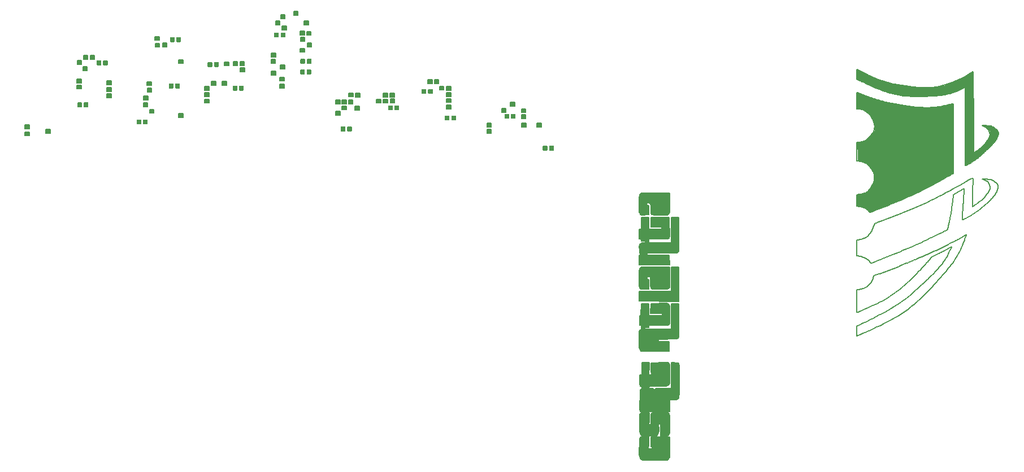
<source format=gbr>
G04 #@! TF.GenerationSoftware,KiCad,Pcbnew,(5.0.1)-4*
G04 #@! TF.CreationDate,2019-01-24T17:24:16-05:00*
G04 #@! TF.ProjectId,GSRT Badge,475352542042616467652E6B69636164,rev?*
G04 #@! TF.SameCoordinates,Original*
G04 #@! TF.FileFunction,Soldermask,Top*
G04 #@! TF.FilePolarity,Negative*
%FSLAX46Y46*%
G04 Gerber Fmt 4.6, Leading zero omitted, Abs format (unit mm)*
G04 Created by KiCad (PCBNEW (5.0.1)-4) date 1/24/2019 5:24:16 PM*
%MOMM*%
%LPD*%
G01*
G04 APERTURE LIST*
%ADD10C,0.150000*%
%ADD11C,0.200000*%
%ADD12C,0.100000*%
G04 APERTURE END LIST*
D10*
G36*
X117070000Y-111060000D02*
X117070000Y-111630000D01*
X117710000Y-111630000D01*
X117710000Y-111060000D01*
X117080000Y-111060000D01*
X117070000Y-111060000D01*
G37*
X117070000Y-111060000D02*
X117070000Y-111630000D01*
X117710000Y-111630000D01*
X117710000Y-111060000D01*
X117080000Y-111060000D01*
X117070000Y-111060000D01*
G36*
X53460000Y-107540000D02*
X53460000Y-108110000D01*
X54100000Y-108110000D01*
X54100000Y-107540000D01*
X53470000Y-107540000D01*
X53460000Y-107540000D01*
G37*
X53460000Y-107540000D02*
X53460000Y-108110000D01*
X54100000Y-108110000D01*
X54100000Y-107540000D01*
X53470000Y-107540000D01*
X53460000Y-107540000D01*
G36*
X53460000Y-106670000D02*
X53460000Y-107240000D01*
X54100000Y-107240000D01*
X54100000Y-106670000D01*
X53470000Y-106670000D01*
X53460000Y-106670000D01*
G37*
X53460000Y-106670000D02*
X53460000Y-107240000D01*
X54100000Y-107240000D01*
X54100000Y-106670000D01*
X53470000Y-106670000D01*
X53460000Y-106670000D01*
G36*
X95100000Y-110710000D02*
X95100000Y-111280000D01*
X95740000Y-111280000D01*
X95740000Y-110710000D01*
X95110000Y-110710000D01*
X95100000Y-110710000D01*
G37*
X95100000Y-110710000D02*
X95100000Y-111280000D01*
X95740000Y-111280000D01*
X95740000Y-110710000D01*
X95110000Y-110710000D01*
X95100000Y-110710000D01*
G36*
X84160000Y-98700000D02*
X84160000Y-99270000D01*
X84800000Y-99270000D01*
X84800000Y-98700000D01*
X84170000Y-98700000D01*
X84160000Y-98700000D01*
G37*
X84160000Y-98700000D02*
X84160000Y-99270000D01*
X84800000Y-99270000D01*
X84800000Y-98700000D01*
X84170000Y-98700000D01*
X84160000Y-98700000D01*
G36*
X87490000Y-97910000D02*
X87490000Y-98480000D01*
X88130000Y-98480000D01*
X88130000Y-97910000D01*
X87500000Y-97910000D01*
X87490000Y-97910000D01*
G37*
X87490000Y-97910000D02*
X87490000Y-98480000D01*
X88130000Y-98480000D01*
X88130000Y-97910000D01*
X87500000Y-97910000D01*
X87490000Y-97910000D01*
G36*
X85910000Y-96500000D02*
X85910000Y-97070000D01*
X86550000Y-97070000D01*
X86550000Y-96500000D01*
X85920000Y-96500000D01*
X85910000Y-96500000D01*
G37*
X85910000Y-96500000D02*
X85910000Y-97070000D01*
X86550000Y-97070000D01*
X86550000Y-96500000D01*
X85920000Y-96500000D01*
X85910000Y-96500000D01*
G36*
X83950000Y-96970000D02*
X83950000Y-97540000D01*
X84590000Y-97540000D01*
X84590000Y-96970000D01*
X83960000Y-96970000D01*
X83950000Y-96970000D01*
G37*
X83950000Y-96970000D02*
X83950000Y-97540000D01*
X84590000Y-97540000D01*
X84590000Y-96970000D01*
X83960000Y-96970000D01*
X83950000Y-96970000D01*
G36*
X83220000Y-97950000D02*
X83220000Y-98520000D01*
X83860000Y-98520000D01*
X83860000Y-97950000D01*
X83230000Y-97950000D01*
X83220000Y-97950000D01*
G37*
X83220000Y-97950000D02*
X83220000Y-98520000D01*
X83860000Y-98520000D01*
X83860000Y-97950000D01*
X83230000Y-97950000D01*
X83220000Y-97950000D01*
G36*
X68670000Y-103720000D02*
X68670000Y-104290000D01*
X69310000Y-104290000D01*
X69310000Y-103720000D01*
X68680000Y-103720000D01*
X68670000Y-103720000D01*
G37*
X68670000Y-103720000D02*
X68670000Y-104290000D01*
X69310000Y-104290000D01*
X69310000Y-103720000D01*
X68680000Y-103720000D01*
X68670000Y-103720000D01*
G36*
X57910000Y-108840000D02*
X57910000Y-109410000D01*
X58550000Y-109410000D01*
X58550000Y-108840000D01*
X57920000Y-108840000D01*
X57910000Y-108840000D01*
G37*
X57910000Y-108840000D02*
X57910000Y-109410000D01*
X58550000Y-109410000D01*
X58550000Y-108840000D01*
X57920000Y-108840000D01*
X57910000Y-108840000D01*
G36*
X57930000Y-107910000D02*
X57930000Y-108480000D01*
X58570000Y-108480000D01*
X58570000Y-107910000D01*
X57940000Y-107910000D01*
X57930000Y-107910000D01*
G37*
X57930000Y-107910000D02*
X57930000Y-108480000D01*
X58570000Y-108480000D01*
X58570000Y-107910000D01*
X57940000Y-107910000D01*
X57930000Y-107910000D01*
G36*
X57930000Y-106900000D02*
X57930000Y-107470000D01*
X58570000Y-107470000D01*
X58570000Y-106900000D01*
X57940000Y-106900000D01*
X57930000Y-106900000D01*
G37*
X57930000Y-106900000D02*
X57930000Y-107470000D01*
X58570000Y-107470000D01*
X58570000Y-106900000D01*
X57940000Y-106900000D01*
X57930000Y-106900000D01*
G36*
X114880000Y-114190000D02*
X114880000Y-114760000D01*
X115520000Y-114760000D01*
X115520000Y-114190000D01*
X114890000Y-114190000D01*
X114880000Y-114190000D01*
G37*
X114880000Y-114190000D02*
X114880000Y-114760000D01*
X115520000Y-114760000D01*
X115520000Y-114190000D01*
X114890000Y-114190000D01*
X114880000Y-114190000D01*
G36*
X114870000Y-113270000D02*
X114870000Y-113840000D01*
X115510000Y-113840000D01*
X115510000Y-113270000D01*
X114880000Y-113270000D01*
X114870000Y-113270000D01*
G37*
X114870000Y-113270000D02*
X114870000Y-113840000D01*
X115510000Y-113840000D01*
X115510000Y-113270000D01*
X114880000Y-113270000D01*
X114870000Y-113270000D01*
G36*
X122350000Y-113270000D02*
X122350000Y-113840000D01*
X122990000Y-113840000D01*
X122990000Y-113270000D01*
X122360000Y-113270000D01*
X122350000Y-113270000D01*
G37*
X122350000Y-113270000D02*
X122350000Y-113840000D01*
X122990000Y-113840000D01*
X122990000Y-113270000D01*
X122360000Y-113270000D01*
X122350000Y-113270000D01*
G36*
X120100000Y-113240000D02*
X120100000Y-113810000D01*
X120740000Y-113810000D01*
X120740000Y-113240000D01*
X120110000Y-113240000D01*
X120100000Y-113240000D01*
G37*
X120100000Y-113240000D02*
X120100000Y-113810000D01*
X120740000Y-113810000D01*
X120740000Y-113240000D01*
X120110000Y-113240000D01*
X120100000Y-113240000D01*
G36*
X120040000Y-112010000D02*
X120040000Y-112580000D01*
X120680000Y-112580000D01*
X120680000Y-112010000D01*
X120050000Y-112010000D01*
X120040000Y-112010000D01*
G37*
X120040000Y-112010000D02*
X120040000Y-112580000D01*
X120680000Y-112580000D01*
X120680000Y-112010000D01*
X120050000Y-112010000D01*
X120040000Y-112010000D01*
G36*
X120050000Y-111090000D02*
X120050000Y-111660000D01*
X120690000Y-111660000D01*
X120690000Y-111090000D01*
X120060000Y-111090000D01*
X120050000Y-111090000D01*
G37*
X120050000Y-111090000D02*
X120050000Y-111660000D01*
X120690000Y-111660000D01*
X120690000Y-111090000D01*
X120060000Y-111090000D01*
X120050000Y-111090000D01*
G36*
X118380000Y-110120000D02*
X118380000Y-110690000D01*
X119020000Y-110690000D01*
X119020000Y-110120000D01*
X118390000Y-110120000D01*
X118380000Y-110120000D01*
G37*
X118380000Y-110120000D02*
X118380000Y-110690000D01*
X119020000Y-110690000D01*
X119020000Y-110120000D01*
X118390000Y-110120000D01*
X118380000Y-110120000D01*
G36*
X108840000Y-110570000D02*
X108840000Y-111140000D01*
X109480000Y-111140000D01*
X109480000Y-110570000D01*
X108850000Y-110570000D01*
X108840000Y-110570000D01*
G37*
X108840000Y-110570000D02*
X108840000Y-111140000D01*
X109480000Y-111140000D01*
X109480000Y-110570000D01*
X108850000Y-110570000D01*
X108840000Y-110570000D01*
G36*
X108830000Y-109570000D02*
X108830000Y-110140000D01*
X109470000Y-110140000D01*
X109470000Y-109570000D01*
X108840000Y-109570000D01*
X108830000Y-109570000D01*
G37*
X108830000Y-109570000D02*
X108830000Y-110140000D01*
X109470000Y-110140000D01*
X109470000Y-109570000D01*
X108840000Y-109570000D01*
X108830000Y-109570000D01*
G36*
X108820000Y-108660000D02*
X108820000Y-109230000D01*
X109460000Y-109230000D01*
X109460000Y-108660000D01*
X108830000Y-108660000D01*
X108820000Y-108660000D01*
G37*
X108820000Y-108660000D02*
X108820000Y-109230000D01*
X109460000Y-109230000D01*
X109460000Y-108660000D01*
X108830000Y-108660000D01*
X108820000Y-108660000D01*
G36*
X107760000Y-107710000D02*
X107760000Y-108280000D01*
X108400000Y-108280000D01*
X108400000Y-107710000D01*
X107770000Y-107710000D01*
X107760000Y-107710000D01*
G37*
X107760000Y-107710000D02*
X107760000Y-108280000D01*
X108400000Y-108280000D01*
X108400000Y-107710000D01*
X107770000Y-107710000D01*
X107760000Y-107710000D01*
G36*
X108800000Y-107730000D02*
X108800000Y-108300000D01*
X109440000Y-108300000D01*
X109440000Y-107730000D01*
X108810000Y-107730000D01*
X108800000Y-107730000D01*
G37*
X108800000Y-107730000D02*
X108800000Y-108300000D01*
X109440000Y-108300000D01*
X109440000Y-107730000D01*
X108810000Y-107730000D01*
X108800000Y-107730000D01*
G36*
X106980000Y-106710000D02*
X106980000Y-107280000D01*
X107620000Y-107280000D01*
X107620000Y-106710000D01*
X106990000Y-106710000D01*
X106980000Y-106710000D01*
G37*
X106980000Y-106710000D02*
X106980000Y-107280000D01*
X107620000Y-107280000D01*
X107620000Y-106710000D01*
X106990000Y-106710000D01*
X106980000Y-106710000D01*
G36*
X106000000Y-106720000D02*
X106000000Y-107290000D01*
X106640000Y-107290000D01*
X106640000Y-106720000D01*
X106010000Y-106720000D01*
X106000000Y-106720000D01*
G37*
X106000000Y-106720000D02*
X106000000Y-107290000D01*
X106640000Y-107290000D01*
X106640000Y-106720000D01*
X106010000Y-106720000D01*
X106000000Y-106720000D01*
G36*
X98340000Y-109650000D02*
X98340000Y-110220000D01*
X98980000Y-110220000D01*
X98980000Y-109650000D01*
X98350000Y-109650000D01*
X98340000Y-109650000D01*
G37*
X98340000Y-109650000D02*
X98340000Y-110220000D01*
X98980000Y-110220000D01*
X98980000Y-109650000D01*
X98350000Y-109650000D01*
X98340000Y-109650000D01*
G36*
X100400000Y-109630000D02*
X100400000Y-110200000D01*
X101040000Y-110200000D01*
X101040000Y-109630000D01*
X100410000Y-109630000D01*
X100400000Y-109630000D01*
G37*
X100400000Y-109630000D02*
X100400000Y-110200000D01*
X101040000Y-110200000D01*
X101040000Y-109630000D01*
X100410000Y-109630000D01*
X100400000Y-109630000D01*
G36*
X99340000Y-109650000D02*
X99340000Y-110220000D01*
X99980000Y-110220000D01*
X99980000Y-109650000D01*
X99350000Y-109650000D01*
X99340000Y-109650000D01*
G37*
X99340000Y-109650000D02*
X99340000Y-110220000D01*
X99980000Y-110220000D01*
X99980000Y-109650000D01*
X99350000Y-109650000D01*
X99340000Y-109650000D01*
G36*
X99340000Y-108760000D02*
X99340000Y-109330000D01*
X99980000Y-109330000D01*
X99980000Y-108760000D01*
X99350000Y-108760000D01*
X99340000Y-108760000D01*
G37*
X99340000Y-108760000D02*
X99340000Y-109330000D01*
X99980000Y-109330000D01*
X99980000Y-108760000D01*
X99350000Y-108760000D01*
X99340000Y-108760000D01*
G36*
X100360000Y-108750000D02*
X100360000Y-109320000D01*
X101000000Y-109320000D01*
X101000000Y-108750000D01*
X100370000Y-108750000D01*
X100360000Y-108750000D01*
G37*
X100360000Y-108750000D02*
X100360000Y-109320000D01*
X101000000Y-109320000D01*
X101000000Y-108750000D01*
X100370000Y-108750000D01*
X100360000Y-108750000D01*
G36*
X92220000Y-111460000D02*
X92220000Y-112030000D01*
X92860000Y-112030000D01*
X92860000Y-111460000D01*
X92230000Y-111460000D01*
X92220000Y-111460000D01*
G37*
X92220000Y-111460000D02*
X92220000Y-112030000D01*
X92860000Y-112030000D01*
X92860000Y-111460000D01*
X92230000Y-111460000D01*
X92220000Y-111460000D01*
G36*
X93150000Y-110660000D02*
X93150000Y-111230000D01*
X93790000Y-111230000D01*
X93790000Y-110660000D01*
X93160000Y-110660000D01*
X93150000Y-110660000D01*
G37*
X93150000Y-110660000D02*
X93150000Y-111230000D01*
X93790000Y-111230000D01*
X93790000Y-110660000D01*
X93160000Y-110660000D01*
X93150000Y-110660000D01*
G36*
X92200000Y-109770000D02*
X92200000Y-110340000D01*
X92840000Y-110340000D01*
X92840000Y-109770000D01*
X92210000Y-109770000D01*
X92200000Y-109770000D01*
G37*
X92200000Y-109770000D02*
X92200000Y-110340000D01*
X92840000Y-110340000D01*
X92840000Y-109770000D01*
X92210000Y-109770000D01*
X92200000Y-109770000D01*
G36*
X93150000Y-109770000D02*
X93150000Y-110340000D01*
X93790000Y-110340000D01*
X93790000Y-109770000D01*
X93160000Y-109770000D01*
X93150000Y-109770000D01*
G37*
X93150000Y-109770000D02*
X93150000Y-110340000D01*
X93790000Y-110340000D01*
X93790000Y-109770000D01*
X93160000Y-109770000D01*
X93150000Y-109770000D01*
G36*
X94140000Y-109760000D02*
X94140000Y-110330000D01*
X94780000Y-110330000D01*
X94780000Y-109760000D01*
X94150000Y-109760000D01*
X94140000Y-109760000D01*
G37*
X94140000Y-109760000D02*
X94140000Y-110330000D01*
X94780000Y-110330000D01*
X94780000Y-109760000D01*
X94150000Y-109760000D01*
X94140000Y-109760000D01*
G36*
X95170000Y-108740000D02*
X95170000Y-109310000D01*
X95810000Y-109310000D01*
X95810000Y-108740000D01*
X95180000Y-108740000D01*
X95170000Y-108740000D01*
G37*
X95170000Y-108740000D02*
X95170000Y-109310000D01*
X95810000Y-109310000D01*
X95810000Y-108740000D01*
X95180000Y-108740000D01*
X95170000Y-108740000D01*
G36*
X94160000Y-108730000D02*
X94160000Y-109300000D01*
X94800000Y-109300000D01*
X94800000Y-108730000D01*
X94170000Y-108730000D01*
X94160000Y-108730000D01*
G37*
X94160000Y-108730000D02*
X94160000Y-109300000D01*
X94800000Y-109300000D01*
X94800000Y-108730000D01*
X94170000Y-108730000D01*
X94160000Y-108730000D01*
G36*
X55440000Y-103070000D02*
X55440000Y-103640000D01*
X56080000Y-103640000D01*
X56080000Y-103070000D01*
X55450000Y-103070000D01*
X55440000Y-103070000D01*
G37*
X55440000Y-103070000D02*
X55440000Y-103640000D01*
X56080000Y-103640000D01*
X56080000Y-103070000D01*
X55450000Y-103070000D01*
X55440000Y-103070000D01*
G36*
X54420000Y-103090000D02*
X54420000Y-103660000D01*
X55060000Y-103660000D01*
X55060000Y-103090000D01*
X54430000Y-103090000D01*
X54420000Y-103090000D01*
G37*
X54420000Y-103090000D02*
X54420000Y-103660000D01*
X55060000Y-103660000D01*
X55060000Y-103090000D01*
X54430000Y-103090000D01*
X54420000Y-103090000D01*
G36*
X64330000Y-111180000D02*
X64330000Y-111750000D01*
X64970000Y-111750000D01*
X64970000Y-111180000D01*
X64340000Y-111180000D01*
X64330000Y-111180000D01*
G37*
X64330000Y-111180000D02*
X64330000Y-111750000D01*
X64970000Y-111750000D01*
X64970000Y-111180000D01*
X64340000Y-111180000D01*
X64330000Y-111180000D01*
G36*
X68700000Y-111830000D02*
X68700000Y-112400000D01*
X69340000Y-112400000D01*
X69340000Y-111830000D01*
X68710000Y-111830000D01*
X68700000Y-111830000D01*
G37*
X68700000Y-111830000D02*
X68700000Y-112400000D01*
X69340000Y-112400000D01*
X69340000Y-111830000D01*
X68710000Y-111830000D01*
X68700000Y-111830000D01*
G36*
X63390000Y-110230000D02*
X63390000Y-110800000D01*
X64030000Y-110800000D01*
X64030000Y-110230000D01*
X63400000Y-110230000D01*
X63390000Y-110230000D01*
G37*
X63390000Y-110230000D02*
X63390000Y-110800000D01*
X64030000Y-110800000D01*
X64030000Y-110230000D01*
X63400000Y-110230000D01*
X63390000Y-110230000D01*
G36*
X63440000Y-109190000D02*
X63440000Y-109760000D01*
X64080000Y-109760000D01*
X64080000Y-109190000D01*
X63450000Y-109190000D01*
X63440000Y-109190000D01*
G37*
X63440000Y-109190000D02*
X63440000Y-109760000D01*
X64080000Y-109760000D01*
X64080000Y-109190000D01*
X63450000Y-109190000D01*
X63440000Y-109190000D01*
G36*
X63990000Y-108020000D02*
X63990000Y-108590000D01*
X64630000Y-108590000D01*
X64630000Y-108020000D01*
X64000000Y-108020000D01*
X63990000Y-108020000D01*
G37*
X63990000Y-108020000D02*
X63990000Y-108590000D01*
X64630000Y-108590000D01*
X64630000Y-108020000D01*
X64000000Y-108020000D01*
X63990000Y-108020000D01*
G36*
X63960000Y-107020000D02*
X63960000Y-107590000D01*
X64600000Y-107590000D01*
X64600000Y-107020000D01*
X63970000Y-107020000D01*
X63960000Y-107020000D01*
G37*
X63960000Y-107020000D02*
X63960000Y-107590000D01*
X64600000Y-107590000D01*
X64600000Y-107020000D01*
X63970000Y-107020000D01*
X63960000Y-107020000D01*
G36*
X66260000Y-101250000D02*
X66260000Y-101820000D01*
X66900000Y-101820000D01*
X66900000Y-101250000D01*
X66270000Y-101250000D01*
X66260000Y-101250000D01*
G37*
X66260000Y-101250000D02*
X66260000Y-101820000D01*
X66900000Y-101820000D01*
X66900000Y-101250000D01*
X66270000Y-101250000D01*
X66260000Y-101250000D01*
G36*
X65160000Y-101270000D02*
X65160000Y-101840000D01*
X65800000Y-101840000D01*
X65800000Y-101270000D01*
X65170000Y-101270000D01*
X65160000Y-101270000D01*
G37*
X65160000Y-101270000D02*
X65160000Y-101840000D01*
X65800000Y-101840000D01*
X65800000Y-101270000D01*
X65170000Y-101270000D01*
X65160000Y-101270000D01*
G36*
X65120000Y-100250000D02*
X65120000Y-100820000D01*
X65760000Y-100820000D01*
X65760000Y-100250000D01*
X65130000Y-100250000D01*
X65120000Y-100250000D01*
G37*
X65120000Y-100250000D02*
X65120000Y-100820000D01*
X65760000Y-100820000D01*
X65760000Y-100250000D01*
X65130000Y-100250000D01*
X65120000Y-100250000D01*
G36*
X75550000Y-104070000D02*
X75550000Y-104640000D01*
X76190000Y-104640000D01*
X76190000Y-104070000D01*
X75560000Y-104070000D01*
X75550000Y-104070000D01*
G37*
X75550000Y-104070000D02*
X75550000Y-104640000D01*
X76190000Y-104640000D01*
X76190000Y-104070000D01*
X75560000Y-104070000D01*
X75550000Y-104070000D01*
G36*
X75220000Y-106960000D02*
X75220000Y-107530000D01*
X75860000Y-107530000D01*
X75860000Y-106960000D01*
X75230000Y-106960000D01*
X75220000Y-106960000D01*
G37*
X75220000Y-106960000D02*
X75220000Y-107530000D01*
X75860000Y-107530000D01*
X75860000Y-106960000D01*
X75230000Y-106960000D01*
X75220000Y-106960000D01*
G36*
X83860000Y-107390000D02*
X83860000Y-107960000D01*
X84500000Y-107960000D01*
X84500000Y-107390000D01*
X83870000Y-107390000D01*
X83860000Y-107390000D01*
G37*
X83860000Y-107390000D02*
X83860000Y-107960000D01*
X84500000Y-107960000D01*
X84500000Y-107390000D01*
X83870000Y-107390000D01*
X83860000Y-107390000D01*
G36*
X83840000Y-106360000D02*
X83840000Y-106930000D01*
X84480000Y-106930000D01*
X84480000Y-106360000D01*
X83850000Y-106360000D01*
X83840000Y-106360000D01*
G37*
X83840000Y-106360000D02*
X83840000Y-106930000D01*
X84480000Y-106930000D01*
X84480000Y-106360000D01*
X83850000Y-106360000D01*
X83840000Y-106360000D01*
G36*
X82590000Y-105450000D02*
X82590000Y-106020000D01*
X83230000Y-106020000D01*
X83230000Y-105450000D01*
X82600000Y-105450000D01*
X82590000Y-105450000D01*
G37*
X82590000Y-105450000D02*
X82590000Y-106020000D01*
X83230000Y-106020000D01*
X83230000Y-105450000D01*
X82600000Y-105450000D01*
X82590000Y-105450000D01*
G36*
X83940000Y-104500000D02*
X83940000Y-105070000D01*
X84580000Y-105070000D01*
X84580000Y-104500000D01*
X83950000Y-104500000D01*
X83940000Y-104500000D01*
G37*
X83940000Y-104500000D02*
X83940000Y-105070000D01*
X84580000Y-105070000D01*
X84580000Y-104500000D01*
X83950000Y-104500000D01*
X83940000Y-104500000D01*
G36*
X82510000Y-103670000D02*
X82510000Y-104240000D01*
X83150000Y-104240000D01*
X83150000Y-103670000D01*
X82520000Y-103670000D01*
X82510000Y-103670000D01*
G37*
X82510000Y-103670000D02*
X82510000Y-104240000D01*
X83150000Y-104240000D01*
X83150000Y-103670000D01*
X82520000Y-103670000D01*
X82510000Y-103670000D01*
G36*
X82570000Y-102740000D02*
X82570000Y-103310000D01*
X83210000Y-103310000D01*
X83210000Y-102740000D01*
X82580000Y-102740000D01*
X82570000Y-102740000D01*
G37*
X82570000Y-102740000D02*
X82570000Y-103310000D01*
X83210000Y-103310000D01*
X83210000Y-102740000D01*
X82580000Y-102740000D01*
X82570000Y-102740000D01*
G36*
X86900000Y-99460000D02*
X86900000Y-100030000D01*
X87540000Y-100030000D01*
X87540000Y-99460000D01*
X86910000Y-99460000D01*
X86900000Y-99460000D01*
G37*
X86900000Y-99460000D02*
X86900000Y-100030000D01*
X87540000Y-100030000D01*
X87540000Y-99460000D01*
X86910000Y-99460000D01*
X86900000Y-99460000D01*
G36*
X86900000Y-102030000D02*
X86900000Y-102600000D01*
X87540000Y-102600000D01*
X87540000Y-102030000D01*
X86910000Y-102030000D01*
X86900000Y-102030000D01*
G37*
X86900000Y-102030000D02*
X86900000Y-102600000D01*
X87540000Y-102600000D01*
X87540000Y-102030000D01*
X86910000Y-102030000D01*
X86900000Y-102030000D01*
G36*
X73600000Y-106960000D02*
X73600000Y-107530000D01*
X74240000Y-107530000D01*
X74240000Y-106960000D01*
X73610000Y-106960000D01*
X73600000Y-106960000D01*
G37*
X73600000Y-106960000D02*
X73600000Y-107530000D01*
X74240000Y-107530000D01*
X74240000Y-106960000D01*
X73610000Y-106960000D01*
X73600000Y-106960000D01*
G36*
X72590000Y-109660000D02*
X72590000Y-110230000D01*
X73230000Y-110230000D01*
X73230000Y-109660000D01*
X72600000Y-109660000D01*
X72590000Y-109660000D01*
G37*
X72590000Y-109660000D02*
X72590000Y-110230000D01*
X73230000Y-110230000D01*
X73230000Y-109660000D01*
X72600000Y-109660000D01*
X72590000Y-109660000D01*
G36*
X72570000Y-108700000D02*
X72570000Y-109270000D01*
X73210000Y-109270000D01*
X73210000Y-108700000D01*
X72580000Y-108700000D01*
X72570000Y-108700000D01*
G37*
X72570000Y-108700000D02*
X72570000Y-109270000D01*
X73210000Y-109270000D01*
X73210000Y-108700000D01*
X72580000Y-108700000D01*
X72570000Y-108700000D01*
G36*
X72570000Y-107770000D02*
X72570000Y-108340000D01*
X73210000Y-108340000D01*
X73210000Y-107770000D01*
X72580000Y-107770000D01*
X72570000Y-107770000D01*
G37*
X72570000Y-107770000D02*
X72570000Y-108340000D01*
X73210000Y-108340000D01*
X73210000Y-107770000D01*
X72580000Y-107770000D01*
X72570000Y-107770000D01*
G36*
X77910000Y-104980000D02*
X77910000Y-105550000D01*
X78550000Y-105550000D01*
X78550000Y-104980000D01*
X77920000Y-104980000D01*
X77910000Y-104980000D01*
G37*
X77910000Y-104980000D02*
X77910000Y-105550000D01*
X78550000Y-105550000D01*
X78550000Y-104980000D01*
X77920000Y-104980000D01*
X77910000Y-104980000D01*
G36*
X76840000Y-104030000D02*
X76840000Y-104600000D01*
X77480000Y-104600000D01*
X77480000Y-104030000D01*
X76850000Y-104030000D01*
X76840000Y-104030000D01*
G37*
X76840000Y-104030000D02*
X76840000Y-104600000D01*
X77480000Y-104600000D01*
X77480000Y-104030000D01*
X76850000Y-104030000D01*
X76840000Y-104030000D01*
G36*
X77870000Y-104010000D02*
X77870000Y-104580000D01*
X78510000Y-104580000D01*
X78510000Y-104010000D01*
X77880000Y-104010000D01*
X77870000Y-104010000D01*
G37*
X77870000Y-104010000D02*
X77870000Y-104580000D01*
X78510000Y-104580000D01*
X78510000Y-104010000D01*
X77880000Y-104010000D01*
X77870000Y-104010000D01*
G36*
X87960000Y-101220000D02*
X87960000Y-101790000D01*
X88600000Y-101790000D01*
X88600000Y-101220000D01*
X87970000Y-101220000D01*
X87960000Y-101220000D01*
G37*
X87960000Y-101220000D02*
X87960000Y-101790000D01*
X88600000Y-101790000D01*
X88600000Y-101220000D01*
X87970000Y-101220000D01*
X87960000Y-101220000D01*
G36*
X86930000Y-100380000D02*
X86930000Y-100950000D01*
X87570000Y-100950000D01*
X87570000Y-100380000D01*
X86940000Y-100380000D01*
X86930000Y-100380000D01*
G37*
X86930000Y-100380000D02*
X86930000Y-100950000D01*
X87570000Y-100950000D01*
X87570000Y-100380000D01*
X86940000Y-100380000D01*
X86930000Y-100380000D01*
G36*
X87850000Y-99480000D02*
X87850000Y-100050000D01*
X88490000Y-100050000D01*
X88490000Y-99480000D01*
X87860000Y-99480000D01*
X87850000Y-99480000D01*
G37*
X87850000Y-99480000D02*
X87850000Y-100050000D01*
X88490000Y-100050000D01*
X88490000Y-99480000D01*
X87860000Y-99480000D01*
X87850000Y-99480000D01*
G36*
X48800000Y-114150000D02*
X48800000Y-114720000D01*
X49440000Y-114720000D01*
X49440000Y-114150000D01*
X48810000Y-114150000D01*
X48800000Y-114150000D01*
G37*
X48800000Y-114150000D02*
X48800000Y-114720000D01*
X49440000Y-114720000D01*
X49440000Y-114150000D01*
X48810000Y-114150000D01*
X48800000Y-114150000D01*
G36*
X45660000Y-114570000D02*
X45660000Y-115140000D01*
X46300000Y-115140000D01*
X46300000Y-114570000D01*
X45670000Y-114570000D01*
X45660000Y-114570000D01*
G37*
X45660000Y-114570000D02*
X45660000Y-115140000D01*
X46300000Y-115140000D01*
X46300000Y-114570000D01*
X45670000Y-114570000D01*
X45660000Y-114570000D01*
G36*
X45640000Y-113490000D02*
X45640000Y-114060000D01*
X46280000Y-114060000D01*
X46280000Y-113490000D01*
X45650000Y-113490000D01*
X45640000Y-113490000D01*
G37*
X45640000Y-113490000D02*
X45640000Y-114060000D01*
X46280000Y-114060000D01*
X46280000Y-113490000D01*
X45650000Y-113490000D01*
X45640000Y-113490000D01*
G36*
X54320000Y-104760000D02*
X54320000Y-105330000D01*
X54960000Y-105330000D01*
X54960000Y-104760000D01*
X54330000Y-104760000D01*
X54320000Y-104760000D01*
G37*
X54320000Y-104760000D02*
X54320000Y-105330000D01*
X54960000Y-105330000D01*
X54960000Y-104760000D01*
X54330000Y-104760000D01*
X54320000Y-104760000D01*
G36*
X53480000Y-103860000D02*
X53480000Y-104430000D01*
X54120000Y-104430000D01*
X54120000Y-103860000D01*
X53490000Y-103860000D01*
X53480000Y-103860000D01*
G37*
X53480000Y-103860000D02*
X53480000Y-104430000D01*
X54120000Y-104430000D01*
X54120000Y-103860000D01*
X53490000Y-103860000D01*
X53480000Y-103860000D01*
G36*
X137830000Y-152690000D02*
X138090000Y-152680000D01*
X138110000Y-153030000D01*
X139150000Y-153060000D01*
X139160000Y-152690000D01*
X141720000Y-152680000D01*
X141930000Y-152650000D01*
X142040000Y-152550000D01*
X142150000Y-152410000D01*
X142210000Y-152270000D01*
X142210000Y-152060000D01*
X142230000Y-149820000D01*
X142130000Y-149660000D01*
X141940000Y-149510000D01*
X141740000Y-149480000D01*
X139510000Y-149460000D01*
X139510000Y-150850000D01*
X141160000Y-150850000D01*
X141160000Y-151280000D01*
X139150000Y-151270000D01*
X139160000Y-149490000D01*
X138090000Y-149480000D01*
X138090000Y-151280000D01*
X137810000Y-151280000D01*
X137820000Y-152680000D01*
X137830000Y-152690000D01*
G37*
X137830000Y-152690000D02*
X138090000Y-152680000D01*
X138110000Y-153030000D01*
X139150000Y-153060000D01*
X139160000Y-152690000D01*
X141720000Y-152680000D01*
X141930000Y-152650000D01*
X142040000Y-152550000D01*
X142150000Y-152410000D01*
X142210000Y-152270000D01*
X142210000Y-152060000D01*
X142230000Y-149820000D01*
X142130000Y-149660000D01*
X141940000Y-149510000D01*
X141740000Y-149480000D01*
X139510000Y-149460000D01*
X139510000Y-150850000D01*
X141160000Y-150850000D01*
X141160000Y-151280000D01*
X139150000Y-151270000D01*
X139160000Y-149490000D01*
X138090000Y-149480000D01*
X138090000Y-151280000D01*
X137810000Y-151280000D01*
X137820000Y-152680000D01*
X137830000Y-152690000D01*
G36*
X142240000Y-155150000D02*
X142250000Y-156540000D01*
X137800000Y-156520000D01*
X137830000Y-153800000D01*
X137910000Y-153570000D01*
X138010000Y-153440000D01*
X138130000Y-153390000D01*
X138290000Y-153360000D01*
X139770000Y-153350000D01*
X139820000Y-153350000D01*
X139870000Y-153410000D01*
X139940000Y-153500000D01*
X139980000Y-153600000D01*
X140020000Y-153660000D01*
X140060000Y-153660000D01*
X140070000Y-153600000D01*
X140110000Y-153500000D01*
X140190000Y-153420000D01*
X140270000Y-153350000D01*
X140450000Y-153330000D01*
X142590000Y-153290000D01*
X142600000Y-149490000D01*
X143620000Y-149480000D01*
X143650000Y-149470000D01*
X143640000Y-153780000D01*
X143620000Y-154280000D01*
X143580000Y-154450000D01*
X143480000Y-154570000D01*
X143400000Y-154660000D01*
X143300000Y-154720000D01*
X140450000Y-154770000D01*
X140450000Y-155160000D01*
X142200000Y-155160000D01*
X142240000Y-155150000D01*
G37*
X142240000Y-155150000D02*
X142250000Y-156540000D01*
X137800000Y-156520000D01*
X137830000Y-153800000D01*
X137910000Y-153570000D01*
X138010000Y-153440000D01*
X138130000Y-153390000D01*
X138290000Y-153360000D01*
X139770000Y-153350000D01*
X139820000Y-153350000D01*
X139870000Y-153410000D01*
X139940000Y-153500000D01*
X139980000Y-153600000D01*
X140020000Y-153660000D01*
X140060000Y-153660000D01*
X140070000Y-153600000D01*
X140110000Y-153500000D01*
X140190000Y-153420000D01*
X140270000Y-153350000D01*
X140450000Y-153330000D01*
X142590000Y-153290000D01*
X142600000Y-149490000D01*
X143620000Y-149480000D01*
X143650000Y-149470000D01*
X143640000Y-153780000D01*
X143620000Y-154280000D01*
X143580000Y-154450000D01*
X143480000Y-154570000D01*
X143400000Y-154660000D01*
X143300000Y-154720000D01*
X140450000Y-154770000D01*
X140450000Y-155160000D01*
X142200000Y-155160000D01*
X142240000Y-155150000D01*
G36*
X139130000Y-156940000D02*
X139140000Y-158370000D01*
X138860000Y-158370000D01*
X138860000Y-158780000D01*
X139470000Y-158780000D01*
X139510000Y-157480000D01*
X139570000Y-157250000D01*
X139660000Y-157110000D01*
X139860000Y-156990000D01*
X140070000Y-156960000D01*
X141860000Y-156990000D01*
X142070000Y-157090000D01*
X142190000Y-157250000D01*
X142240000Y-157390000D01*
X142230000Y-157640000D01*
X142230000Y-159720000D01*
X142190000Y-159870000D01*
X142070000Y-160040000D01*
X141940000Y-160150000D01*
X141760000Y-160160000D01*
X140910000Y-160180000D01*
X140930000Y-158780000D01*
X141190000Y-158780000D01*
X141180000Y-158370000D01*
X140560000Y-158370000D01*
X140550000Y-159740000D01*
X140480000Y-159910000D01*
X140370000Y-160060000D01*
X140310000Y-160110000D01*
X140220000Y-160150000D01*
X140060000Y-160170000D01*
X138120000Y-160160000D01*
X137920000Y-159970000D01*
X137850000Y-159750000D01*
X137850000Y-159600000D01*
X137820000Y-157390000D01*
X137870000Y-157280000D01*
X137950000Y-157140000D01*
X138050000Y-157060000D01*
X138110000Y-157000000D01*
X138350000Y-156960000D01*
X139120000Y-156940000D01*
X139130000Y-156940000D01*
G37*
X139130000Y-156940000D02*
X139140000Y-158370000D01*
X138860000Y-158370000D01*
X138860000Y-158780000D01*
X139470000Y-158780000D01*
X139510000Y-157480000D01*
X139570000Y-157250000D01*
X139660000Y-157110000D01*
X139860000Y-156990000D01*
X140070000Y-156960000D01*
X141860000Y-156990000D01*
X142070000Y-157090000D01*
X142190000Y-157250000D01*
X142240000Y-157390000D01*
X142230000Y-157640000D01*
X142230000Y-159720000D01*
X142190000Y-159870000D01*
X142070000Y-160040000D01*
X141940000Y-160150000D01*
X141760000Y-160160000D01*
X140910000Y-160180000D01*
X140930000Y-158780000D01*
X141190000Y-158780000D01*
X141180000Y-158370000D01*
X140560000Y-158370000D01*
X140550000Y-159740000D01*
X140480000Y-159910000D01*
X140370000Y-160060000D01*
X140310000Y-160110000D01*
X140220000Y-160150000D01*
X140060000Y-160170000D01*
X138120000Y-160160000D01*
X137920000Y-159970000D01*
X137850000Y-159750000D01*
X137850000Y-159600000D01*
X137820000Y-157390000D01*
X137870000Y-157280000D01*
X137950000Y-157140000D01*
X138050000Y-157060000D01*
X138110000Y-157000000D01*
X138350000Y-156960000D01*
X139120000Y-156940000D01*
X139130000Y-156940000D01*
G36*
X139050000Y-160610000D02*
X139050000Y-161960000D01*
X138900000Y-161990000D01*
X138850000Y-162060000D01*
X138870000Y-162380000D01*
X141190000Y-162410000D01*
X141180000Y-161970000D01*
X139580000Y-161970000D01*
X139580000Y-160600000D01*
X142230000Y-160600000D01*
X142220000Y-163350000D01*
X142190000Y-163480000D01*
X142100000Y-163630000D01*
X142010000Y-163720000D01*
X141940000Y-163770000D01*
X141820000Y-163800000D01*
X141690000Y-163800000D01*
X138170000Y-163800000D01*
X137990000Y-163700000D01*
X137870000Y-163520000D01*
X137820000Y-163110000D01*
X137830000Y-162760000D01*
X137840000Y-160950000D01*
X137920000Y-160780000D01*
X138050000Y-160640000D01*
X138220000Y-160610000D01*
X139060000Y-160590000D01*
X139050000Y-160610000D01*
G37*
X139050000Y-160610000D02*
X139050000Y-161960000D01*
X138900000Y-161990000D01*
X138850000Y-162060000D01*
X138870000Y-162380000D01*
X141190000Y-162410000D01*
X141180000Y-161970000D01*
X139580000Y-161970000D01*
X139580000Y-160600000D01*
X142230000Y-160600000D01*
X142220000Y-163350000D01*
X142190000Y-163480000D01*
X142100000Y-163630000D01*
X142010000Y-163720000D01*
X141940000Y-163770000D01*
X141820000Y-163800000D01*
X141690000Y-163800000D01*
X138170000Y-163800000D01*
X137990000Y-163700000D01*
X137870000Y-163520000D01*
X137820000Y-163110000D01*
X137830000Y-162760000D01*
X137840000Y-160950000D01*
X137920000Y-160780000D01*
X138050000Y-160640000D01*
X138220000Y-160610000D01*
X139060000Y-160590000D01*
X139050000Y-160610000D01*
G36*
X139081044Y-126989524D02*
X139071044Y-125559524D01*
X138811044Y-125519524D01*
X138821044Y-125199524D01*
X139361044Y-125219524D01*
X139411044Y-125709524D01*
X139441044Y-126739524D01*
X139511044Y-126929524D01*
X139661044Y-126989524D01*
X139991044Y-127029524D01*
X141901044Y-127019524D01*
X142001044Y-126979524D01*
X142101044Y-126909524D01*
X142181044Y-126789524D01*
X142211044Y-126639524D01*
X142201044Y-123719524D01*
X138001044Y-123739524D01*
X137861044Y-123819524D01*
X137801044Y-123889524D01*
X137771044Y-123999524D01*
X137721044Y-124159524D01*
X137711044Y-124309524D01*
X137711044Y-126589524D01*
X137741044Y-126719524D01*
X137801044Y-126839524D01*
X137881044Y-126939524D01*
X137941044Y-126979524D01*
X138011044Y-127019524D01*
X139081044Y-126989524D01*
G37*
X139081044Y-126989524D02*
X139071044Y-125559524D01*
X138811044Y-125519524D01*
X138821044Y-125199524D01*
X139361044Y-125219524D01*
X139411044Y-125709524D01*
X139441044Y-126739524D01*
X139511044Y-126929524D01*
X139661044Y-126989524D01*
X139991044Y-127029524D01*
X141901044Y-127019524D01*
X142001044Y-126979524D01*
X142101044Y-126909524D01*
X142181044Y-126789524D01*
X142211044Y-126639524D01*
X142201044Y-123719524D01*
X138001044Y-123739524D01*
X137861044Y-123819524D01*
X137801044Y-123889524D01*
X137771044Y-123999524D01*
X137721044Y-124159524D01*
X137711044Y-124309524D01*
X137711044Y-126589524D01*
X137741044Y-126719524D01*
X137801044Y-126839524D01*
X137881044Y-126939524D01*
X137941044Y-126979524D01*
X138011044Y-127019524D01*
X139081044Y-126989524D01*
G36*
X138001044Y-130969524D02*
X139131044Y-130999524D01*
X139131044Y-130619524D01*
X141851044Y-130629524D01*
X142021044Y-130579524D01*
X142131044Y-130489524D01*
X142181044Y-130399524D01*
X142211044Y-130259524D01*
X142191044Y-127599524D01*
X142131044Y-127479524D01*
X142051044Y-127419524D01*
X141891044Y-127379524D01*
X141771044Y-127349524D01*
X139411044Y-127369524D01*
X139411044Y-128809524D01*
X141071044Y-128819524D01*
X141081044Y-129179524D01*
X139141044Y-129169524D01*
X139111044Y-127349524D01*
X138001044Y-127379524D01*
X137981044Y-129169524D01*
X137711044Y-129179524D01*
X137711044Y-130609524D01*
X137981044Y-130639524D01*
X138001044Y-130969524D01*
G37*
X138001044Y-130969524D02*
X139131044Y-130999524D01*
X139131044Y-130619524D01*
X141851044Y-130629524D01*
X142021044Y-130579524D01*
X142131044Y-130489524D01*
X142181044Y-130399524D01*
X142211044Y-130259524D01*
X142191044Y-127599524D01*
X142131044Y-127479524D01*
X142051044Y-127419524D01*
X141891044Y-127379524D01*
X141771044Y-127349524D01*
X139411044Y-127369524D01*
X139411044Y-128809524D01*
X141071044Y-128819524D01*
X141081044Y-129179524D01*
X139141044Y-129169524D01*
X139111044Y-127349524D01*
X138001044Y-127379524D01*
X137981044Y-129169524D01*
X137711044Y-129179524D01*
X137711044Y-130609524D01*
X137981044Y-130639524D01*
X138001044Y-130969524D01*
G36*
X137701044Y-134499524D02*
X142211044Y-134459524D01*
X142181044Y-133029524D01*
X138861044Y-133039524D01*
X138851044Y-132669524D01*
X143331044Y-132679524D01*
X143501044Y-132569524D01*
X143571044Y-132429524D01*
X143601044Y-132269524D01*
X143621044Y-132019524D01*
X143571044Y-127349524D01*
X142471044Y-127349524D01*
X142461044Y-131199524D01*
X138161044Y-131209524D01*
X137941044Y-131269524D01*
X137821044Y-131339524D01*
X137761044Y-131449524D01*
X137711044Y-131759524D01*
X137741044Y-132279524D01*
X137751044Y-132529524D01*
X137791044Y-132709524D01*
X137871044Y-132849524D01*
X137961044Y-133029524D01*
X137711044Y-133049524D01*
X137711044Y-134489524D01*
X137701044Y-134499524D01*
G37*
X137701044Y-134499524D02*
X142211044Y-134459524D01*
X142181044Y-133029524D01*
X138861044Y-133039524D01*
X138851044Y-132669524D01*
X143331044Y-132679524D01*
X143501044Y-132569524D01*
X143571044Y-132429524D01*
X143601044Y-132269524D01*
X143621044Y-132019524D01*
X143571044Y-127349524D01*
X142471044Y-127349524D01*
X142461044Y-131199524D01*
X138161044Y-131209524D01*
X137941044Y-131269524D01*
X137821044Y-131339524D01*
X137761044Y-131449524D01*
X137711044Y-131759524D01*
X137741044Y-132279524D01*
X137751044Y-132529524D01*
X137791044Y-132709524D01*
X137871044Y-132849524D01*
X137961044Y-133029524D01*
X137711044Y-133049524D01*
X137711044Y-134489524D01*
X137701044Y-134499524D01*
G36*
X138011044Y-138109524D02*
X139101044Y-138119524D01*
X139111044Y-136669524D01*
X138831044Y-136649524D01*
X138831044Y-136309524D01*
X139381044Y-136309524D01*
X139401044Y-137659524D01*
X139441044Y-137929524D01*
X139541044Y-138019524D01*
X139611044Y-138089524D01*
X139721044Y-138129524D01*
X141861044Y-138119524D01*
X142041044Y-138069524D01*
X142121044Y-137979524D01*
X142201044Y-137859524D01*
X142201044Y-134839524D01*
X138001044Y-134859524D01*
X137821044Y-134949524D01*
X137771044Y-135089524D01*
X137701044Y-135379524D01*
X137711044Y-137649524D01*
X137771044Y-137929524D01*
X137851044Y-138079524D01*
X137891044Y-138099524D01*
X138011044Y-138109524D01*
G37*
X138011044Y-138109524D02*
X139101044Y-138119524D01*
X139111044Y-136669524D01*
X138831044Y-136649524D01*
X138831044Y-136309524D01*
X139381044Y-136309524D01*
X139401044Y-137659524D01*
X139441044Y-137929524D01*
X139541044Y-138019524D01*
X139611044Y-138089524D01*
X139721044Y-138129524D01*
X141861044Y-138119524D01*
X142041044Y-138069524D01*
X142121044Y-137979524D01*
X142201044Y-137859524D01*
X142201044Y-134839524D01*
X138001044Y-134859524D01*
X137821044Y-134949524D01*
X137771044Y-135089524D01*
X137701044Y-135379524D01*
X137711044Y-137649524D01*
X137771044Y-137929524D01*
X137851044Y-138079524D01*
X137891044Y-138099524D01*
X138011044Y-138109524D01*
G36*
X137711044Y-139939524D02*
X137711044Y-138499524D01*
X142471044Y-138479524D01*
X142481044Y-134849524D01*
X143601044Y-134859524D01*
X143601044Y-139959524D01*
X137731044Y-139939524D01*
X137711044Y-139939524D01*
G37*
X137711044Y-139939524D02*
X137711044Y-138499524D01*
X142471044Y-138479524D01*
X142481044Y-134849524D01*
X143601044Y-134859524D01*
X143601044Y-139959524D01*
X137731044Y-139939524D01*
X137711044Y-139939524D01*
G36*
X138001044Y-143969524D02*
X139101044Y-143929524D01*
X139111044Y-143589524D01*
X141951044Y-143579524D01*
X142131044Y-143459524D01*
X142211044Y-143239524D01*
X142221044Y-140729524D01*
X142141044Y-140499524D01*
X142021044Y-140349524D01*
X141851044Y-140279524D01*
X139411044Y-140289524D01*
X139401044Y-141769524D01*
X141111044Y-141769524D01*
X141111044Y-142129524D01*
X139111044Y-142109524D01*
X139131044Y-140319524D01*
X138001044Y-140319524D01*
X137961044Y-142129524D01*
X137721044Y-142129524D01*
X137741044Y-143579524D01*
X138001044Y-143589524D01*
X138001044Y-143969524D01*
G37*
X138001044Y-143969524D02*
X139101044Y-143929524D01*
X139111044Y-143589524D01*
X141951044Y-143579524D01*
X142131044Y-143459524D01*
X142211044Y-143239524D01*
X142221044Y-140729524D01*
X142141044Y-140499524D01*
X142021044Y-140349524D01*
X141851044Y-140279524D01*
X139411044Y-140289524D01*
X139401044Y-141769524D01*
X141111044Y-141769524D01*
X141111044Y-142129524D01*
X139111044Y-142109524D01*
X139131044Y-140319524D01*
X138001044Y-140319524D01*
X137961044Y-142129524D01*
X137721044Y-142129524D01*
X137741044Y-143579524D01*
X138001044Y-143589524D01*
X138001044Y-143969524D01*
G36*
X142171044Y-147449524D02*
X142171044Y-145969524D01*
X140511044Y-145969524D01*
X140541044Y-145639524D01*
X143311044Y-145589524D01*
X143471044Y-145529524D01*
X143581044Y-145319524D01*
X143591044Y-145079524D01*
X143591044Y-140299524D01*
X142471044Y-140309524D01*
X142471044Y-144139524D01*
X138011044Y-144169524D01*
X137861044Y-144259524D01*
X137771044Y-144349524D01*
X137701044Y-144589524D01*
X137691044Y-146859524D01*
X137731044Y-147109524D01*
X137811044Y-147289524D01*
X137931044Y-147419524D01*
X138131044Y-147419524D01*
X142151044Y-147449524D01*
X142171044Y-147449524D01*
G37*
X142171044Y-147449524D02*
X142171044Y-145969524D01*
X140511044Y-145969524D01*
X140541044Y-145639524D01*
X143311044Y-145589524D01*
X143471044Y-145529524D01*
X143581044Y-145319524D01*
X143591044Y-145079524D01*
X143591044Y-140299524D01*
X142471044Y-140309524D01*
X142471044Y-144139524D01*
X138011044Y-144169524D01*
X137861044Y-144259524D01*
X137771044Y-144349524D01*
X137701044Y-144589524D01*
X137691044Y-146859524D01*
X137731044Y-147109524D01*
X137811044Y-147289524D01*
X137931044Y-147419524D01*
X138131044Y-147419524D01*
X142151044Y-147449524D01*
X142171044Y-147449524D01*
G36*
X138026600Y-152784600D02*
X139136600Y-152784600D01*
X139136600Y-152464600D01*
X139246600Y-152444600D01*
X141886600Y-152434600D01*
X142046600Y-152404600D01*
X142156600Y-152284600D01*
X142206600Y-152134600D01*
X142216600Y-149514600D01*
X142166600Y-149334600D01*
X142076600Y-149224600D01*
X141956600Y-149164600D01*
X141816600Y-149154600D01*
X141656600Y-149154600D01*
X139446600Y-149184600D01*
X139436600Y-150604600D01*
X141106600Y-150614600D01*
X141086600Y-150984600D01*
X139196600Y-150974600D01*
X139136600Y-150854600D01*
X139146600Y-150664600D01*
X139166600Y-149174600D01*
X139126600Y-149134600D01*
X138096600Y-149164600D01*
X138056600Y-149204600D01*
X138106600Y-150974600D01*
X137766600Y-150974600D01*
X137766600Y-151464600D01*
X137766600Y-151954600D01*
X137736600Y-152334600D01*
X137776600Y-152424600D01*
X138016600Y-152484600D01*
X138026600Y-152784600D01*
G37*
X138026600Y-152784600D02*
X139136600Y-152784600D01*
X139136600Y-152464600D01*
X139246600Y-152444600D01*
X141886600Y-152434600D01*
X142046600Y-152404600D01*
X142156600Y-152284600D01*
X142206600Y-152134600D01*
X142216600Y-149514600D01*
X142166600Y-149334600D01*
X142076600Y-149224600D01*
X141956600Y-149164600D01*
X141816600Y-149154600D01*
X141656600Y-149154600D01*
X139446600Y-149184600D01*
X139436600Y-150604600D01*
X141106600Y-150614600D01*
X141086600Y-150984600D01*
X139196600Y-150974600D01*
X139136600Y-150854600D01*
X139146600Y-150664600D01*
X139166600Y-149174600D01*
X139126600Y-149134600D01*
X138096600Y-149164600D01*
X138056600Y-149204600D01*
X138106600Y-150974600D01*
X137766600Y-150974600D01*
X137766600Y-151464600D01*
X137766600Y-151954600D01*
X137736600Y-152334600D01*
X137776600Y-152424600D01*
X138016600Y-152484600D01*
X138026600Y-152784600D01*
G36*
X138866600Y-158114600D02*
X139166600Y-158094600D01*
X139156600Y-156634600D01*
X138026600Y-156654600D01*
X137816600Y-156774600D01*
X137746600Y-157044600D01*
X137736600Y-159464600D01*
X137826600Y-159784600D01*
X137946600Y-159874600D01*
X138176600Y-159924600D01*
X140246600Y-159934600D01*
X140446600Y-159874600D01*
X140536600Y-159694600D01*
X140596600Y-159354600D01*
X140576600Y-158104600D01*
X141116600Y-158114600D01*
X141096600Y-158474600D01*
X140856600Y-158464600D01*
X140856600Y-159944600D01*
X141876600Y-159934600D01*
X142096600Y-159844600D01*
X142196600Y-159714600D01*
X142216600Y-159384600D01*
X142236600Y-159119600D01*
X142216600Y-157189600D01*
X142186600Y-156924600D01*
X142056600Y-156694600D01*
X141886600Y-156614600D01*
X141436600Y-156584600D01*
X139646600Y-156654600D01*
X139506600Y-156764600D01*
X139416600Y-156964600D01*
X139426600Y-158434600D01*
X138856600Y-158444600D01*
X138856600Y-158124600D01*
X139186600Y-158094600D01*
X139166600Y-158104600D01*
X138866600Y-158114600D01*
G37*
X138866600Y-158114600D02*
X139166600Y-158094600D01*
X139156600Y-156634600D01*
X138026600Y-156654600D01*
X137816600Y-156774600D01*
X137746600Y-157044600D01*
X137736600Y-159464600D01*
X137826600Y-159784600D01*
X137946600Y-159874600D01*
X138176600Y-159924600D01*
X140246600Y-159934600D01*
X140446600Y-159874600D01*
X140536600Y-159694600D01*
X140596600Y-159354600D01*
X140576600Y-158104600D01*
X141116600Y-158114600D01*
X141096600Y-158474600D01*
X140856600Y-158464600D01*
X140856600Y-159944600D01*
X141876600Y-159934600D01*
X142096600Y-159844600D01*
X142196600Y-159714600D01*
X142216600Y-159384600D01*
X142236600Y-159119600D01*
X142216600Y-157189600D01*
X142186600Y-156924600D01*
X142056600Y-156694600D01*
X141886600Y-156614600D01*
X141436600Y-156584600D01*
X139646600Y-156654600D01*
X139506600Y-156764600D01*
X139416600Y-156964600D01*
X139426600Y-158434600D01*
X138856600Y-158444600D01*
X138856600Y-158124600D01*
X139186600Y-158094600D01*
X139166600Y-158104600D01*
X138866600Y-158114600D01*
G36*
X137776600Y-156284600D02*
X142206600Y-156284600D01*
X142226600Y-154824600D01*
X140446600Y-154834600D01*
X140466600Y-154464600D01*
X143266600Y-154464600D01*
X143426600Y-154414600D01*
X143536600Y-154354600D01*
X143626600Y-154134600D01*
X143621600Y-153844600D01*
X143596600Y-149204600D01*
X142516600Y-149164600D01*
X142506600Y-153014600D01*
X140246600Y-153054600D01*
X140076600Y-153114600D01*
X139946600Y-153304600D01*
X139886600Y-153084600D01*
X139666600Y-153064600D01*
X138156600Y-153054600D01*
X137866600Y-153164600D01*
X137826600Y-153434600D01*
X137776600Y-156284600D01*
G37*
X137776600Y-156284600D02*
X142206600Y-156284600D01*
X142226600Y-154824600D01*
X140446600Y-154834600D01*
X140466600Y-154464600D01*
X143266600Y-154464600D01*
X143426600Y-154414600D01*
X143536600Y-154354600D01*
X143626600Y-154134600D01*
X143621600Y-153844600D01*
X143596600Y-149204600D01*
X142516600Y-149164600D01*
X142506600Y-153014600D01*
X140246600Y-153054600D01*
X140076600Y-153114600D01*
X139946600Y-153304600D01*
X139886600Y-153084600D01*
X139666600Y-153064600D01*
X138156600Y-153054600D01*
X137866600Y-153164600D01*
X137826600Y-153434600D01*
X137776600Y-156284600D01*
G36*
X137966600Y-163524600D02*
X141966600Y-163524600D01*
X142246600Y-163184600D01*
X142226600Y-160274600D01*
X139486600Y-160274600D01*
X139486600Y-161744600D01*
X141106600Y-161734600D01*
X141116600Y-162114600D01*
X138866600Y-162094600D01*
X138866600Y-161704600D01*
X139096600Y-161694600D01*
X139076600Y-160264600D01*
X138036600Y-160264600D01*
X137846600Y-160404600D01*
X137756600Y-160654600D01*
X137706600Y-163024600D01*
X137816600Y-163404600D01*
X137936600Y-163514600D01*
X137966600Y-163524600D01*
G37*
X137966600Y-163524600D02*
X141966600Y-163524600D01*
X142246600Y-163184600D01*
X142226600Y-160274600D01*
X139486600Y-160274600D01*
X139486600Y-161744600D01*
X141106600Y-161734600D01*
X141116600Y-162114600D01*
X138866600Y-162094600D01*
X138866600Y-161704600D01*
X139096600Y-161694600D01*
X139076600Y-160264600D01*
X138036600Y-160264600D01*
X137846600Y-160404600D01*
X137756600Y-160654600D01*
X137706600Y-163024600D01*
X137816600Y-163404600D01*
X137936600Y-163514600D01*
X137966600Y-163524600D01*
D11*
X171755478Y-133591643D02*
X171810432Y-133628003D01*
X172382515Y-134214922D02*
X172411648Y-134220866D01*
X171642345Y-133524997D02*
X171699405Y-133557290D01*
X170902321Y-133236530D02*
X170933129Y-133245859D01*
X172152271Y-133932727D02*
X172192756Y-133979929D01*
X171360757Y-133396361D02*
X171413528Y-133417521D01*
X172063762Y-133838052D02*
X172109160Y-133885107D01*
X172343876Y-134175178D02*
X172362338Y-134199082D01*
X170990888Y-133264374D02*
X171016982Y-133273116D01*
X172321627Y-134144846D02*
X172343876Y-134175178D01*
X171114970Y-133307304D02*
X171125592Y-133311047D01*
X171152862Y-133320660D02*
X171172211Y-133327481D01*
X171526373Y-133466806D02*
X171584461Y-133494817D01*
X172264486Y-134069135D02*
X172295050Y-134109170D01*
X171864133Y-133666317D02*
X171916449Y-133706532D01*
X172230274Y-134025727D02*
X172264486Y-134069135D01*
X172192756Y-133979929D02*
X172230274Y-134025727D01*
X171967248Y-133748595D02*
X172016397Y-133792453D01*
X171916449Y-133706532D02*
X171967248Y-133748595D01*
X170933129Y-133245859D02*
X170962794Y-133255214D01*
X171197167Y-133336279D02*
X171228963Y-133347503D01*
X170870801Y-133227449D02*
X170902321Y-133236530D01*
X171137773Y-133315341D02*
X171152862Y-133320660D01*
X171125592Y-133311047D02*
X171137773Y-133315341D01*
X171016982Y-133273116D02*
X171040646Y-133281218D01*
X171172211Y-133327481D02*
X171197167Y-133336279D01*
X172625201Y-134161011D02*
X172762578Y-134109059D01*
X172016397Y-133792453D02*
X172063762Y-133838052D01*
X171267481Y-133361294D02*
X171311743Y-133377600D01*
X172411648Y-134220866D02*
X172456978Y-134215083D01*
X172295050Y-134109170D02*
X172321627Y-134144846D01*
X171810432Y-133628003D02*
X171864133Y-133666317D01*
X173464695Y-133834627D02*
X173794085Y-133705329D01*
X173179507Y-133946341D02*
X173464695Y-133834627D01*
X171584461Y-133494817D02*
X171642345Y-133524997D01*
X172945122Y-134038055D02*
X173179507Y-133946341D01*
X172362338Y-134199082D02*
X172382515Y-134214922D01*
X172762578Y-134109059D02*
X172945122Y-134038055D01*
X172525748Y-134195742D02*
X172625201Y-134161011D01*
X171078968Y-133294617D02*
X171093008Y-133299565D01*
X172456978Y-134215083D02*
X172525748Y-134195742D01*
X171699405Y-133557290D02*
X171755478Y-133591643D01*
X171061451Y-133288459D02*
X171078968Y-133294617D01*
X171469064Y-133441022D02*
X171526373Y-133466806D01*
X171228963Y-133347503D02*
X171267481Y-133361294D01*
X171104559Y-133303635D02*
X171114970Y-133307304D01*
X171093008Y-133299565D02*
X171104559Y-133303635D01*
X171311743Y-133377600D02*
X171360757Y-133396361D01*
X171413528Y-133417521D02*
X171469064Y-133441022D01*
X170962794Y-133255214D02*
X170990888Y-133264374D01*
X172109160Y-133885107D02*
X172152271Y-133932727D01*
X171040646Y-133281218D02*
X171061451Y-133288459D01*
X170301106Y-133154179D02*
X170301873Y-133154250D01*
X170316464Y-133155584D02*
X170317416Y-133155643D01*
X170315479Y-133155518D02*
X170316464Y-133155584D01*
X170298212Y-133153915D02*
X170298297Y-133153922D01*
X170298149Y-133148448D02*
X170298149Y-133153250D01*
X170298437Y-133153935D02*
X170298646Y-133153954D01*
X170453791Y-133160860D02*
X170482979Y-133162539D01*
X170339879Y-133156469D02*
X170350155Y-133156802D01*
X170305480Y-133154594D02*
X170306454Y-133154691D01*
X170363815Y-133157245D02*
X170381300Y-133157815D01*
X170298149Y-133003033D02*
X170298149Y-133066796D01*
X170298149Y-133153909D02*
X170298151Y-133153909D01*
X170324332Y-133155961D02*
X170327470Y-133156065D01*
X170320591Y-133155814D02*
X170321154Y-133155842D01*
X170299324Y-133154016D02*
X170299819Y-133154061D01*
X170319921Y-133155781D02*
X170320591Y-133155814D01*
X170298646Y-133153954D02*
X170298937Y-133153981D01*
X170298937Y-133153981D02*
X170299324Y-133154016D01*
X170298149Y-133066796D02*
X170298149Y-133109460D01*
X170298149Y-133153250D02*
X170298149Y-133153909D01*
X170314473Y-133155444D02*
X170315479Y-133155518D01*
X170402454Y-133158564D02*
X170426784Y-133159557D01*
X170298297Y-133153922D02*
X170298437Y-133153935D01*
X170838961Y-133218821D02*
X170870801Y-133227449D01*
X170644447Y-133178849D02*
X170677207Y-133184007D01*
X170513849Y-133164660D02*
X170545903Y-133167290D01*
X170298149Y-133109460D02*
X170298149Y-133135264D01*
X170308430Y-133154890D02*
X170309429Y-133154990D01*
X170301873Y-133154250D02*
X170302707Y-133154328D01*
X170311441Y-133155185D02*
X170312451Y-133155277D01*
X170312451Y-133155277D02*
X170313462Y-133155364D01*
X170545903Y-133167290D02*
X170578645Y-133170495D01*
X170318319Y-133155696D02*
X170319159Y-133155742D01*
X170806931Y-133210721D02*
X170838961Y-133218821D01*
X170310433Y-133155089D02*
X170311441Y-133155185D01*
X170774726Y-133203170D02*
X170806931Y-133210721D01*
X170742361Y-133196187D02*
X170774726Y-133203170D01*
X170709850Y-133189793D02*
X170742361Y-133196187D01*
X170677207Y-133184007D02*
X170709850Y-133189793D01*
X170611584Y-133174339D02*
X170644447Y-133178849D01*
X170327470Y-133156065D02*
X170332485Y-133156229D01*
X170303594Y-133154412D02*
X170304523Y-133154501D01*
X170307438Y-133154790D02*
X170308430Y-133154890D01*
X170350155Y-133156802D02*
X170363815Y-133157245D01*
X170321154Y-133155842D02*
X170321677Y-133155866D01*
X170332485Y-133156229D02*
X170339879Y-133156469D01*
X170319159Y-133155742D02*
X170319921Y-133155781D01*
X170298168Y-133153911D02*
X170298212Y-133153915D01*
X170304523Y-133154501D02*
X170305480Y-133154594D01*
X170578645Y-133170495D02*
X170611584Y-133174339D01*
X170321677Y-133155866D02*
X170322569Y-133155900D01*
X170302707Y-133154328D02*
X170303594Y-133154412D01*
X170426784Y-133159557D02*
X170453791Y-133160860D01*
X170482979Y-133162539D02*
X170513849Y-133164660D01*
X170317416Y-133155643D02*
X170318319Y-133155696D01*
X170309429Y-133154990D02*
X170310433Y-133155089D01*
X170298149Y-133135264D02*
X170298149Y-133148448D01*
X170306454Y-133154691D02*
X170307438Y-133154790D01*
X170299819Y-133154061D02*
X170300417Y-133154115D01*
X170298151Y-133153909D02*
X170298168Y-133153911D01*
X170300417Y-133154115D02*
X170301106Y-133154179D01*
X170313462Y-133155364D02*
X170314473Y-133155444D01*
X170381300Y-133157815D02*
X170402454Y-133158564D01*
X170322569Y-133155900D02*
X170324332Y-133155961D01*
X170298996Y-130763622D02*
X170298690Y-130763690D01*
X170314646Y-130760736D02*
X170313635Y-130760876D01*
X170351766Y-130757078D02*
X170341118Y-130758074D01*
X170316629Y-130760480D02*
X170315648Y-130760604D01*
X170319294Y-130760165D02*
X170318467Y-130760260D01*
X170298149Y-132643543D02*
X170298149Y-132795257D01*
X170298149Y-131620520D02*
X170298149Y-131832158D01*
X170298149Y-131246042D02*
X170298149Y-131422323D01*
X170298149Y-130767976D02*
X170298149Y-130779432D01*
X170298223Y-130763793D02*
X170298173Y-130763804D01*
X170320695Y-130760010D02*
X170320042Y-130760082D01*
X170298317Y-130763772D02*
X170298223Y-130763793D01*
X170322781Y-130759796D02*
X170321787Y-130759893D01*
X170301231Y-130763132D02*
X170300528Y-130763285D01*
X170328088Y-130759294D02*
X170324717Y-130759611D01*
X170383690Y-130754088D02*
X170365829Y-130755764D01*
X170405093Y-130752035D02*
X170383690Y-130754088D01*
X170321787Y-130759893D02*
X170321239Y-130759951D01*
X170320042Y-130760082D02*
X170319294Y-130760165D01*
X170298149Y-130842275D02*
X170298149Y-130902142D01*
X170298149Y-130764180D02*
X170298149Y-130767976D01*
X170304684Y-130762411D02*
X170303750Y-130762601D01*
X170298149Y-132261839D02*
X170298149Y-132462927D01*
X170298149Y-130986623D02*
X170298149Y-131099958D01*
X170317573Y-130760365D02*
X170316629Y-130760480D01*
X170298149Y-132913934D02*
X170298149Y-133003033D01*
X170298149Y-132795257D02*
X170298149Y-132913934D01*
X170313635Y-130760876D02*
X170312623Y-130761023D01*
X170298149Y-132462927D02*
X170298149Y-132643543D01*
X170306621Y-130762034D02*
X170305645Y-130762221D01*
X170298468Y-130763739D02*
X170298317Y-130763772D01*
X170309600Y-130761503D02*
X170308600Y-130761675D01*
X170298149Y-132048757D02*
X170298149Y-132261839D01*
X170365829Y-130755764D02*
X170351766Y-130757078D01*
X170318467Y-130760260D02*
X170317573Y-130760365D01*
X170456615Y-130746757D02*
X170429561Y-130749594D01*
X170311613Y-130761177D02*
X170310604Y-130761337D01*
X170298149Y-131832158D02*
X170298149Y-132048757D01*
X170315648Y-130760604D02*
X170314646Y-130760736D01*
X170298149Y-131099958D02*
X170298149Y-131246042D01*
X170307607Y-130761852D02*
X170306621Y-130762034D01*
X170321239Y-130759951D02*
X170320695Y-130760010D01*
X170305645Y-130762221D02*
X170304684Y-130762411D01*
X170298149Y-130902142D02*
X170298149Y-130986623D01*
X170298149Y-130802785D02*
X170298149Y-130842275D01*
X170298149Y-130779432D02*
X170298149Y-130802785D01*
X170298149Y-130763809D02*
X170298149Y-130764180D01*
X170303750Y-130762601D02*
X170302855Y-130762786D01*
X170324717Y-130759611D02*
X170322781Y-130759796D01*
X170298153Y-130763808D02*
X170298149Y-130763809D01*
X170302011Y-130762965D02*
X170301231Y-130763132D01*
X170308600Y-130761675D02*
X170307607Y-130761852D01*
X170298173Y-130763804D02*
X170298153Y-130763808D01*
X170300528Y-130763285D02*
X170299914Y-130763419D01*
X170299401Y-130763533D02*
X170298996Y-130763622D01*
X170299914Y-130763419D02*
X170299401Y-130763533D01*
X170310604Y-130761337D02*
X170309600Y-130761503D01*
X170429561Y-130749594D02*
X170405093Y-130752035D01*
X170312623Y-130761023D02*
X170311613Y-130761177D01*
X170298690Y-130763690D02*
X170298468Y-130763739D01*
X170302855Y-130762786D02*
X170302011Y-130762965D01*
X170333390Y-130758797D02*
X170328088Y-130759294D01*
X170298149Y-131422323D02*
X170298149Y-131620520D01*
X170341118Y-130758074D02*
X170333390Y-130758797D01*
X171349101Y-130506204D02*
X171308783Y-130521823D01*
X171981192Y-130082970D02*
X171951342Y-130115499D01*
X171391455Y-130489105D02*
X171349101Y-130506204D01*
X171849231Y-130215679D02*
X171812034Y-130247464D01*
X171951342Y-130115499D02*
X171919191Y-130148963D01*
X172117137Y-129922952D02*
X172106965Y-129934579D01*
X171124940Y-130587713D02*
X171115556Y-130591006D01*
X170485778Y-130743516D02*
X170456615Y-130746757D01*
X172211320Y-129821337D02*
X172182679Y-129852034D01*
X170516572Y-130739861D02*
X170485778Y-130743516D01*
X170548518Y-130735785D02*
X170516572Y-130739861D01*
X170613976Y-130726333D02*
X170581140Y-130731278D01*
X171135193Y-130584119D02*
X171124940Y-130587713D01*
X171567006Y-130407778D02*
X171523431Y-130429908D01*
X172128543Y-129910289D02*
X172117137Y-129922952D01*
X170646817Y-130720939D02*
X170613976Y-130726333D01*
X171043854Y-130616121D02*
X171020481Y-130624129D01*
X170679630Y-130715089D02*
X170646817Y-130720939D01*
X171081307Y-130603039D02*
X171064273Y-130609017D01*
X171734130Y-130306490D02*
X171693619Y-130333830D01*
X170874383Y-130669930D02*
X170842318Y-130678695D01*
X172032740Y-130023738D02*
X172008428Y-130052131D01*
X171237176Y-130548233D02*
X171207352Y-130558827D01*
X171064273Y-130609017D02*
X171043854Y-130616121D01*
X172096777Y-129946577D02*
X172085320Y-129960350D01*
X171693619Y-130333830D02*
X171652196Y-130359791D01*
X171885050Y-130182608D02*
X171849231Y-130215679D01*
X170936943Y-130651347D02*
X170906063Y-130660743D01*
X171479342Y-130450862D02*
X171435113Y-130470625D01*
X170712388Y-130708774D02*
X170679630Y-130715089D01*
X170777629Y-130694715D02*
X170745064Y-130701985D01*
X170906063Y-130660743D02*
X170874383Y-130669930D01*
X172008428Y-130052131D02*
X171981192Y-130082970D01*
X171652196Y-130359791D02*
X171609959Y-130384423D01*
X171020481Y-130624129D02*
X170994584Y-130632817D01*
X172053816Y-129998544D02*
X172032740Y-130023738D01*
X170966594Y-130641964D02*
X170936943Y-130651347D01*
X171094871Y-130598272D02*
X171081307Y-130603039D01*
X171308783Y-130521823D02*
X171271230Y-130535865D01*
X171147447Y-130579825D02*
X171135193Y-130584119D01*
X171182487Y-130567551D02*
X171162835Y-130574435D01*
X172245421Y-129784125D02*
X172211320Y-129821337D01*
X171773634Y-130277718D02*
X171734130Y-130306490D01*
X172106965Y-129934579D02*
X172096777Y-129946577D01*
X172142434Y-129895186D02*
X172128543Y-129910289D01*
X172160062Y-129876236D02*
X172142434Y-129895186D01*
X172182679Y-129852034D02*
X172160062Y-129876236D01*
X172071344Y-129977305D02*
X172053816Y-129998544D01*
X170581140Y-130731278D02*
X170548518Y-130735785D01*
X171609959Y-130384423D02*
X171567006Y-130407778D01*
X170745064Y-130701985D02*
X170712388Y-130708774D01*
X170810056Y-130686955D02*
X170777629Y-130694715D01*
X171271230Y-130535865D02*
X171237176Y-130548233D01*
X171435113Y-130470625D02*
X171391455Y-130489105D01*
X172085320Y-129960350D02*
X172071344Y-129977305D01*
X170842318Y-130678695D02*
X170810056Y-130686955D01*
X171207352Y-130558827D02*
X171182487Y-130567551D01*
X170994584Y-130632817D02*
X170966594Y-130641964D01*
X171105911Y-130594393D02*
X171094871Y-130598272D01*
X171115556Y-130591006D02*
X171105911Y-130594393D01*
X171523431Y-130429908D02*
X171479342Y-130450862D01*
X171919191Y-130148963D02*
X171885050Y-130182608D01*
X171162835Y-130574435D02*
X171147447Y-130579825D01*
X171812034Y-130247464D02*
X171773634Y-130277718D01*
X185195063Y-123694533D02*
X185258916Y-123657448D01*
X184146475Y-128006141D02*
X184175189Y-127878330D01*
X184803545Y-123928018D02*
X184822835Y-123911783D01*
X184623418Y-125075361D02*
X184646030Y-124902440D01*
X184758910Y-124060136D02*
X184767798Y-124010618D01*
X184458261Y-126341974D02*
X184483327Y-126160730D01*
X184688176Y-124583358D02*
X184706931Y-124442494D01*
X184553985Y-125616264D02*
X184577062Y-125434713D01*
X185775869Y-123356719D02*
X185840512Y-123319172D01*
X185711237Y-123394292D02*
X185775869Y-123356719D01*
X185581993Y-123469493D02*
X185646612Y-123431886D01*
X185517374Y-123507106D02*
X185581993Y-123469493D01*
X185388126Y-123582325D02*
X185452753Y-123544719D01*
X184483327Y-126160730D02*
X184507429Y-125979328D01*
X184374170Y-126884211D02*
X184403994Y-126703769D01*
X185073318Y-123765184D02*
X185132881Y-123730628D01*
X185017325Y-123797656D02*
X185073318Y-123765184D01*
X184600299Y-125253668D02*
X184623418Y-125075361D01*
X184342214Y-127064115D02*
X184374170Y-126884211D01*
X184274224Y-127414559D02*
X184308607Y-127241751D01*
X184206637Y-127735418D02*
X184239941Y-127579971D01*
X184646030Y-124902440D02*
X184667747Y-124737556D01*
X186366816Y-123061686D02*
X186368762Y-123097438D01*
X186360623Y-123041158D02*
X186366816Y-123061686D01*
X185968638Y-123244865D02*
X186030397Y-123209094D01*
X184767798Y-124010618D02*
X184777331Y-123974230D01*
X186332450Y-123036677D02*
X186349422Y-123033580D01*
X186195057Y-123113835D02*
X186239906Y-123087912D01*
X184723619Y-124317613D02*
X184737853Y-124211366D01*
X186278152Y-123065811D02*
X186308945Y-123048176D01*
X186089353Y-123174969D02*
X186144556Y-123143035D01*
X184737853Y-124211366D02*
X184749361Y-124125988D01*
X185905026Y-123281739D02*
X185968638Y-123244865D01*
X185132881Y-123730628D02*
X185195063Y-123694533D01*
X185646612Y-123431886D02*
X185711237Y-123394292D01*
X184919844Y-123854162D02*
X184965850Y-123827498D01*
X184777331Y-123974230D02*
X184788812Y-123947765D01*
X184175189Y-127878330D02*
X184206637Y-127735418D01*
X184822835Y-123911783D02*
X184847985Y-123895855D01*
X184121373Y-128116280D02*
X184146475Y-128006141D01*
X184788812Y-123947765D02*
X184803545Y-123928018D01*
X184577062Y-125434713D02*
X184600299Y-125253668D01*
X184507429Y-125979328D02*
X184530878Y-125797821D01*
X184403994Y-126703769D02*
X184431920Y-126523005D01*
X184239941Y-127579971D02*
X184274224Y-127414559D01*
X184530878Y-125797821D02*
X184553985Y-125616264D01*
X186368762Y-123097438D02*
X186367226Y-123150687D01*
X185452753Y-123544719D02*
X185517374Y-123507106D01*
X184308607Y-127241751D02*
X184342214Y-127064115D01*
X186349422Y-123033580D02*
X186360623Y-123041158D01*
X184431920Y-126523005D02*
X184458261Y-126341974D01*
X186308945Y-123048176D02*
X186332450Y-123036677D01*
X184667747Y-124737556D02*
X184688176Y-124583358D01*
X186239906Y-123087912D02*
X186278152Y-123065811D01*
X186144556Y-123143035D02*
X186195057Y-123113835D01*
X186030397Y-123209094D02*
X186089353Y-123174969D01*
X184965850Y-123827498D02*
X185017325Y-123797656D01*
X184880256Y-123877102D02*
X184919844Y-123854162D01*
X184847985Y-123895855D02*
X184880256Y-123877102D01*
X184749361Y-124125988D02*
X184758910Y-124060136D01*
X184706931Y-124442494D02*
X184723619Y-124317613D01*
X185323491Y-123619918D02*
X185388126Y-123582325D01*
X185840512Y-123319172D02*
X185905026Y-123281739D01*
X185258916Y-123657448D02*
X185323491Y-123619918D01*
X183868293Y-129126624D02*
X183888105Y-129082212D01*
X183229453Y-129549097D02*
X183343931Y-129491792D01*
X183844773Y-129167946D02*
X183868293Y-129126624D01*
X183518539Y-129404630D02*
X183544059Y-129392044D01*
X183343931Y-129491792D02*
X183425553Y-129450969D01*
X180798455Y-130745209D02*
X181217446Y-130544178D01*
X175419252Y-133061358D02*
X175868839Y-132880936D01*
X184100732Y-128206277D02*
X184121373Y-128116280D01*
X178581129Y-131753708D02*
X179029689Y-131557579D01*
X184084649Y-128276328D02*
X184100732Y-128206277D01*
X184072394Y-128329542D02*
X184084649Y-128276328D01*
X183972351Y-128737986D02*
X183982723Y-128691473D01*
X177680320Y-132137769D02*
X178131284Y-131947010D01*
X183716775Y-129296172D02*
X183751845Y-129269547D01*
X180364673Y-130950269D02*
X180798455Y-130745209D01*
X177228400Y-132326269D02*
X177680320Y-132137769D01*
X184036096Y-128477626D02*
X184041566Y-128457045D01*
X184063196Y-128369176D02*
X184072394Y-128329542D01*
X184021444Y-128533268D02*
X184029343Y-128503090D01*
X183588270Y-129370476D02*
X183616211Y-129356426D01*
X184029343Y-128503090D02*
X184036096Y-128477626D01*
X182873628Y-129727290D02*
X183075042Y-129626420D01*
X183918962Y-128986648D02*
X183931188Y-128936766D01*
X173794085Y-133705329D02*
X174160957Y-133560900D01*
X181615449Y-130350829D02*
X181986267Y-130168812D01*
X183616211Y-129356426D02*
X183647748Y-129339460D01*
X183481396Y-129423093D02*
X183518539Y-129404630D01*
X184056285Y-128398486D02*
X184063196Y-128369176D01*
X183785673Y-129239402D02*
X183817049Y-129205583D01*
X184050891Y-128420729D02*
X184056285Y-128398486D01*
X184046241Y-128439164D02*
X184050891Y-128420729D01*
X184041566Y-128457045D02*
X184046241Y-128439164D01*
X183075042Y-129626420D02*
X183229453Y-129549097D01*
X183647748Y-129339460D02*
X183681673Y-129319426D01*
X184012614Y-128567678D02*
X184021444Y-128533268D01*
X182621554Y-129853390D02*
X182873628Y-129727290D01*
X183962137Y-128786318D02*
X183972351Y-128737986D01*
X183942066Y-128886327D02*
X183952186Y-128835967D01*
X183888105Y-129082212D02*
X183904798Y-129035342D01*
X183565033Y-129381801D02*
X183588270Y-129370476D01*
X181217446Y-130544178D02*
X181615449Y-130350829D01*
X178131284Y-131947010D02*
X178581129Y-131753708D01*
X174980262Y-133236461D02*
X175419252Y-133061358D01*
X179922298Y-131155705D02*
X180364673Y-130950269D01*
X179476801Y-131358339D02*
X179922298Y-131155705D01*
X179029689Y-131557579D02*
X179476801Y-131358339D01*
X176322355Y-132697627D02*
X176775691Y-132512794D01*
X182323701Y-130001782D02*
X182621554Y-129853390D01*
X184003073Y-128605837D02*
X184012614Y-128567678D01*
X183681673Y-129319426D02*
X183716775Y-129296172D01*
X183993036Y-128647263D02*
X184003073Y-128605837D01*
X176775691Y-132512794D02*
X177228400Y-132326269D01*
X183904798Y-129035342D02*
X183918962Y-128986648D01*
X183817049Y-129205583D02*
X183844773Y-129167946D01*
X181986267Y-130168812D02*
X182323701Y-130001782D01*
X183982723Y-128691473D02*
X183993036Y-128647263D01*
X183931188Y-128936766D02*
X183942066Y-128886327D01*
X174558589Y-133403792D02*
X174980262Y-133236461D01*
X174160957Y-133560900D02*
X174558589Y-133403792D01*
X183952186Y-128835967D02*
X183962137Y-128786318D01*
X183751845Y-129269547D02*
X183785673Y-129239402D01*
X183425553Y-129450969D02*
X183481396Y-129423093D01*
X183544059Y-129392044D02*
X183565033Y-129381801D01*
X175868839Y-132880936D02*
X176322355Y-132697627D01*
X186517637Y-114928151D02*
X186517482Y-115404736D01*
X187812966Y-118918311D02*
X187971186Y-118810438D01*
X187653465Y-119021419D02*
X187812966Y-118918311D01*
X187495411Y-119118993D02*
X187653465Y-119021419D01*
X187341605Y-119210251D02*
X187495411Y-119118993D01*
X186517482Y-115404736D02*
X186517362Y-115881255D01*
X186517818Y-114451554D02*
X186517637Y-114928151D01*
X186824850Y-119496539D02*
X186933669Y-119438338D01*
X186517812Y-119225619D02*
X186520987Y-119380575D01*
X186519386Y-110207193D02*
X186519283Y-110654542D01*
X186518840Y-112068549D02*
X186518646Y-112545137D01*
X186517284Y-119019130D02*
X186517812Y-119225619D01*
X186520987Y-119380575D02*
X186529285Y-119489646D01*
X186319967Y-107934332D02*
X186392987Y-107907161D01*
X187194847Y-119294415D02*
X187341605Y-119210251D01*
X187057935Y-119370704D02*
X187194847Y-119294415D01*
X186933669Y-119438338D02*
X187057935Y-119370704D01*
X186663220Y-119580106D02*
X186734269Y-119544518D01*
X186517201Y-117267469D02*
X186517198Y-117692226D01*
X186517226Y-116819417D02*
X186517201Y-117267469D01*
X186518439Y-113021736D02*
X186518227Y-113498342D01*
X186503035Y-107999399D02*
X186514508Y-108105604D01*
X186519470Y-109783388D02*
X186519386Y-110207193D01*
X186609673Y-119598063D02*
X186663220Y-119580106D01*
X186519283Y-110654542D02*
X186519159Y-111118477D01*
X186518940Y-108258309D02*
X186519668Y-108462779D01*
X186571152Y-119592740D02*
X186609673Y-119598063D01*
X186519636Y-108722825D02*
X186519593Y-109034246D01*
X186517209Y-118086728D02*
X186517231Y-118444017D01*
X186517362Y-115881255D02*
X186517278Y-116355026D01*
X186517231Y-118444017D02*
X186517258Y-118757137D01*
X186519668Y-108462779D02*
X186519636Y-108722825D01*
X186518017Y-113974950D02*
X186517818Y-114451554D01*
X186392987Y-107907161D02*
X186445613Y-107905440D01*
X186223216Y-107981690D02*
X186319967Y-107934332D01*
X186519159Y-111118477D02*
X186519012Y-111592041D01*
X186517198Y-117692226D02*
X186517209Y-118086728D01*
X185951572Y-108118526D02*
X186099996Y-108044217D01*
X186514508Y-108105604D02*
X186518940Y-108258309D01*
X186734269Y-119544518D02*
X186824850Y-119496539D01*
X186545182Y-119558484D02*
X186571152Y-119592740D01*
X186518227Y-113498342D02*
X186518017Y-113974950D01*
X186099996Y-108044217D02*
X186223216Y-107981690D01*
X186519012Y-111592041D02*
X186518840Y-112068549D01*
X186519538Y-109390087D02*
X186519470Y-109783388D01*
X186445613Y-107905440D02*
X186481183Y-107934432D01*
X186517278Y-116355026D02*
X186517226Y-116819417D01*
X186518646Y-112545137D02*
X186518439Y-113021736D01*
X186519593Y-109034246D02*
X186519538Y-109390087D01*
X186481183Y-107934432D02*
X186503035Y-107999399D01*
X186529285Y-119489646D02*
X186545182Y-119558484D01*
X186517258Y-118757137D02*
X186517284Y-119019130D01*
X185163816Y-108479165D02*
X185384062Y-108384935D01*
X179670273Y-109241416D02*
X179881681Y-109238321D01*
X178795779Y-109240035D02*
X179121409Y-109244057D01*
X176892989Y-109095083D02*
X177290441Y-109146647D01*
X175707509Y-108861323D02*
X176101002Y-108951714D01*
X173049288Y-107953278D02*
X173411186Y-108104442D01*
X184932869Y-108571576D02*
X185163816Y-108479165D01*
X176101002Y-108951714D02*
X176496312Y-109029881D01*
X184694121Y-108659446D02*
X184932869Y-108571576D01*
X184450404Y-108740149D02*
X184694121Y-108659446D01*
X175316285Y-108759446D02*
X175707509Y-108861323D01*
X184203308Y-108812688D02*
X184450404Y-108740149D01*
X180368165Y-109230398D02*
X180446806Y-109228730D01*
X180281901Y-109232005D02*
X180368165Y-109230398D01*
X174927781Y-108646823D02*
X175316285Y-108759446D01*
X174160739Y-108392296D02*
X174542449Y-108524193D01*
X181917039Y-109169613D02*
X182166750Y-109150878D01*
X170827951Y-106908412D02*
X170843461Y-106916038D01*
X179881681Y-109238321D02*
X180048229Y-109235779D01*
X170975272Y-106980774D02*
X171066080Y-107025362D01*
X173783108Y-108251875D02*
X174160739Y-108392296D01*
X171066080Y-107025362D02*
X171189544Y-107085984D01*
X182166750Y-109150878D02*
X182421648Y-109127982D01*
X180178446Y-109233736D02*
X180281901Y-109232005D01*
X180048229Y-109235779D02*
X180178446Y-109233736D01*
X179121409Y-109244057D02*
X179414885Y-109243922D01*
X183953364Y-108877463D02*
X184203308Y-108812688D01*
X182421648Y-109127982D02*
X182678262Y-109100448D01*
X183701067Y-108934919D02*
X183953364Y-108877463D01*
X183446913Y-108985501D02*
X183701067Y-108934919D01*
X183191397Y-109029653D02*
X183446913Y-108985501D01*
X182935015Y-109067820D02*
X183191397Y-109029653D01*
X182678262Y-109100448D02*
X182935015Y-109067820D01*
X174542449Y-108524193D02*
X174927781Y-108646823D01*
X181676174Y-109184666D02*
X181917039Y-109169613D01*
X171351196Y-107165355D02*
X171554406Y-107264873D01*
X181235629Y-109205646D02*
X181447817Y-109196518D01*
X181043271Y-109212530D02*
X181235629Y-109205646D01*
X178071802Y-109212375D02*
X178443931Y-109230070D01*
X171554406Y-107264873D02*
X171795795Y-107381813D01*
X172702109Y-107801907D02*
X173049288Y-107953278D01*
X180874402Y-109217649D02*
X181043271Y-109212530D01*
X180619497Y-109224459D02*
X180732686Y-109221482D01*
X172070670Y-107512649D02*
X172374338Y-107653855D01*
X177290441Y-109146647D02*
X177685326Y-109185162D01*
X176496312Y-109029881D02*
X176892989Y-109095083D01*
X180527393Y-109226812D02*
X180619497Y-109224459D01*
X170911588Y-106949502D02*
X170975272Y-106980774D01*
X171795795Y-107381813D02*
X172070670Y-107512649D01*
X170869496Y-106928829D02*
X170911588Y-106949502D01*
X180732686Y-109221482D02*
X180874402Y-109217649D01*
X177685326Y-109185162D02*
X178071802Y-109212375D01*
X180446806Y-109228730D02*
X180527393Y-109226812D01*
X179414885Y-109243922D02*
X179670273Y-109241416D01*
X178443931Y-109230070D02*
X178795779Y-109240035D01*
X173411186Y-108104442D02*
X173783108Y-108251875D01*
X172374338Y-107653855D02*
X172702109Y-107801907D01*
X171189544Y-107085984D02*
X171351196Y-107165355D01*
X170843461Y-106916038D02*
X170869496Y-106928829D01*
X170817433Y-106903233D02*
X170827951Y-106908412D01*
X181447817Y-109196518D02*
X181676174Y-109184666D01*
X185780841Y-108201895D02*
X185951572Y-108118526D01*
X185590704Y-108291605D02*
X185780841Y-108201895D01*
X185384062Y-108384935D02*
X185590704Y-108291605D01*
X170324475Y-106657985D02*
X170324717Y-106657901D01*
X170383546Y-106685603D02*
X170399424Y-106693805D01*
X170327390Y-106656682D02*
X170328018Y-106656950D01*
X190757377Y-121906844D02*
X190690662Y-121868186D01*
X191071474Y-122124400D02*
X191058010Y-122114726D01*
X191058010Y-122114726D02*
X191042074Y-122103185D01*
X170475422Y-106732828D02*
X170496059Y-106743340D01*
X170455143Y-106722459D02*
X170475422Y-106732828D01*
X170325684Y-106657561D02*
X170325907Y-106657469D01*
X170335464Y-106660722D02*
X170340809Y-106663483D01*
X170331752Y-106658816D02*
X170335464Y-106660722D01*
X170324963Y-106657818D02*
X170325209Y-106657735D01*
X170326482Y-106657165D02*
X170326641Y-106657063D01*
X190690662Y-121868186D02*
X190619318Y-121830789D01*
X190922533Y-122016298D02*
X190874035Y-121982308D01*
X170324717Y-106657901D02*
X170324963Y-106657818D01*
X170325209Y-106657735D02*
X170325450Y-106657650D01*
X170778458Y-106884023D02*
X170793554Y-106891466D01*
X190963516Y-122045914D02*
X190922533Y-122016298D01*
X170327185Y-106656652D02*
X170327390Y-106656682D01*
X191084058Y-122133353D02*
X191071474Y-122124400D01*
X170743427Y-106866739D02*
X170761648Y-106875732D01*
X170724099Y-106857193D02*
X170743427Y-106866739D01*
X170558348Y-106774794D02*
X170579157Y-106785223D01*
X170683336Y-106837033D02*
X170703967Y-106847241D01*
X170641662Y-106816371D02*
X170662507Y-106826713D01*
X170662507Y-106826713D02*
X170683336Y-106837033D01*
X170537558Y-106764338D02*
X170558348Y-106774794D01*
X170496059Y-106743340D02*
X170516794Y-106753854D01*
X170329371Y-106657610D02*
X170331752Y-106658816D01*
X170326783Y-106656964D02*
X170326908Y-106656870D01*
X170327016Y-106656785D02*
X170327107Y-106656711D01*
X191022074Y-122088632D02*
X190996417Y-122069921D01*
X170806632Y-106897911D02*
X170817433Y-106903233D01*
X170357609Y-106672181D02*
X170369508Y-106678342D01*
X170761648Y-106875732D02*
X170778458Y-106884023D01*
X170703967Y-106847241D02*
X170724099Y-106857193D01*
X170326307Y-106657269D02*
X170326482Y-106657165D01*
X170579157Y-106785223D02*
X170599983Y-106795627D01*
X170369508Y-106678342D02*
X170383546Y-106685603D01*
X170327107Y-106656711D02*
X170327185Y-106656652D01*
X170326908Y-106656870D02*
X170327016Y-106656785D01*
X190619318Y-121830789D02*
X190544068Y-121796060D01*
X170324240Y-106658070D02*
X170324475Y-106657985D01*
X190874035Y-121982308D02*
X190818742Y-121945354D01*
X190544068Y-121796060D02*
X190465632Y-121765409D01*
X170416848Y-106702788D02*
X170435520Y-106712393D01*
X170326115Y-106657371D02*
X170326307Y-106657269D01*
X190996417Y-122069921D02*
X190963516Y-122045914D01*
X170599983Y-106795627D02*
X170620819Y-106806009D01*
X190818742Y-121945354D02*
X190757377Y-121906844D01*
X170399424Y-106693805D02*
X170416848Y-106702788D01*
X170325907Y-106657469D02*
X170326115Y-106657371D01*
X170516794Y-106753854D02*
X170537558Y-106764338D01*
X170435520Y-106712393D02*
X170455143Y-106722459D01*
X170340809Y-106663483D02*
X170348090Y-106667251D01*
X170328018Y-106656950D02*
X170329371Y-106657610D01*
X170326641Y-106657063D02*
X170326783Y-106656964D01*
X191042074Y-122103185D02*
X191022074Y-122088632D01*
X170793554Y-106891466D02*
X170806632Y-106897911D01*
X170324016Y-106658159D02*
X170324240Y-106658070D01*
X170620819Y-106806009D02*
X170641662Y-106816371D01*
X170348090Y-106667251D02*
X170357609Y-106672181D01*
X170325450Y-106657650D02*
X170325684Y-106657561D01*
X191353673Y-123214881D02*
X191361748Y-123189477D01*
X190339123Y-124696432D02*
X190392345Y-124642876D01*
X191343310Y-123247627D02*
X191353673Y-123214881D01*
X191396821Y-123085086D02*
X191405759Y-123058884D01*
X190992362Y-123992378D02*
X191044272Y-123919604D01*
X190290438Y-124745281D02*
X190339123Y-124696432D01*
X190879442Y-124132766D02*
X190937230Y-124063369D01*
X191269788Y-123466966D02*
X191293435Y-123400694D01*
X191423390Y-122527232D02*
X191405959Y-122480385D01*
X191455970Y-122674623D02*
X191448432Y-122624861D01*
X191415715Y-123028010D02*
X191426048Y-122992979D01*
X191242388Y-123538358D02*
X191269788Y-123466966D01*
X190819562Y-124200755D02*
X190879442Y-124132766D01*
X190155757Y-124879832D02*
X190180242Y-124855475D01*
X191293435Y-123400694D02*
X191313472Y-123341055D01*
X191460896Y-122773496D02*
X191460137Y-122724338D01*
X191175758Y-123690449D02*
X191211093Y-123613357D01*
X191460137Y-122724338D02*
X191455970Y-122674623D01*
X191092397Y-123844859D02*
X191136241Y-123768120D01*
X191405759Y-123058884D02*
X191415715Y-123028010D01*
X191378435Y-123138357D02*
X191383550Y-123123364D01*
X191452889Y-122868094D02*
X191458309Y-122821586D01*
X190508883Y-124524956D02*
X190570436Y-124462248D01*
X191097355Y-122142731D02*
X191084058Y-122133353D01*
X191212445Y-122227887D02*
X191183081Y-122204434D01*
X191136241Y-123768120D02*
X191175758Y-123690449D01*
X191383550Y-123123364D02*
X191389475Y-123106235D01*
X191330045Y-123289563D02*
X191343310Y-123247627D01*
X190210206Y-124825546D02*
X190247173Y-124788595D01*
X191132414Y-122167320D02*
X191112959Y-122153678D01*
X191112959Y-122153678D02*
X191097355Y-122142731D01*
X191156086Y-122184237D02*
X191132414Y-122167320D01*
X191437560Y-122575560D02*
X191423390Y-122527232D01*
X190111084Y-124923376D02*
X190133724Y-124901496D01*
X191373509Y-123153110D02*
X191378435Y-123138357D01*
X191211093Y-123613357D02*
X191242388Y-123538358D01*
X191361748Y-123189477D02*
X191368153Y-123169519D01*
X191313472Y-123341055D02*
X191330045Y-123289563D01*
X190392345Y-124642876D02*
X190449225Y-124585441D01*
X191044272Y-123919604D02*
X191092397Y-123844859D01*
X191183081Y-122204434D02*
X191156086Y-122184237D01*
X191361462Y-122393176D02*
X191334542Y-122353793D01*
X191243227Y-122254573D02*
X191212445Y-122227887D01*
X191274472Y-122284468D02*
X191243227Y-122254573D01*
X190758153Y-124267522D02*
X190819562Y-124200755D01*
X190633006Y-124398146D02*
X190695779Y-124333257D01*
X191305228Y-122317549D02*
X191274472Y-122284468D01*
X191436116Y-122954306D02*
X191445277Y-122912506D01*
X191334542Y-122353793D02*
X191305228Y-122317549D01*
X190133724Y-124901496D02*
X190155757Y-124879832D01*
X191385304Y-122435530D02*
X191361462Y-122393176D01*
X191405959Y-122480385D02*
X191385304Y-122435530D01*
X190449225Y-124585441D02*
X190508883Y-124524956D01*
X191448432Y-122624861D02*
X191437560Y-122575560D01*
X190247173Y-124788595D02*
X190290438Y-124745281D01*
X191389475Y-123106235D02*
X191396821Y-123085086D01*
X190570436Y-124462248D02*
X190633006Y-124398146D01*
X191458309Y-122821586D02*
X191460896Y-122773496D01*
X191426048Y-122992979D02*
X191436116Y-122954306D01*
X190937230Y-124063369D02*
X190992362Y-123992378D01*
X190180242Y-124855475D02*
X190210206Y-124825546D01*
X191445277Y-122912506D02*
X191452889Y-122868094D01*
X191368153Y-123169519D02*
X191373509Y-123153110D01*
X190695779Y-124333257D02*
X190758153Y-124267522D01*
X186307210Y-124067339D02*
X186294871Y-124252182D01*
X189445193Y-125537316D02*
X189573241Y-125421743D01*
X188219088Y-126539248D02*
X188381803Y-126419293D01*
X186344196Y-127640058D02*
X186452597Y-127586238D01*
X186072212Y-127694383D02*
X186083096Y-127724687D01*
X186094319Y-127232492D02*
X186085545Y-127366868D01*
X186243000Y-125019368D02*
X186229855Y-125211844D01*
X190084779Y-124948379D02*
X190111084Y-124923376D01*
X187375702Y-127091325D02*
X187548119Y-126988058D01*
X186229855Y-125211844D02*
X186216697Y-125404320D01*
X190051750Y-124979411D02*
X190084779Y-124948379D01*
X186083096Y-127724687D02*
X186104486Y-127737223D01*
X187035260Y-127283425D02*
X187203789Y-127190063D01*
X190008940Y-125019381D02*
X190051750Y-124979411D01*
X188054353Y-126656325D02*
X188219088Y-126539248D01*
X186872996Y-127370569D02*
X187035260Y-127283425D01*
X189953290Y-125071195D02*
X190008940Y-125019381D01*
X189881790Y-125137713D02*
X189953290Y-125071195D01*
X186349045Y-123435603D02*
X186340066Y-123571744D01*
X189793443Y-125219703D02*
X189881790Y-125137713D01*
X189162716Y-125786375D02*
X189307717Y-125659606D01*
X188542491Y-126296684D02*
X188701143Y-126171642D01*
X186104486Y-127737223D02*
X186138841Y-127733510D01*
X186069380Y-127644794D02*
X186072212Y-127694383D01*
X186367226Y-123150687D02*
X186362968Y-123223707D01*
X186256111Y-124826886D02*
X186243000Y-125019368D01*
X189307717Y-125659606D02*
X189445193Y-125537316D01*
X186085545Y-127366868D02*
X186078059Y-127481710D01*
X186269166Y-124634393D02*
X186256111Y-124826886D01*
X189012093Y-125915383D02*
X189162716Y-125786375D01*
X186282131Y-124442140D02*
X186269166Y-124634393D01*
X188857751Y-126044393D02*
X189012093Y-125915383D01*
X188381803Y-126419293D02*
X188542491Y-126296684D01*
X187887608Y-126770301D02*
X188054353Y-126656325D01*
X187203789Y-127190063D02*
X187375702Y-127091325D01*
X186216697Y-125404320D02*
X186203548Y-125596804D01*
X186072143Y-127574400D02*
X186069380Y-127644794D01*
X186115042Y-126916449D02*
X186104209Y-127081410D01*
X186177359Y-125981817D02*
X186164362Y-126174359D01*
X186138850Y-126556198D02*
X186126647Y-126740436D01*
X186151479Y-126366564D02*
X186138850Y-126556198D01*
X186203548Y-125596804D02*
X186190428Y-125789301D01*
X186256267Y-127683412D02*
X186344196Y-127640058D01*
X187718860Y-126880953D02*
X187887608Y-126770301D01*
X186190428Y-125789301D02*
X186177359Y-125981817D01*
X187548119Y-126988058D02*
X187718860Y-126880953D01*
X186578784Y-127522819D02*
X186719878Y-127450648D01*
X188701143Y-126171642D02*
X188857751Y-126044393D01*
X186719878Y-127450648D02*
X186872996Y-127370569D01*
X186104209Y-127081410D02*
X186094319Y-127232492D01*
X186164362Y-126174359D02*
X186151479Y-126366564D01*
X186356743Y-123318699D02*
X186349045Y-123435603D01*
X186188616Y-127715067D02*
X186256267Y-127683412D01*
X186340066Y-123571744D02*
X186329984Y-123724296D01*
X186078059Y-127481710D02*
X186072143Y-127574400D01*
X186329984Y-123724296D02*
X186318973Y-123890435D01*
X186138841Y-127733510D02*
X186188616Y-127715067D01*
X186126647Y-126740436D02*
X186115042Y-126916449D01*
X186318973Y-123890435D02*
X186307210Y-124067339D01*
X189689959Y-125315126D02*
X189793443Y-125219703D01*
X186294871Y-124252182D02*
X186282131Y-124442140D01*
X186362968Y-123223707D02*
X186356743Y-123318699D01*
X189573241Y-125421743D02*
X189689959Y-125315126D01*
X186452597Y-127586238D02*
X186578784Y-127522819D01*
X191471077Y-114931282D02*
X191479946Y-114884520D01*
X190723197Y-116264159D02*
X190778347Y-116206541D01*
X189430862Y-117571029D02*
X189561058Y-117445662D01*
X189900633Y-117112444D02*
X189990842Y-117022672D01*
X191448834Y-115016465D02*
X191460478Y-114975436D01*
X191346307Y-115300645D02*
X191358473Y-115266592D01*
X190126729Y-116886930D02*
X190173255Y-116840380D01*
X188280053Y-118582552D02*
X188430939Y-118463344D01*
X190561668Y-116433393D02*
X190614186Y-116378157D01*
X188126851Y-118698383D02*
X188280053Y-118582552D01*
X189990842Y-117022672D02*
X190066571Y-116947053D01*
X191236417Y-115575359D02*
X191265151Y-115510690D01*
X191168463Y-115709972D02*
X191204205Y-115642230D01*
X191040120Y-115906748D02*
X191086242Y-115842906D01*
X188726345Y-118216388D02*
X188871158Y-118089438D01*
X189014238Y-117960706D02*
X189155727Y-117830593D01*
X190464235Y-116536323D02*
X190511442Y-116486385D01*
X190668270Y-116321481D02*
X190723197Y-116264159D01*
X190278022Y-116733955D02*
X190297629Y-116713301D01*
X191460478Y-114975436D02*
X191471077Y-114931282D01*
X191367988Y-115240006D02*
X191375497Y-115219131D01*
X188430939Y-118463344D02*
X188579654Y-118341156D01*
X191436832Y-115053852D02*
X191448834Y-115016465D01*
X191405530Y-115139004D02*
X191414501Y-115115627D01*
X190173255Y-116840380D02*
X190208897Y-116804606D01*
X190320101Y-116689431D02*
X190347987Y-116659756D01*
X190297629Y-116713301D02*
X190320101Y-116689431D01*
X189155727Y-117830593D02*
X189295154Y-117700040D01*
X190208897Y-116804606D02*
X190236406Y-116776810D01*
X189561058Y-117445662D02*
X189683947Y-117326041D01*
X191425159Y-115087078D02*
X191436832Y-115053852D01*
X190511442Y-116486385D02*
X190561668Y-116433393D01*
X191392439Y-115173227D02*
X191398375Y-115157647D01*
X191387077Y-115187497D02*
X191392439Y-115173227D01*
X191375497Y-115219131D02*
X191381645Y-115202213D01*
X188579654Y-118341156D02*
X188726345Y-118216388D01*
X191358473Y-115266592D02*
X191367988Y-115240006D01*
X191265151Y-115510690D02*
X191290456Y-115449553D01*
X191086242Y-115842906D02*
X191129141Y-115777256D01*
X190778347Y-116206541D02*
X190833219Y-116148436D01*
X190236406Y-116776810D02*
X190258531Y-116754192D01*
X190940170Y-116029887D02*
X190991266Y-115969002D01*
X191330983Y-115343200D02*
X191346307Y-115300645D01*
X191312383Y-115393280D02*
X191330983Y-115343200D01*
X190833219Y-116148436D02*
X190887324Y-116089625D01*
X187971186Y-118810438D02*
X188126851Y-118698383D01*
X190991266Y-115969002D02*
X191040120Y-115906748D01*
X191129141Y-115777256D02*
X191168463Y-115709972D01*
X190614186Y-116378157D02*
X190668270Y-116321481D01*
X190420773Y-116582403D02*
X190464235Y-116536323D01*
X189797737Y-117214268D02*
X189900633Y-117112444D01*
X191204205Y-115642230D02*
X191236417Y-115575359D01*
X190381781Y-116623816D02*
X190420773Y-116582403D01*
X191398375Y-115157647D02*
X191405530Y-115139004D01*
X191290456Y-115449553D02*
X191312383Y-115393280D01*
X189683947Y-117326041D02*
X189797737Y-117214268D01*
X191414501Y-115115627D02*
X191425159Y-115087078D01*
X190066571Y-116947053D02*
X190126729Y-116886930D01*
X190258531Y-116754192D02*
X190278022Y-116733955D01*
X190887324Y-116089625D02*
X190940170Y-116029887D01*
X191381645Y-115202213D02*
X191387077Y-115187497D01*
X189295154Y-117700040D02*
X189430862Y-117571029D01*
X190347987Y-116659756D02*
X190381781Y-116623816D01*
X188871158Y-118089438D02*
X189014238Y-117960706D01*
X170318962Y-125713941D02*
X170319721Y-125713872D01*
X171349141Y-141199955D02*
X171563287Y-141109861D01*
X170341073Y-125714307D02*
X170347307Y-125714555D01*
X170600523Y-141514786D02*
X170623030Y-141505410D01*
X170532892Y-141542661D02*
X170555458Y-141533419D01*
X170320977Y-125713756D02*
X170321453Y-125713711D01*
X170335794Y-125714106D02*
X170341073Y-125714307D01*
X170756826Y-141449224D02*
X170777584Y-141440483D01*
X170623030Y-141505410D02*
X170645525Y-141496004D01*
X170735173Y-141458338D02*
X170756826Y-141449224D01*
X176266851Y-138506872D02*
X176667342Y-138194381D01*
X172498672Y-140704682D02*
X172884037Y-140527724D01*
X170712953Y-141467686D02*
X170735173Y-141458338D01*
X170354357Y-125714856D02*
X170362088Y-125715213D01*
X175858745Y-138808543D02*
X176266851Y-138506872D01*
X170777584Y-141440483D02*
X170797118Y-141432255D01*
X170510299Y-141551842D02*
X170532892Y-141542661D01*
X173719329Y-140117153D02*
X174153993Y-139885602D01*
X170321453Y-125713711D02*
X170321877Y-125713679D01*
X171185113Y-141268962D02*
X171349141Y-141199955D01*
X170362088Y-125715213D02*
X170370360Y-125715633D01*
X170320396Y-125713810D02*
X170320977Y-125713756D01*
X172145004Y-140861378D02*
X172498672Y-140704682D01*
X170815101Y-141424679D02*
X170831202Y-141417894D01*
X175443133Y-139098322D02*
X175858745Y-138808543D01*
X170319721Y-125713872D02*
X170320396Y-125713810D01*
X170379036Y-125716119D02*
X170387978Y-125716676D01*
X175020123Y-139375137D02*
X175443133Y-139098322D01*
X174589825Y-139637918D02*
X175020123Y-139375137D01*
X173293467Y-140331537D02*
X173719329Y-140117153D01*
X170845095Y-141412038D02*
X170856565Y-141407204D01*
X171830665Y-140996782D02*
X172145004Y-140861378D01*
X170331581Y-125713948D02*
X170335794Y-125714106D01*
X171563287Y-141109861D02*
X171830665Y-140996782D01*
X171064123Y-141319863D02*
X171185113Y-141268962D01*
X170922896Y-141379282D02*
X170979081Y-141355642D01*
X170324293Y-125713691D02*
X170325980Y-125713745D01*
X170831202Y-141417894D02*
X170845095Y-141412038D01*
X170578000Y-141524125D02*
X170600523Y-141514786D01*
X170645525Y-141496004D02*
X170668012Y-141486574D01*
X170347307Y-125714555D02*
X170354357Y-125714856D01*
X170868729Y-141402079D02*
X170888476Y-141393766D01*
X170888476Y-141393766D02*
X170922896Y-141379282D01*
X170325980Y-125713745D02*
X170328360Y-125713829D01*
X170856565Y-141407204D02*
X170868729Y-141402079D01*
X174153993Y-139885602D02*
X174589825Y-139637918D01*
X170690494Y-141477130D02*
X170712953Y-141467686D01*
X170322391Y-125713662D02*
X170323146Y-125713665D01*
X172884037Y-140527724D02*
X173293467Y-140331537D01*
X170555458Y-141533419D02*
X170578000Y-141524125D01*
X170318129Y-125714017D02*
X170318962Y-125713941D01*
X170370360Y-125715633D02*
X170379036Y-125716119D01*
X170979081Y-141355642D02*
X171064123Y-141319863D01*
X170797118Y-141432255D02*
X170815101Y-141424679D01*
X170668012Y-141486574D02*
X170690494Y-141477130D01*
X170321877Y-125713679D02*
X170322391Y-125713662D01*
X170387978Y-125716676D02*
X170397049Y-125717309D01*
X170328360Y-125713829D02*
X170331581Y-125713948D01*
X170323146Y-125713665D02*
X170324293Y-125713691D01*
X183109246Y-134285918D02*
X182957657Y-134480304D01*
X183047005Y-132547104D02*
X183155268Y-132491666D01*
X179443033Y-138029443D02*
X179102775Y-138334136D01*
X184437341Y-131949027D02*
X184394154Y-132044790D01*
X183533667Y-133682895D02*
X183397792Y-133887307D01*
X183903192Y-132093735D02*
X184003131Y-132039078D01*
X179754869Y-137743540D02*
X179443033Y-138029443D01*
X180033863Y-137482852D02*
X179754869Y-137743540D01*
X182480102Y-135044909D02*
X182315137Y-135227221D01*
X180275600Y-137253805D02*
X180033863Y-137482852D01*
X180475677Y-137062805D02*
X180275600Y-137253805D01*
X184338790Y-132166549D02*
X184271789Y-132311985D01*
X184468205Y-131877585D02*
X184437341Y-131949027D01*
X184486671Y-131828066D02*
X184468205Y-131877585D01*
X184466924Y-131787059D02*
X184486106Y-131785201D01*
X184185122Y-131938969D02*
X184264106Y-131895322D01*
X180849632Y-136705179D02*
X180755208Y-136795602D01*
X182801909Y-134671536D02*
X182642544Y-134859706D01*
X180633227Y-136912241D02*
X180475677Y-137062805D01*
X181047657Y-136514142D02*
X180987846Y-136572157D01*
X184394154Y-132044790D02*
X184338790Y-132166549D01*
X180755208Y-136795602D02*
X180633227Y-136912241D01*
X181824528Y-135743928D02*
X181671684Y-135899035D01*
X183785865Y-133265056D02*
X183663224Y-133474990D01*
X184271789Y-132311985D02*
X184193826Y-132477406D01*
X184435044Y-131801244D02*
X184466924Y-131787059D01*
X182957657Y-134480304D02*
X182801909Y-134671536D01*
X184193826Y-132477406D02*
X184105577Y-132659118D01*
X181188741Y-136376571D02*
X181111952Y-136451516D01*
X180924507Y-136633267D02*
X180849632Y-136705179D01*
X180987846Y-136572157D02*
X180924507Y-136633267D01*
X181398904Y-136170675D02*
X181284590Y-136282914D01*
X183155268Y-132491666D02*
X183263277Y-132435733D01*
X184097619Y-131987189D02*
X184185122Y-131938969D01*
X181111952Y-136451516D02*
X181047657Y-136514142D01*
X184390389Y-131825359D02*
X184435044Y-131801244D01*
X183397792Y-133887307D02*
X183256138Y-134088283D01*
X181284590Y-136282914D02*
X181188741Y-136376571D01*
X184492663Y-131798071D02*
X184486671Y-131828066D01*
X183371050Y-132379337D02*
X183478602Y-132322515D01*
X181671684Y-135899035D02*
X181528872Y-136041999D01*
X181528872Y-136041999D02*
X181398904Y-136170675D01*
X181984592Y-135578825D02*
X181824528Y-135743928D01*
X184105577Y-132659118D02*
X184007717Y-132853426D01*
X182149066Y-135405874D02*
X181984592Y-135578825D01*
X182315137Y-135227221D02*
X182149066Y-135405874D01*
X183900921Y-133056636D02*
X183785865Y-133265056D01*
X184264106Y-131895322D02*
X184333039Y-131857150D01*
X183263277Y-132435733D02*
X183371050Y-132379337D01*
X183799334Y-132150255D02*
X183903192Y-132093735D01*
X183585950Y-132265299D02*
X183693091Y-132207735D01*
X184007717Y-132853426D02*
X183900921Y-133056636D01*
X183693091Y-132207735D02*
X183799334Y-132150255D01*
X178738512Y-138651193D02*
X178354662Y-138974190D01*
X183478602Y-132322515D02*
X183585950Y-132265299D01*
X184003131Y-132039078D02*
X184097619Y-131987189D01*
X184486106Y-131785201D02*
X184492663Y-131798071D01*
X184333039Y-131857150D02*
X184390389Y-131825359D01*
X182642544Y-134859706D02*
X182480102Y-135044909D01*
X183663224Y-133474990D02*
X183533667Y-133682895D01*
X177955642Y-139296701D02*
X177545783Y-139612464D01*
X179102775Y-138334136D02*
X178738512Y-138651193D01*
X183256138Y-134088283D02*
X183109246Y-134285918D01*
X178354662Y-138974190D02*
X177955642Y-139296701D01*
X181628689Y-133214518D02*
X181670906Y-133194255D01*
X179797147Y-135222723D02*
X180043366Y-134956476D01*
X182938470Y-132602012D02*
X183047005Y-132547104D01*
X181302248Y-133503015D02*
X181335960Y-133455640D01*
X178892641Y-136167593D02*
X179217846Y-135834424D01*
X181943944Y-133076675D02*
X181992776Y-133054129D01*
X181141252Y-133748675D02*
X181174369Y-133700792D01*
X181670906Y-133194255D02*
X181709808Y-133177093D01*
X180564975Y-134384813D02*
X180667412Y-134272391D01*
X182829648Y-132656356D02*
X182938470Y-132602012D01*
X182127511Y-132991775D02*
X182210810Y-132953009D01*
X182720528Y-132710100D02*
X182829648Y-132656356D01*
X182611663Y-132762991D02*
X182720528Y-132710100D01*
X182210810Y-132953009D02*
X182302528Y-132910077D01*
X182504607Y-132814398D02*
X182611663Y-132762991D01*
X182401011Y-132863650D02*
X182504607Y-132814398D01*
X181833705Y-133126546D02*
X181853320Y-133118000D01*
X180255381Y-134724822D02*
X180429325Y-134533811D01*
X182302528Y-132910077D02*
X182401011Y-132863650D01*
X182054281Y-133025706D02*
X182127511Y-132991775D01*
X181003277Y-133916911D02*
X181037142Y-133879048D01*
X181906030Y-133094127D02*
X181943944Y-133076675D01*
X181876625Y-133107548D02*
X181906030Y-133094127D01*
X181795908Y-133142169D02*
X181815371Y-133134248D01*
X180830404Y-134094821D02*
X180854952Y-134068947D01*
X178190812Y-136857851D02*
X178548984Y-136510783D01*
X180043366Y-134956476D02*
X180255381Y-134724822D01*
X176667342Y-138194381D02*
X177060109Y-137872141D01*
X180941383Y-133982205D02*
X180971103Y-133951410D01*
X181853320Y-133118000D02*
X181876625Y-133107548D01*
X181815371Y-133134248D02*
X181833705Y-133126546D01*
X180892356Y-134031320D02*
X180914880Y-134008955D01*
X181335960Y-133455640D02*
X181371524Y-133410546D01*
X181494051Y-133295663D02*
X181539070Y-133265047D01*
X181772908Y-133151371D02*
X181795908Y-133142169D01*
X181584346Y-133238057D02*
X181628689Y-133214518D01*
X179217846Y-135834424D02*
X179520660Y-135517420D01*
X181409520Y-133368458D02*
X181450480Y-133330080D01*
X181269812Y-133551943D02*
X181302248Y-133503015D01*
X181238072Y-133601700D02*
X181269812Y-133551943D01*
X180854952Y-134068947D02*
X180873771Y-134049771D01*
X181174369Y-133700792D02*
X181206451Y-133651558D01*
X181106892Y-133794590D02*
X181141252Y-133748675D01*
X177060109Y-137872141D02*
X177445042Y-137541223D01*
X181037142Y-133879048D02*
X181071934Y-133838161D01*
X180873771Y-134049771D02*
X180892356Y-134031320D01*
X180794629Y-134133370D02*
X180830404Y-134094821D01*
X180971103Y-133951410D02*
X181003277Y-133916911D01*
X180914880Y-134008955D02*
X180941383Y-133982205D01*
X180742131Y-134190568D02*
X180794629Y-134133370D01*
X180667412Y-134272391D02*
X180742131Y-134190568D01*
X177445042Y-137541223D02*
X177822033Y-137202698D01*
X177822033Y-137202698D02*
X178190812Y-136857851D01*
X181744202Y-133162858D02*
X181772908Y-133151371D01*
X181450480Y-133330080D02*
X181494051Y-133295663D01*
X181206451Y-133651558D02*
X181238072Y-133601700D01*
X181071934Y-133838161D02*
X181106892Y-133794590D01*
X181709808Y-133177093D02*
X181744202Y-133162858D01*
X180429325Y-134533811D02*
X180564975Y-134384813D01*
X178548984Y-136510783D02*
X178892641Y-136167593D01*
X181992776Y-133054129D02*
X182054281Y-133025706D01*
X181539070Y-133265047D02*
X181584346Y-133238057D01*
X179520660Y-135517420D02*
X179797147Y-135222723D01*
X181371524Y-133410546D02*
X181409520Y-133368458D01*
X170330694Y-116149105D02*
X170330494Y-116149109D01*
X170482382Y-116134102D02*
X170465340Y-116136176D01*
X170499427Y-116131887D02*
X170482382Y-116134102D01*
X170682148Y-116100576D02*
X170667347Y-116103523D01*
X170362540Y-116146404D02*
X170353242Y-116147202D01*
X170330494Y-116149109D02*
X170330305Y-116149109D01*
X170333748Y-116148865D02*
X170332061Y-116149004D01*
X170618487Y-116112860D02*
X170601539Y-116115922D01*
X170329821Y-116149104D02*
X170329535Y-116149098D01*
X170325425Y-116148582D02*
X170325083Y-116148528D01*
X170327167Y-116148879D02*
X170326817Y-116148822D01*
X170326466Y-116148762D02*
X170326118Y-116148701D01*
X170331130Y-116149077D02*
X170330694Y-116149105D01*
X170340425Y-116148298D02*
X170336449Y-116148636D01*
X170345936Y-116147827D02*
X170340425Y-116148298D01*
X170448391Y-116138105D02*
X170431774Y-116139886D01*
X170373693Y-116145432D02*
X170362540Y-116146404D01*
X170332061Y-116149004D02*
X170331130Y-116149077D01*
X170415741Y-116141513D02*
X170400547Y-116142983D01*
X170336449Y-116148636D02*
X170333748Y-116148865D01*
X170635268Y-116109731D02*
X170618487Y-116112860D01*
X170465340Y-116136176D02*
X170448391Y-116138105D01*
X170601539Y-116115922D02*
X170584560Y-116118878D01*
X170329227Y-116149087D02*
X170328901Y-116149071D01*
X170330305Y-116149109D02*
X170330079Y-116149108D01*
X170431774Y-116139886D02*
X170415741Y-116141513D01*
X170516472Y-116129537D02*
X170499427Y-116131887D01*
X170567559Y-116121722D02*
X170550542Y-116124450D01*
X170325770Y-116148641D02*
X170325425Y-116148582D01*
X170326817Y-116148822D02*
X170326466Y-116148762D01*
X170533511Y-116127057D02*
X170516472Y-116129537D01*
X170651638Y-116106597D02*
X170635268Y-116109731D01*
X170667347Y-116103523D02*
X170651638Y-116106597D01*
X170329535Y-116149098D02*
X170329227Y-116149087D01*
X170327868Y-116148979D02*
X170327518Y-116148932D01*
X170328217Y-116149018D02*
X170327868Y-116148979D01*
X170328563Y-116149048D02*
X170328217Y-116149018D01*
X170550542Y-116124450D02*
X170533511Y-116127057D01*
X170353242Y-116147202D02*
X170345936Y-116147827D01*
X170330079Y-116149108D02*
X170329821Y-116149104D01*
X170386447Y-116144290D02*
X170373693Y-116145432D01*
X170400547Y-116142983D02*
X170386447Y-116144290D01*
X170327518Y-116148932D02*
X170327167Y-116148879D01*
X170584560Y-116118878D02*
X170567559Y-116121722D01*
X170326118Y-116148701D02*
X170325770Y-116148641D01*
X170328901Y-116149071D02*
X170328563Y-116149048D01*
X170397049Y-125717309D02*
X170406134Y-125718021D01*
X172150495Y-111873507D02*
X172187922Y-111911024D01*
X172558422Y-112483629D02*
X172566768Y-112501221D01*
X172325546Y-112072347D02*
X172356480Y-112115292D01*
X172595752Y-112560505D02*
X172610699Y-112590517D01*
X172574978Y-112518282D02*
X172584242Y-112537235D01*
X172548747Y-112463081D02*
X172558422Y-112483629D01*
X172385843Y-112159196D02*
X172413526Y-112203701D01*
X172293133Y-112030407D02*
X172325546Y-112072347D01*
X172356480Y-112115292D02*
X172385843Y-112159196D01*
X172584242Y-112537235D02*
X172595752Y-112560505D01*
X172803702Y-113008602D02*
X172842409Y-113116479D01*
X172763589Y-112909863D02*
X172803702Y-113008602D01*
X172724155Y-112821461D02*
X172763589Y-112909863D01*
X172687485Y-112744593D02*
X172724155Y-112821461D01*
X172630273Y-112629693D02*
X172655666Y-112680459D01*
X172259331Y-111989514D02*
X172293133Y-112030407D01*
X172224230Y-111949707D02*
X172259331Y-111989514D01*
X172187922Y-111911024D02*
X172224230Y-111949707D01*
X172655666Y-112680459D02*
X172687485Y-112744593D01*
X172566768Y-112501221D02*
X172574978Y-112518282D01*
X172463308Y-112291280D02*
X172485130Y-112332692D01*
X172439394Y-112248006D02*
X172463308Y-112291280D01*
X172536668Y-112437433D02*
X172548747Y-112463081D01*
X172521948Y-112406600D02*
X172536668Y-112437433D01*
X172485130Y-112332692D02*
X172504723Y-112371409D01*
X172413526Y-112203701D02*
X172439394Y-112248006D01*
X172504723Y-112371409D02*
X172521948Y-112406600D01*
X172610699Y-112590517D02*
X172630273Y-112629693D01*
X170808652Y-116074625D02*
X170786667Y-116079131D01*
X170962493Y-116041916D02*
X170915007Y-116052446D01*
X172356995Y-115128678D02*
X172293566Y-115193940D01*
X172895273Y-114160913D02*
X172860780Y-114294267D01*
X170872927Y-116061391D02*
X170837216Y-116068771D01*
X171994970Y-115490787D02*
X171963891Y-115522213D01*
X172293566Y-115193940D02*
X172237801Y-115248996D01*
X172817604Y-114423617D02*
X172765983Y-114547565D01*
X172425721Y-115053652D02*
X172356995Y-115128678D01*
X171187231Y-115983560D02*
X171127754Y-116000624D01*
X171425027Y-115898008D02*
X171366432Y-115922113D01*
X171482740Y-115871961D02*
X171425027Y-115898008D01*
X172706260Y-114664765D02*
X172640014Y-114774419D01*
X171928452Y-115556973D02*
X171889093Y-115594095D01*
X171846253Y-115632607D02*
X171800374Y-115671535D01*
X172021249Y-115463667D02*
X171994970Y-115490787D01*
X172941697Y-113615385D02*
X172944296Y-113750791D01*
X172640014Y-114774419D02*
X172569597Y-114876080D01*
X172842409Y-113116479D02*
X172877624Y-113232296D01*
X170695790Y-116097819D02*
X170682148Y-116100576D01*
X171800374Y-115671535D02*
X171751895Y-115709909D01*
X171889093Y-115594095D02*
X171846253Y-115632607D01*
X171594816Y-115813721D02*
X171539395Y-115843892D01*
X170718606Y-116093137D02*
X170708026Y-116095317D01*
X172191975Y-115293455D02*
X172156256Y-115328103D01*
X170708026Y-116095317D02*
X170695790Y-116097819D01*
X170727294Y-116091339D02*
X170718606Y-116093137D01*
X170734415Y-116089866D02*
X170727294Y-116091339D01*
X170741083Y-116088489D02*
X170734415Y-116089866D01*
X170748469Y-116086968D02*
X170741083Y-116088489D01*
X170757747Y-116085062D02*
X170748469Y-116086968D01*
X170770089Y-116082530D02*
X170757747Y-116085062D01*
X170837216Y-116068771D02*
X170808652Y-116074625D01*
X170915007Y-116052446D02*
X170872927Y-116061391D01*
X171127754Y-116000624D02*
X171069830Y-116016025D01*
X171539395Y-115843892D02*
X171482740Y-115871961D01*
X171648828Y-115781369D02*
X171594816Y-115813721D01*
X172237801Y-115248996D02*
X172191975Y-115293455D01*
X172765983Y-114547565D02*
X172706260Y-114664765D01*
X172944296Y-113750791D02*
X172937268Y-113887778D01*
X171701255Y-115746756D02*
X171648828Y-115781369D01*
X171014422Y-116029783D02*
X170962493Y-116041916D01*
X171069830Y-116016025D02*
X171014422Y-116029783D01*
X171366432Y-115922113D02*
X171307130Y-115944355D01*
X172877624Y-113232296D02*
X172907261Y-113354855D01*
X171307130Y-115944355D02*
X171247297Y-115964814D01*
X171963891Y-115522213D02*
X171928452Y-115556973D01*
X172089988Y-115393013D02*
X172074760Y-115408353D01*
X172107293Y-115375867D02*
X172089988Y-115393013D01*
X172128706Y-115354902D02*
X172107293Y-115375867D01*
X172497377Y-114969306D02*
X172425721Y-115053652D01*
X172569597Y-114876080D02*
X172497377Y-114969306D01*
X172860780Y-114294267D02*
X172817604Y-114423617D01*
X172920848Y-114024951D02*
X172895273Y-114160913D01*
X172937268Y-113887778D02*
X172920848Y-114024951D01*
X172907261Y-113354855D02*
X172929235Y-113482958D01*
X172042414Y-115441674D02*
X172021249Y-115463667D01*
X171751895Y-115709909D02*
X171701255Y-115746756D01*
X172156256Y-115328103D02*
X172128706Y-115354902D01*
X172059579Y-115423902D02*
X172042414Y-115441674D01*
X172074760Y-115408353D02*
X172059579Y-115423902D01*
X170786667Y-116079131D02*
X170770089Y-116082530D01*
X171247297Y-115964814D02*
X171187231Y-115983560D01*
X172929235Y-113482958D02*
X172941697Y-113615385D01*
X170318811Y-106660989D02*
X170319607Y-106660568D01*
X170323268Y-106658534D02*
X170323431Y-106658441D01*
X170321423Y-106659606D02*
X170321807Y-106659402D01*
X170322459Y-106659051D02*
X170322565Y-106658990D01*
X170323122Y-106658623D02*
X170323268Y-106658534D01*
X170314052Y-106663486D02*
X170315059Y-106662961D01*
X170310020Y-106665574D02*
X170311025Y-106665055D01*
X170322644Y-106658941D02*
X170322713Y-106658896D01*
X170323431Y-106658441D02*
X170323610Y-106658346D01*
X170322788Y-106658844D02*
X170322881Y-106658780D01*
X170315059Y-106662961D02*
X170316054Y-106662440D01*
X170311025Y-106665055D02*
X170312033Y-106664534D01*
X170322713Y-106658896D02*
X170322788Y-106658844D01*
X170312033Y-106664534D02*
X170313042Y-106664011D01*
X170317020Y-106661933D02*
X170317944Y-106661446D01*
X170321807Y-106659402D02*
X170322097Y-106659248D01*
X170320927Y-106659869D02*
X170321423Y-106659606D01*
X170323610Y-106658346D02*
X170323806Y-106658251D01*
X170322565Y-106658990D02*
X170322644Y-106658941D01*
X170319607Y-106660568D02*
X170320317Y-106660192D01*
X170323806Y-106658251D02*
X170324016Y-106658159D01*
X170320317Y-106660192D02*
X170320927Y-106659869D01*
X170313042Y-106664011D02*
X170314052Y-106663486D01*
X170322992Y-106658705D02*
X170323122Y-106658623D01*
X170322097Y-106659248D02*
X170322308Y-106659134D01*
X170317944Y-106661446D02*
X170318811Y-106660989D01*
X170322881Y-106658780D02*
X170322992Y-106658705D01*
X170316054Y-106662440D02*
X170317020Y-106661933D01*
X170322308Y-106659134D02*
X170322459Y-106659051D01*
X170298149Y-106636101D02*
X170298149Y-106655476D01*
X170298149Y-106319791D02*
X170298149Y-106419847D01*
X170298360Y-105204702D02*
X170298249Y-105204758D01*
X170299119Y-105204318D02*
X170298782Y-105204489D01*
X170302278Y-105202728D02*
X170301477Y-105203128D01*
X170298149Y-105275240D02*
X170298149Y-105321416D01*
X170298149Y-106077403D02*
X170298149Y-106203916D01*
X170304046Y-105201855D02*
X170303138Y-105202302D01*
X170307037Y-106667118D02*
X170308025Y-106666606D01*
X170304145Y-106668629D02*
X170305091Y-106668133D01*
X170303233Y-106669110D02*
X170304145Y-106668629D01*
X170298259Y-106671751D02*
X170298376Y-106671688D01*
X170298191Y-106671787D02*
X170298259Y-106671751D01*
X170298149Y-105204809D02*
X170298149Y-105204852D01*
X170298149Y-105466578D02*
X170298149Y-105568577D01*
X170298149Y-105204852D02*
X170298149Y-105206164D01*
X170298159Y-106671804D02*
X170298191Y-106671787D01*
X170298150Y-106671809D02*
X170298159Y-106671804D01*
X170298149Y-106671789D02*
X170298150Y-106671809D01*
X170298149Y-106655476D02*
X170298149Y-106666155D01*
X170298149Y-105384335D02*
X170298149Y-105466578D01*
X170298249Y-105204758D02*
X170298186Y-105204790D01*
X170298149Y-105685840D02*
X170298149Y-105813185D01*
X170298157Y-105204805D02*
X170298149Y-105204809D01*
X170298186Y-105204790D02*
X170298157Y-105204805D01*
X170298782Y-105204489D02*
X170298533Y-105204614D01*
X170306932Y-105200467D02*
X170305954Y-105200931D01*
X170305091Y-106668133D02*
X170306058Y-106667627D01*
X170306058Y-106667627D02*
X170307037Y-106667118D01*
X170302367Y-106669567D02*
X170303233Y-106669110D01*
X170301560Y-106669995D02*
X170302367Y-106669567D01*
X170300823Y-106670386D02*
X170301560Y-106669995D01*
X170300170Y-106670733D02*
X170300823Y-106670386D01*
X170299612Y-106671030D02*
X170300170Y-106670733D01*
X170299161Y-106671270D02*
X170299612Y-106671030D01*
X170298813Y-106671455D02*
X170299161Y-106671270D01*
X170298149Y-106560905D02*
X170298149Y-106605441D01*
X170298149Y-106419847D02*
X170298149Y-106499903D01*
X170298149Y-106203916D02*
X170298149Y-106319791D01*
X170300105Y-105203819D02*
X170299558Y-105204095D01*
X170298149Y-105243217D02*
X170298149Y-105275240D01*
X170298149Y-105813185D02*
X170298149Y-105945433D01*
X170298149Y-105211269D02*
X170298149Y-105222756D01*
X170301477Y-105203128D02*
X170300749Y-105203494D01*
X170305954Y-105200931D02*
X170304989Y-105201396D01*
X170303138Y-105202302D02*
X170302278Y-105202728D01*
X170298556Y-106671592D02*
X170298813Y-106671455D01*
X170298376Y-106671688D02*
X170298556Y-106671592D01*
X170298149Y-106499903D02*
X170298149Y-106560905D01*
X170298149Y-105945433D02*
X170298149Y-106077403D01*
X170300749Y-105203494D02*
X170300105Y-105203819D01*
X170304989Y-105201396D02*
X170304046Y-105201855D01*
X170298149Y-106666155D02*
X170298149Y-106670730D01*
X170298149Y-106605441D02*
X170298149Y-106636101D01*
X170298149Y-105568577D02*
X170298149Y-105685840D01*
X170298149Y-105321416D02*
X170298149Y-105384335D01*
X170298149Y-105222756D02*
X170298149Y-105243217D01*
X170298533Y-105204614D02*
X170298360Y-105204702D01*
X170298149Y-105206164D02*
X170298149Y-105211269D01*
X170299558Y-105204095D02*
X170299119Y-105204318D01*
X170307918Y-105200004D02*
X170306932Y-105200467D01*
X170309019Y-106666091D02*
X170310020Y-106665574D01*
X170308025Y-106666606D02*
X170309019Y-106666091D01*
X170298149Y-106670730D02*
X170298149Y-106671789D01*
X170303138Y-138212519D02*
X170302278Y-138212659D01*
X170306932Y-138211873D02*
X170305954Y-138212044D01*
X170298149Y-138255188D02*
X170298149Y-138302930D01*
X170298149Y-141623217D02*
X170298149Y-141633891D01*
X170298149Y-141553087D02*
X170298149Y-141598297D01*
X170298149Y-138485400D02*
X170298149Y-138632215D01*
X170298149Y-140249421D02*
X170298149Y-140544626D01*
X170298149Y-138302930D02*
X170298149Y-138377652D01*
X170298149Y-141235284D02*
X170298149Y-141377625D01*
X170298149Y-138213410D02*
X170298149Y-138216471D01*
X170307918Y-138211698D02*
X170306932Y-138211873D01*
X170305954Y-138212044D02*
X170304989Y-138212210D01*
X170309912Y-138211347D02*
X170308912Y-138211522D01*
X170298186Y-138213303D02*
X170298157Y-138213308D01*
X170308912Y-138211522D02*
X170307918Y-138211698D01*
X170298149Y-138824121D02*
X170298149Y-139062127D01*
X170298556Y-141636208D02*
X170298813Y-141636081D01*
X170298149Y-139941482D02*
X170298149Y-140249421D01*
X170298149Y-141048481D02*
X170298149Y-141235284D01*
X170298376Y-141636297D02*
X170298556Y-141636208D01*
X170298149Y-139632894D02*
X170298149Y-139941482D01*
X170298259Y-141636355D02*
X170298376Y-141636297D01*
X170298191Y-141636388D02*
X170298259Y-141636355D01*
X170298149Y-141633891D02*
X170298149Y-141636363D01*
X170298149Y-140544626D02*
X170298149Y-140815009D01*
X170298782Y-138213210D02*
X170298533Y-138213249D01*
X170298149Y-141598297D02*
X170298149Y-141623217D01*
X170298149Y-141481545D02*
X170298149Y-141553087D01*
X170304046Y-138212369D02*
X170303138Y-138212519D01*
X170300105Y-138213004D02*
X170299558Y-138213089D01*
X170304989Y-138212210D02*
X170304046Y-138212369D01*
X170298149Y-138216471D02*
X170298149Y-138228383D01*
X170298159Y-141636404D02*
X170298191Y-141636388D01*
X170298150Y-141636409D02*
X170298159Y-141636404D01*
X170299558Y-138213089D02*
X170299119Y-138213158D01*
X170300749Y-138212903D02*
X170300105Y-138213004D01*
X170298149Y-141636363D02*
X170298150Y-141636409D01*
X170298149Y-141377625D02*
X170298149Y-141481545D01*
X170298149Y-140815009D02*
X170298149Y-141048481D01*
X170298149Y-139335747D02*
X170298149Y-139632894D01*
X170298149Y-139062127D02*
X170298149Y-139335747D01*
X170298149Y-138632215D02*
X170298149Y-138824121D01*
X170298149Y-138377652D02*
X170298149Y-138485400D01*
X170299119Y-138213158D02*
X170298782Y-138213210D01*
X170301477Y-138212787D02*
X170300749Y-138212903D01*
X170302278Y-138212659D02*
X170301477Y-138212787D01*
X170298149Y-138228383D02*
X170298149Y-138255188D01*
X170298149Y-138213309D02*
X170298149Y-138213410D01*
X170298249Y-138213293D02*
X170298186Y-138213303D01*
X170298533Y-138213249D02*
X170298360Y-138213276D01*
X170298157Y-138213308D02*
X170298149Y-138213309D01*
X170298360Y-138213276D02*
X170298249Y-138213293D01*
X170795885Y-138146956D02*
X170776335Y-138151368D01*
X170813908Y-138142803D02*
X170795885Y-138146956D01*
X170890323Y-138124687D02*
X170881161Y-138126867D01*
X171115439Y-138069013D02*
X171069766Y-138081106D01*
X170901690Y-138121984D02*
X170890323Y-138124687D01*
X170960292Y-138108056D02*
X170935548Y-138113937D01*
X170315948Y-138210469D02*
X170314952Y-138210584D01*
X170316918Y-138210366D02*
X170315948Y-138210469D01*
X170327250Y-138209641D02*
X170324524Y-138209800D01*
X170345311Y-138208600D02*
X170337297Y-138209061D01*
X170401791Y-138205185D02*
X170384317Y-138206303D01*
X170463059Y-138200595D02*
X170441493Y-138202343D01*
X171164287Y-138055380D02*
X171115439Y-138069013D01*
X171215462Y-138040215D02*
X171164287Y-138055380D01*
X170310917Y-138211177D02*
X170309912Y-138211347D01*
X170311925Y-138211013D02*
X170310917Y-138211177D01*
X170312934Y-138210858D02*
X170311925Y-138211013D01*
X170313944Y-138210714D02*
X170312934Y-138210858D01*
X170321380Y-138209994D02*
X170320866Y-138210031D01*
X170644086Y-138177682D02*
X170621454Y-138181409D01*
X171069766Y-138081106D02*
X171028118Y-138091650D01*
X170991344Y-138100636D02*
X170960292Y-138108056D01*
X170666678Y-138173721D02*
X170644086Y-138177682D01*
X171028118Y-138091650D02*
X170991344Y-138100636D01*
X170314952Y-138210584D02*
X170313944Y-138210714D01*
X170507965Y-138196380D02*
X170485326Y-138198611D01*
X170322867Y-138209898D02*
X170321935Y-138209956D01*
X170881161Y-138126867D02*
X170873078Y-138128791D01*
X170855639Y-138132946D02*
X170844099Y-138135695D01*
X171321398Y-138005326D02*
X171268116Y-138023527D01*
X170317847Y-138210277D02*
X170316918Y-138210366D01*
X170318721Y-138210199D02*
X170317847Y-138210277D01*
X170319525Y-138210132D02*
X170318721Y-138210199D01*
X170320245Y-138210077D02*
X170319525Y-138210132D01*
X170530682Y-138193891D02*
X170507965Y-138196380D01*
X170689224Y-138169531D02*
X170666678Y-138173721D01*
X170733926Y-138160555D02*
X170711703Y-138165121D01*
X170935548Y-138113937D02*
X170916390Y-138118490D01*
X170441493Y-138202343D02*
X170420960Y-138203869D01*
X170331392Y-138209401D02*
X170327250Y-138209641D01*
X170485326Y-138198611D02*
X170463059Y-138200595D01*
X170320866Y-138210031D02*
X170320245Y-138210077D01*
X170321935Y-138209956D02*
X170321380Y-138209994D01*
X170711703Y-138165121D02*
X170689224Y-138169531D01*
X170776335Y-138151368D02*
X170755576Y-138155936D01*
X170598790Y-138184899D02*
X170576102Y-138188145D01*
X170873078Y-138128791D02*
X170864946Y-138130728D01*
X170864946Y-138130728D02*
X170855639Y-138132946D01*
X171374522Y-137985615D02*
X171321398Y-138005326D01*
X170830085Y-138139015D02*
X170813908Y-138142803D01*
X170337297Y-138209061D02*
X170331392Y-138209401D01*
X170324524Y-138209800D02*
X170322867Y-138209898D01*
X170621454Y-138181409D02*
X170598790Y-138184899D01*
X170553397Y-138191144D02*
X170530682Y-138193891D01*
X170576102Y-138188145D02*
X170553397Y-138191144D01*
X170420960Y-138203869D02*
X170401791Y-138205185D01*
X170384317Y-138206303D02*
X170368869Y-138207237D01*
X170355778Y-138207998D02*
X170345311Y-138208600D01*
X170844099Y-138135695D02*
X170830085Y-138139015D01*
X171427152Y-137964364D02*
X171374522Y-137985615D01*
X170368869Y-138207237D02*
X170355778Y-138207998D01*
X170755576Y-138155936D02*
X170733926Y-138160555D01*
X170916390Y-138118490D02*
X170901690Y-138121984D01*
X171268116Y-138023527D02*
X171215462Y-138040215D01*
X187156135Y-121725556D02*
X186902823Y-121869535D01*
X187688295Y-121564904D02*
X187675881Y-121518810D01*
X172452423Y-129519067D02*
X172410483Y-129580823D01*
X184779940Y-123061816D02*
X184237370Y-123358361D01*
X172641996Y-129096943D02*
X172616519Y-129171016D01*
X175997794Y-127160599D02*
X175458361Y-127363904D01*
X172773771Y-128730107D02*
X172744597Y-128801368D01*
X178965266Y-125956234D02*
X178363625Y-126215005D01*
X173202052Y-128189641D02*
X173106129Y-128229754D01*
X172283686Y-129740931D02*
X172245421Y-129784125D01*
X172324816Y-129692291D02*
X172283686Y-129740931D01*
X172616519Y-129171016D02*
X172589558Y-129244226D01*
X172492035Y-129454012D02*
X172452423Y-129519067D01*
X172589558Y-129244226D02*
X172560336Y-129316107D01*
X172666766Y-129022475D02*
X172641996Y-129096943D01*
X182516310Y-124268087D02*
X181931702Y-124564234D01*
X177157707Y-126709565D02*
X176567354Y-126941699D01*
X174114190Y-127856623D02*
X173788579Y-127973941D01*
X186203496Y-122266919D02*
X185770961Y-122510735D01*
X187488613Y-121546736D02*
X187348645Y-121618679D01*
X187643970Y-121498971D02*
X187584301Y-121507556D01*
X173044075Y-128261019D02*
X173006336Y-128287665D01*
X186583436Y-122051399D02*
X186203496Y-122266919D01*
X184237370Y-123358361D02*
X183674037Y-123661762D01*
X173533724Y-128065963D02*
X173341399Y-128136453D01*
X185293790Y-122777487D02*
X184779940Y-123061816D01*
X172691605Y-128948078D02*
X172666766Y-129022475D01*
X172744597Y-128801368D02*
X172717292Y-128874219D01*
X173788579Y-127973941D02*
X173533724Y-128065963D01*
X172834811Y-128595568D02*
X172804110Y-128661234D01*
X183097901Y-123966660D02*
X182516310Y-124268087D01*
X181344139Y-124854824D02*
X180753667Y-125139588D01*
X181931702Y-124564234D02*
X181344139Y-124854824D01*
X172894080Y-128477133D02*
X172865069Y-128533927D01*
X173341399Y-128136453D02*
X173202052Y-128189641D01*
X180160334Y-125418256D02*
X179564185Y-125690561D01*
X172965591Y-128344012D02*
X172945145Y-128381356D01*
X187675881Y-121518810D02*
X187643970Y-121498971D01*
X174507224Y-127714278D02*
X174114190Y-127856623D01*
X187689474Y-121635083D02*
X187688295Y-121564904D01*
X172921040Y-128426002D02*
X172894080Y-128477133D01*
X173006336Y-128287665D02*
X172983360Y-128313920D01*
X172983360Y-128313920D02*
X172965591Y-128344012D01*
X176567354Y-126941699D02*
X175997794Y-127160599D01*
X187584301Y-121507556D02*
X187488613Y-121546736D01*
X172367515Y-129638743D02*
X172324816Y-129692291D01*
X172410483Y-129580823D02*
X172367515Y-129638743D01*
X172528076Y-129386192D02*
X172492035Y-129454012D01*
X172560336Y-129316107D02*
X172528076Y-129386192D01*
X172717292Y-128874219D02*
X172691605Y-128948078D01*
X172945145Y-128381356D02*
X172921040Y-128426002D01*
X172804110Y-128661234D02*
X172773771Y-128730107D01*
X172865069Y-128533927D02*
X172834811Y-128595568D01*
X173106129Y-128229754D02*
X173044075Y-128261019D01*
X175458361Y-127363904D02*
X174958393Y-127549251D01*
X179564185Y-125690561D02*
X178965266Y-125956234D01*
X180753667Y-125139588D02*
X180160334Y-125418256D01*
X186902823Y-121869535D02*
X186583436Y-122051399D01*
X187348645Y-121618679D02*
X187156135Y-121725556D01*
X185770961Y-122510735D02*
X185293790Y-122777487D01*
X178363625Y-126215005D02*
X177759515Y-126466560D01*
X183674037Y-123661762D02*
X183097901Y-123966660D01*
X177759515Y-126466560D02*
X177157707Y-126709565D01*
X174958393Y-127549251D02*
X174507224Y-127714278D01*
X187587144Y-125524052D02*
X187589427Y-125424383D01*
X188254488Y-125322249D02*
X188157303Y-125389025D01*
X187893802Y-125566638D02*
X187820374Y-125615405D01*
X188157303Y-125389025D02*
X188063783Y-125452589D01*
X189032764Y-124728185D02*
X188940547Y-124808630D01*
X189516766Y-124210560D02*
X189447175Y-124295526D01*
X189787342Y-123854155D02*
X189761637Y-123889000D01*
X187687201Y-121727154D02*
X187689474Y-121635083D01*
X187684395Y-121838682D02*
X187687201Y-121727154D01*
X187681143Y-121967093D02*
X187684395Y-121838682D01*
X189580370Y-124130131D02*
X189516766Y-124210560D01*
X187677496Y-122109808D02*
X187681143Y-121967093D01*
X187620300Y-124177528D02*
X187625143Y-124001847D01*
X187597139Y-125728182D02*
X187589098Y-125703661D01*
X189122450Y-124645323D02*
X189032764Y-124728185D01*
X187673506Y-122264252D02*
X187677496Y-122109808D01*
X187655135Y-122947807D02*
X187659987Y-122772183D01*
X187669223Y-122427847D02*
X187673506Y-122264252D01*
X187645176Y-123299168D02*
X187650187Y-123123492D01*
X187704206Y-125692121D02*
X187663357Y-125718063D01*
X187650187Y-123123492D02*
X187655135Y-122947807D01*
X188453799Y-125182485D02*
X188353821Y-125253119D01*
X187598776Y-125024729D02*
X187602593Y-124866552D01*
X189846534Y-123773071D02*
X189835209Y-123788813D01*
X188846150Y-124886883D02*
X188749925Y-124963170D01*
X187663357Y-125718063D02*
X187632845Y-125733785D01*
X187975443Y-125512079D02*
X187893802Y-125566638D01*
X187664700Y-122598016D02*
X187669223Y-122427847D01*
X187585701Y-125662530D02*
X187585524Y-125603193D01*
X187659987Y-122772183D02*
X187664700Y-122598016D01*
X187640133Y-123474838D02*
X187645176Y-123299168D01*
X187635092Y-123650505D02*
X187640133Y-123474838D01*
X188353821Y-125253119D02*
X188254488Y-125322249D01*
X187632845Y-125733785D02*
X187611246Y-125737691D01*
X189637312Y-124056021D02*
X189580370Y-124130131D01*
X188553398Y-125110746D02*
X188453799Y-125182485D01*
X187630085Y-123826173D02*
X187635092Y-123650505D01*
X187615587Y-124353218D02*
X187620300Y-124177528D01*
X187592153Y-125306222D02*
X187595283Y-125172145D01*
X187606694Y-124700189D02*
X187611038Y-124528219D01*
X187756677Y-125657521D02*
X187704206Y-125692121D01*
X188940547Y-124808630D02*
X188846150Y-124886883D01*
X189807149Y-123827247D02*
X189787342Y-123854155D01*
X189209253Y-124559820D02*
X189122450Y-124645323D01*
X189292742Y-124471939D02*
X189209253Y-124559820D01*
X189372275Y-124383247D02*
X189292742Y-124471939D01*
X189728498Y-123933891D02*
X189686913Y-123990014D01*
X188652224Y-125037716D02*
X188553398Y-125110746D01*
X187625143Y-124001847D02*
X187630085Y-123826173D01*
X187611246Y-125737691D02*
X187597139Y-125728182D01*
X187611038Y-124528219D02*
X187615587Y-124353218D01*
X189686913Y-123990014D02*
X189637312Y-124056021D01*
X187595283Y-125172145D02*
X187598776Y-125024729D01*
X187585524Y-125603193D02*
X187587144Y-125524052D01*
X188749925Y-124963170D02*
X188652224Y-125037716D01*
X187602593Y-124866552D02*
X187606694Y-124700189D01*
X187589427Y-125424383D02*
X187592153Y-125306222D01*
X189822592Y-123806169D02*
X189807149Y-123827247D01*
X189835209Y-123788813D02*
X189822592Y-123806169D01*
X187589098Y-125703661D02*
X187585701Y-125662530D01*
X187820374Y-125615405D02*
X187756677Y-125657521D01*
X188063783Y-125452589D02*
X187975443Y-125512079D01*
X189447175Y-124295526D02*
X189372275Y-124383247D01*
X189761637Y-123889000D02*
X189728498Y-123933891D01*
X189169634Y-121643201D02*
X189203570Y-121660204D01*
X189430269Y-121771474D02*
X189482753Y-121796515D01*
X189379355Y-121746892D02*
X189430269Y-121771474D01*
X189888039Y-123714552D02*
X189871454Y-123737999D01*
X189908174Y-123685879D02*
X189888039Y-123714552D01*
X190166320Y-122536353D02*
X190179325Y-122568410D01*
X189984473Y-123572838D02*
X189956944Y-123614575D01*
X190128856Y-122445686D02*
X190134593Y-122459477D01*
X190253423Y-122915545D02*
X190249038Y-122973887D01*
X189956944Y-123614575D02*
X189931327Y-123652404D01*
X189696148Y-121902082D02*
X189747290Y-121931721D01*
X190043058Y-123479431D02*
X190013362Y-123527641D01*
X190102658Y-123375761D02*
X190073008Y-123428656D01*
X190147366Y-122490360D02*
X190155737Y-122510665D01*
X189990818Y-122162978D02*
X190018292Y-122207662D01*
X190062845Y-122292771D02*
X190080261Y-122330771D01*
X189118028Y-121617214D02*
X189140921Y-121628770D01*
X190223221Y-122696774D02*
X190235934Y-122747837D01*
X189091768Y-121602271D02*
X189101481Y-121608463D01*
X190183689Y-123207908D02*
X190158646Y-123265086D01*
X189643509Y-121874151D02*
X189696148Y-121902082D01*
X190239223Y-123032592D02*
X190224627Y-123091363D01*
X190252099Y-122857959D02*
X190253423Y-122915545D01*
X190245915Y-122801811D02*
X190252099Y-122857959D01*
X190235934Y-122747837D02*
X190245915Y-122801811D01*
X189101481Y-121608463D02*
X189118028Y-121617214D01*
X189330619Y-121723122D02*
X189379355Y-121746892D01*
X189242118Y-121679426D02*
X189284671Y-121700516D01*
X190094662Y-122364116D02*
X190106224Y-122391631D01*
X190042245Y-122251331D02*
X190062845Y-122292771D01*
X189747290Y-121931721D02*
X189796319Y-121963474D01*
X190018292Y-122207662D02*
X190042245Y-122251331D01*
X190080261Y-122330771D02*
X190094662Y-122364116D01*
X190208840Y-122649357D02*
X190223221Y-122696774D01*
X189140921Y-121628770D02*
X189169634Y-121643201D01*
X190115339Y-122413370D02*
X190122660Y-122430853D01*
X189589987Y-121847518D02*
X189643509Y-121874151D01*
X189482753Y-121796515D02*
X189536196Y-121821776D01*
X189284671Y-121700516D02*
X189330619Y-121723122D01*
X189089380Y-121598394D02*
X189091768Y-121602271D01*
X190131420Y-123321136D02*
X190102658Y-123375761D01*
X190224627Y-123091363D02*
X190205899Y-123149901D01*
X189858104Y-123756836D02*
X189846534Y-123773071D01*
X190155737Y-122510665D02*
X190166320Y-122536353D01*
X190205899Y-123149901D02*
X190183689Y-123207908D01*
X189871454Y-123737999D02*
X189858104Y-123756836D01*
X189203570Y-121660204D02*
X189242118Y-121679426D01*
X189931327Y-123652404D02*
X189908174Y-123685879D01*
X190013362Y-123527641D02*
X189984473Y-123572838D01*
X189885583Y-122034959D02*
X189924630Y-122075417D01*
X190158646Y-123265086D02*
X190131420Y-123321136D01*
X190073008Y-123428656D02*
X190043058Y-123479431D01*
X190249038Y-122973887D02*
X190239223Y-123032592D01*
X189842622Y-121997751D02*
X189885583Y-122034959D01*
X190193853Y-122606324D02*
X190208840Y-122649357D01*
X190106224Y-122391631D02*
X190115339Y-122413370D01*
X189959654Y-122118492D02*
X189990818Y-122162978D01*
X189924630Y-122075417D02*
X189959654Y-122118492D01*
X190179325Y-122568410D02*
X190193853Y-122606324D01*
X190122660Y-122430853D02*
X190128856Y-122445686D01*
X190134593Y-122459477D02*
X190140541Y-122473833D01*
X190140541Y-122473833D02*
X190147366Y-122490360D01*
X189796319Y-121963474D02*
X189842622Y-121997751D01*
X189536196Y-121821776D02*
X189589987Y-121847518D01*
X189783102Y-121656042D02*
X189697083Y-121649254D01*
X170323006Y-141625834D02*
X170324763Y-141625147D01*
X170302367Y-141634348D02*
X170303233Y-141633938D01*
X170465470Y-141569845D02*
X170487732Y-141560938D01*
X170370492Y-141607297D02*
X170386191Y-141601156D01*
X170321432Y-141626453D02*
X170322011Y-141626224D01*
X170318811Y-141627495D02*
X170319607Y-141627179D01*
X170299612Y-141635687D02*
X170300170Y-141635413D01*
X189094806Y-121596583D02*
X189089380Y-121598394D01*
X189108534Y-121596593D02*
X189094806Y-121596583D01*
X189162856Y-121601089D02*
X189131054Y-121598177D01*
X189453650Y-121628387D02*
X189381058Y-121621771D01*
X170313042Y-141629779D02*
X170314052Y-141629380D01*
X190131103Y-121689252D02*
X190044352Y-121678674D01*
X170314052Y-141629380D02*
X170315059Y-141628982D01*
X190465632Y-121765409D02*
X190384681Y-121739892D01*
X170324763Y-141625147D02*
X170327628Y-141624028D01*
X170312033Y-141630179D02*
X170313042Y-141629779D01*
X170320317Y-141626897D02*
X170320927Y-141626654D01*
X170298813Y-141636081D02*
X170299161Y-141635910D01*
X170309019Y-141631395D02*
X170310020Y-141630986D01*
X170303233Y-141633938D02*
X170304145Y-141633514D01*
X170308025Y-141631808D02*
X170309019Y-141631395D01*
X189204391Y-121605085D02*
X189162856Y-121601089D01*
X189314581Y-121615580D02*
X189255325Y-121609967D01*
X189381058Y-121621771D02*
X189314581Y-121615580D01*
X190384681Y-121739892D02*
X190301673Y-121719160D01*
X170306058Y-141632652D02*
X170307037Y-141632227D01*
X189957165Y-121670080D02*
X189869947Y-121662769D01*
X189531254Y-121635275D02*
X189453650Y-121628387D01*
X189612767Y-121642282D02*
X189531254Y-121635275D01*
X170487732Y-141560938D02*
X170510299Y-141551842D01*
X170304145Y-141633514D02*
X170305091Y-141633083D01*
X190301673Y-121719160D02*
X190217011Y-121702514D01*
X189869947Y-121662769D02*
X189783102Y-121656042D01*
X170316054Y-141628588D02*
X170317020Y-141628205D01*
X170443850Y-141578441D02*
X170465470Y-141569845D01*
X170327628Y-141624028D02*
X170331950Y-141622341D01*
X170317944Y-141627839D02*
X170318811Y-141627495D01*
X170299161Y-141635910D02*
X170299612Y-141635687D01*
X170305091Y-141633083D02*
X170306058Y-141632652D01*
X190217011Y-121702514D02*
X190131103Y-121689252D01*
X170322011Y-141626224D02*
X170323006Y-141625834D01*
X170300170Y-141635413D02*
X170300823Y-141635093D01*
X170386191Y-141601156D02*
X170403874Y-141594218D01*
X170423206Y-141586606D02*
X170443850Y-141578441D01*
X170403874Y-141594218D02*
X170423206Y-141586606D01*
X170357113Y-141612521D02*
X170370492Y-141607297D01*
X170307037Y-141632227D02*
X170308025Y-141631808D01*
X170338074Y-141619951D02*
X170346347Y-141616723D01*
X170346347Y-141616723D02*
X170357113Y-141612521D01*
X170320927Y-141626654D02*
X170321432Y-141626453D01*
X170317020Y-141628205D02*
X170317944Y-141627839D01*
X170301560Y-141634735D02*
X170302367Y-141634348D01*
X170310020Y-141630986D02*
X170311025Y-141630581D01*
X170331950Y-141622341D02*
X170338074Y-141619951D01*
X170319607Y-141627179D02*
X170320317Y-141626897D01*
X189131054Y-121598177D02*
X189108534Y-121596593D01*
X189255325Y-121609967D02*
X189204391Y-121605085D01*
X190044352Y-121678674D02*
X189957165Y-121670080D01*
X170315059Y-141628982D02*
X170316054Y-141628588D01*
X170300823Y-141635093D02*
X170301560Y-141634735D01*
X189697083Y-121649254D02*
X189612767Y-121642282D01*
X170311025Y-141630581D02*
X170312033Y-141630179D01*
X187706350Y-108315226D02*
X187706273Y-107853193D01*
X187706443Y-109288269D02*
X187706409Y-108796004D01*
X187706379Y-110778482D02*
X187706420Y-110281667D01*
X189255801Y-116606759D02*
X189173760Y-116691221D01*
X187706409Y-108796004D02*
X187706350Y-108315226D01*
X187706335Y-111275299D02*
X187706379Y-110778482D01*
X187706295Y-112268948D02*
X187706302Y-111772120D01*
X187874084Y-117688560D02*
X187824599Y-117722043D01*
X189479800Y-116345178D02*
X189409393Y-116432127D01*
X187706409Y-113262639D02*
X187706326Y-112765787D01*
X188442202Y-117292117D02*
X188347442Y-117360237D01*
X187708081Y-116079506D02*
X187707726Y-115661113D01*
X188726893Y-117079276D02*
X188632657Y-117151487D01*
X189604895Y-116180772D02*
X189545164Y-116260809D01*
X188254792Y-117425918D02*
X188165706Y-117488326D01*
X189334530Y-116519905D02*
X189255801Y-116606759D01*
X187706420Y-110281667D02*
X187706446Y-109784850D01*
X187786139Y-117744849D02*
X187757383Y-117750869D01*
X187706302Y-111772120D02*
X187706335Y-111275299D01*
X187706326Y-112765787D02*
X187706295Y-112268948D01*
X187709414Y-117308672D02*
X187709033Y-117081675D01*
X187706558Y-113759504D02*
X187706409Y-113262639D01*
X187707380Y-115212655D02*
X187707058Y-114741393D01*
X187706779Y-114254589D02*
X187706558Y-113759504D01*
X187708428Y-116460572D02*
X187708081Y-116079506D01*
X189545164Y-116260809D02*
X189479800Y-116345178D01*
X187715125Y-117605212D02*
X187710971Y-117481086D01*
X187723297Y-117687351D02*
X187715125Y-117605212D01*
X187757383Y-117750869D02*
X187736909Y-117733803D01*
X187824599Y-117722043D02*
X187786139Y-117744849D01*
X188165706Y-117488326D02*
X188081637Y-117546627D01*
X188632657Y-117151487D02*
X188537624Y-117222383D01*
X189173760Y-116691221D02*
X189088804Y-116773123D01*
X188911561Y-116930075D02*
X188819978Y-117005541D01*
X187934372Y-117647577D02*
X187874084Y-117688560D01*
X188004041Y-117599988D02*
X187934372Y-117647577D01*
X189088804Y-116773123D02*
X189001287Y-116852672D01*
X188819978Y-117005541D02*
X188726893Y-117079276D01*
X188537624Y-117222383D02*
X188442202Y-117292117D01*
X189409393Y-116432127D02*
X189334530Y-116519905D01*
X189658406Y-116106819D02*
X189604895Y-116180772D01*
X187710971Y-117481086D02*
X187709414Y-117308672D01*
X188347442Y-117360237D02*
X188254792Y-117425918D01*
X187707058Y-114741393D02*
X187706779Y-114254589D01*
X187707726Y-115661113D02*
X187707380Y-115212655D01*
X188081637Y-117546627D02*
X188004041Y-117599988D01*
X187709033Y-117081675D02*
X187708751Y-116797049D01*
X187706446Y-109784850D02*
X187706443Y-109288269D01*
X189001287Y-116852672D02*
X188911561Y-116930075D01*
X187708751Y-116797049D02*
X187708428Y-116460572D01*
X187706273Y-107853193D02*
X187706183Y-107417164D01*
X187736909Y-117733803D02*
X187723297Y-117687351D01*
X190057162Y-114352463D02*
X190071225Y-114385727D01*
X189938620Y-115698328D02*
X189916299Y-115732375D01*
X190045901Y-115521566D02*
X190017542Y-115570902D01*
X189260997Y-113680643D02*
X189307407Y-113706457D01*
X190228182Y-114830521D02*
X190235299Y-114887470D01*
X189821939Y-114008256D02*
X189864721Y-114047825D01*
X190129015Y-115359516D02*
X190102217Y-115415426D01*
X190226461Y-115064896D02*
X190213755Y-115124779D01*
X190104694Y-114466464D02*
X190110538Y-114480419D01*
X190234631Y-115005164D02*
X190226461Y-115064896D01*
X190082462Y-114412876D02*
X190091336Y-114434316D01*
X189514466Y-113817054D02*
X189568589Y-113845491D01*
X189775683Y-113971578D02*
X189821939Y-114008256D01*
X190177022Y-115243737D02*
X190154141Y-115302181D01*
X190132886Y-114533275D02*
X190144197Y-114559954D01*
X190071225Y-114385727D02*
X190082462Y-114412876D01*
X190091336Y-114434316D02*
X190098520Y-114451637D01*
X189819285Y-115875884D02*
X189800365Y-115903283D01*
X189356548Y-113733405D02*
X189407831Y-113761067D01*
X189705108Y-116040701D02*
X189658406Y-116106819D01*
X190217375Y-114775765D02*
X190228182Y-114830521D01*
X190213755Y-115124779D02*
X190197084Y-115184498D01*
X189744412Y-115984169D02*
X189705108Y-116040701D01*
X189775887Y-115938678D02*
X189744412Y-115984169D01*
X189868278Y-115804092D02*
X189857144Y-115820585D01*
X189800365Y-115903283D02*
X189775887Y-115938678D01*
X189857144Y-115820585D02*
X189846231Y-115836643D01*
X190102217Y-115415426D02*
X190074319Y-115469584D01*
X190017542Y-115570902D02*
X189989822Y-115617121D01*
X190188828Y-114675700D02*
X190203912Y-114723920D01*
X190157936Y-114593001D02*
X190173158Y-114631821D01*
X189622406Y-113874748D02*
X189675283Y-113905239D01*
X189864721Y-114047825D02*
X189903482Y-114090521D01*
X189969051Y-114181603D02*
X189996200Y-114227556D01*
X190197084Y-115184498D02*
X190177022Y-115243737D01*
X190123954Y-114512201D02*
X190132886Y-114533275D01*
X189903482Y-114090521D02*
X189938202Y-114135519D01*
X189568589Y-113845491D02*
X189622406Y-113874748D01*
X189846231Y-115836643D02*
X189834092Y-115854373D01*
X189675283Y-113905239D02*
X189726586Y-113937377D01*
X190203912Y-114723920D02*
X190217375Y-114775765D01*
X189834092Y-115854373D02*
X189819285Y-115875884D01*
X189407831Y-113761067D02*
X189460670Y-113789021D01*
X190173158Y-114631821D02*
X190188828Y-114675700D01*
X190237691Y-114945898D02*
X190234631Y-115005164D01*
X190040084Y-114314203D02*
X190057162Y-114352463D01*
X189963321Y-115659754D02*
X189938620Y-115698328D01*
X190116732Y-114495124D02*
X190123954Y-114512201D01*
X190235299Y-114887470D02*
X190237691Y-114945898D01*
X189460670Y-113789021D02*
X189514466Y-113817054D01*
X189996200Y-114227556D02*
X190019821Y-114272161D01*
X189881075Y-115785056D02*
X189868278Y-115804092D01*
X190110538Y-114480419D02*
X190116732Y-114495124D01*
X189726586Y-113937377D02*
X189775683Y-113971578D01*
X189896938Y-115761423D02*
X189881075Y-115785056D01*
X189989822Y-115617121D02*
X189963321Y-115659754D01*
X189916299Y-115732375D02*
X189896938Y-115761423D01*
X189938202Y-114135519D02*
X189969051Y-114181603D01*
X190144197Y-114559954D02*
X190157936Y-114593001D01*
X190074319Y-115469584D02*
X190045901Y-115521566D01*
X190019821Y-114272161D02*
X190040084Y-114314203D01*
X189307407Y-113706457D02*
X189356548Y-113733405D01*
X190154141Y-115302181D02*
X190129015Y-115359516D01*
X190098520Y-114451637D02*
X190104694Y-114466464D01*
X191269600Y-114244582D02*
X191238493Y-114216872D01*
X191140222Y-114140566D02*
X191125007Y-114129322D01*
X190291265Y-113681686D02*
X190203368Y-113665825D01*
X191017798Y-114048659D02*
X190982189Y-114021718D01*
X191390512Y-114388576D02*
X191362804Y-114347703D01*
X191453750Y-114527957D02*
X191436102Y-114479186D01*
X190377460Y-113701732D02*
X190291265Y-113681686D01*
X190764869Y-113871935D02*
X190695321Y-113831449D01*
X191111737Y-114119478D02*
X191098791Y-114109816D01*
X191362804Y-114347703D02*
X191332751Y-114310047D01*
X191045672Y-114069759D02*
X191017798Y-114048659D01*
X191125007Y-114129322D02*
X191111737Y-114119478D01*
X191467942Y-114578332D02*
X191453750Y-114527957D01*
X189074579Y-113557236D02*
X189062156Y-113557617D01*
X189495902Y-113599620D02*
X189416997Y-113592037D01*
X191485877Y-114681766D02*
X191478657Y-114629778D01*
X189343543Y-113584695D02*
X189276658Y-113577796D01*
X191489749Y-114785241D02*
X191489580Y-114733764D01*
X190938409Y-113989103D02*
X190887123Y-113952265D01*
X189178719Y-113634103D02*
X189217906Y-113656385D01*
X189114415Y-113597154D02*
X189144027Y-113614219D01*
X191067381Y-114086174D02*
X191045672Y-114069759D01*
X189217906Y-113656385D02*
X189260997Y-113680643D01*
X189144027Y-113614219D02*
X189178719Y-113634103D01*
X189090469Y-113583306D02*
X189114415Y-113597154D01*
X189072744Y-113572701D02*
X189090469Y-113583306D01*
X189058060Y-113560136D02*
X189061765Y-113565071D01*
X189095856Y-113558714D02*
X189074579Y-113557236D01*
X189933978Y-113635498D02*
X189843781Y-113628522D01*
X190114222Y-113653363D02*
X190024275Y-113643516D01*
X190621104Y-113792755D02*
X190542929Y-113757356D01*
X191478657Y-114629778D02*
X191467942Y-114578332D01*
X190203368Y-113665825D02*
X190114222Y-113653363D01*
X191479946Y-114884520D02*
X191486397Y-114835667D01*
X190542929Y-113757356D02*
X190461505Y-113726750D01*
X190695321Y-113831449D02*
X190621104Y-113792755D01*
X191238493Y-114216872D02*
X191209027Y-114192576D01*
X191332751Y-114310047D02*
X191301352Y-114275657D01*
X191436102Y-114479186D02*
X191415016Y-114432549D01*
X191486397Y-114835667D02*
X191489749Y-114785241D01*
X189061765Y-113565071D02*
X189072744Y-113572701D01*
X189062156Y-113557617D02*
X189058060Y-113560136D01*
X190887123Y-113952265D02*
X190829039Y-113912708D01*
X189126514Y-113561772D02*
X189095856Y-113558714D01*
X189167070Y-113566131D02*
X189126514Y-113561772D01*
X189665589Y-113614705D02*
X189579138Y-113607243D01*
X189217461Y-113571541D02*
X189167070Y-113566131D01*
X191182198Y-114171744D02*
X191159001Y-114154425D01*
X190829039Y-113912708D02*
X190764869Y-113871935D01*
X191489580Y-114733764D02*
X191485877Y-114681766D01*
X189843781Y-113628522D02*
X189754135Y-113621804D01*
X189276658Y-113577796D02*
X189217461Y-113571541D01*
X189416997Y-113592037D02*
X189343543Y-113584695D01*
X190461505Y-113726750D02*
X190377460Y-113701732D01*
X189754135Y-113621804D02*
X189665589Y-113614705D01*
X190024275Y-113643516D02*
X189933978Y-113635498D01*
X191098791Y-114109816D02*
X191084547Y-114099121D01*
X191209027Y-114192576D02*
X191182198Y-114171744D01*
X191159001Y-114154425D02*
X191140222Y-114140566D01*
X191301352Y-114275657D02*
X191269600Y-114244582D01*
X190982189Y-114021718D02*
X190938409Y-113989103D01*
X191084547Y-114099121D02*
X191067381Y-114086174D01*
X191415016Y-114432549D02*
X191390512Y-114388576D01*
X189579138Y-113607243D02*
X189495902Y-113599620D01*
X170311925Y-105198184D02*
X170310917Y-105198634D01*
X170312934Y-105197740D02*
X170311925Y-105198184D01*
X170318721Y-105195282D02*
X170317847Y-105195645D01*
X170319525Y-105194949D02*
X170318721Y-105195282D01*
X170321771Y-105194027D02*
X170321375Y-105194190D01*
X170323413Y-105193092D02*
X170323251Y-105193194D01*
X170493240Y-105281678D02*
X170472644Y-105270728D01*
X170322289Y-105193810D02*
X170322070Y-105193903D01*
X170324937Y-105192431D02*
X170324691Y-105192515D01*
X170326895Y-105191543D02*
X170326768Y-105191628D01*
X170322445Y-105193740D02*
X170322289Y-105193810D01*
X170322555Y-105193684D02*
X170322445Y-105193740D01*
X170325183Y-105192348D02*
X170324937Y-105192431D01*
X170322705Y-105193588D02*
X170322636Y-105193637D01*
X170327005Y-105191465D02*
X170326895Y-105191543D01*
X170322779Y-105193532D02*
X170322705Y-105193588D01*
X170323107Y-105193291D02*
X170322980Y-105193381D01*
X170323251Y-105193194D02*
X170323107Y-105193291D01*
X170397288Y-105229859D02*
X170381664Y-105221261D01*
X170323992Y-105192786D02*
X170323784Y-105192886D01*
X170324215Y-105192692D02*
X170323992Y-105192786D01*
X170326625Y-105191719D02*
X170326464Y-105191813D01*
X170326464Y-105191813D02*
X170326287Y-105191908D01*
X170329173Y-105192274D02*
X170327918Y-105191620D01*
X170472644Y-105270728D02*
X170452459Y-105259894D01*
X170367911Y-105213666D02*
X170356320Y-105207251D01*
X170331417Y-105193490D02*
X170329173Y-105192274D01*
X170381664Y-105221261D02*
X170367911Y-105213666D01*
X170452459Y-105259894D02*
X170432977Y-105249353D01*
X170324691Y-105192515D02*
X170324449Y-105192602D01*
X170326287Y-105191908D02*
X170326094Y-105192002D01*
X170327098Y-105191397D02*
X170327005Y-105191465D01*
X170322980Y-105193381D02*
X170322870Y-105193463D01*
X170313944Y-105197300D02*
X170312934Y-105197740D01*
X170327353Y-105191364D02*
X170327175Y-105191342D01*
X170316918Y-105196034D02*
X170315948Y-105196443D01*
X170340081Y-105198262D02*
X170334953Y-105195431D01*
X170315948Y-105196443D02*
X170314952Y-105196867D01*
X170326094Y-105192002D02*
X170325884Y-105192093D01*
X170322636Y-105193637D02*
X170322555Y-105193684D01*
X170432977Y-105249353D02*
X170414489Y-105239282D01*
X170323784Y-105192886D02*
X170323591Y-105192989D01*
X170314952Y-105196867D02*
X170313944Y-105197300D01*
X170317847Y-105195645D02*
X170316918Y-105196034D01*
X170320245Y-105194653D02*
X170319525Y-105194949D01*
X170320866Y-105194398D02*
X170320245Y-105194653D01*
X170327918Y-105191620D02*
X170327353Y-105191364D01*
X170325660Y-105192181D02*
X170325425Y-105192265D01*
X170321375Y-105194190D02*
X170320866Y-105194398D01*
X170322870Y-105193463D02*
X170322779Y-105193532D01*
X170323591Y-105192989D02*
X170323413Y-105193092D01*
X170325884Y-105192093D02*
X170325660Y-105192181D01*
X170347103Y-105202148D02*
X170340081Y-105198262D01*
X170324449Y-105192602D02*
X170324215Y-105192692D01*
X170325425Y-105192265D02*
X170325183Y-105192348D01*
X170327175Y-105191342D02*
X170327098Y-105191397D01*
X170334953Y-105195431D02*
X170331417Y-105193490D01*
X170326768Y-105191628D02*
X170326625Y-105191719D01*
X170414489Y-105239282D02*
X170397288Y-105229859D01*
X170322070Y-105193903D02*
X170321771Y-105194027D01*
X170308912Y-105199544D02*
X170307918Y-105200004D01*
X170309912Y-105199087D02*
X170308912Y-105199544D01*
X170356320Y-105207251D02*
X170347103Y-105202148D01*
X170310917Y-105198634D02*
X170309912Y-105199087D01*
X173488987Y-106705294D02*
X173214628Y-106597941D01*
X178727297Y-107810497D02*
X178498829Y-107782026D01*
X170805336Y-105442123D02*
X170792026Y-105435229D01*
X177733472Y-107677847D02*
X177658113Y-107667384D01*
X170838671Y-105459409D02*
X170826216Y-105452945D01*
X175748317Y-107359262D02*
X175463254Y-107298571D01*
X172164819Y-106132084D02*
X171929200Y-106017673D01*
X172942886Y-106485350D02*
X172675123Y-106368518D01*
X176028060Y-107413927D02*
X175748317Y-107359262D01*
X178299278Y-107755613D02*
X178132902Y-107732861D01*
X177809931Y-107688421D02*
X177733472Y-107677847D01*
X177194995Y-107602633D02*
X177006987Y-107575625D01*
X178498829Y-107782026D02*
X178299278Y-107755613D01*
X170741375Y-105409061D02*
X170721925Y-105399049D01*
X171342005Y-105720796D02*
X171197699Y-105645940D01*
X173214628Y-106597941D02*
X172942886Y-106485350D01*
X172675123Y-106368518D02*
X172414614Y-106249898D01*
X170513979Y-105292582D02*
X170493240Y-105281678D01*
X177575153Y-107655826D02*
X177475895Y-107641968D01*
X170776728Y-105427313D02*
X170759744Y-105418536D01*
X170857832Y-105469358D02*
X170838671Y-105459409D01*
X177896190Y-107700311D02*
X177809931Y-107688421D01*
X170534770Y-105303401D02*
X170513979Y-105292582D01*
X170555605Y-105314150D02*
X170534770Y-105303401D01*
X170576473Y-105324846D02*
X170555605Y-105314150D01*
X170597366Y-105335503D02*
X170576473Y-105324846D01*
X170618273Y-105346138D02*
X170597366Y-105335503D01*
X170680986Y-105378060D02*
X170660096Y-105367403D01*
X170639187Y-105356766D02*
X170618273Y-105346138D01*
X170932670Y-105508236D02*
X170887799Y-105484925D01*
X171083520Y-105586615D02*
X170996544Y-105541423D01*
X176791947Y-107543415D02*
X176554217Y-107505839D01*
X175463254Y-107298571D02*
X175177087Y-107231700D01*
X174607911Y-107079544D02*
X174325411Y-106994523D01*
X170759744Y-105418536D02*
X170741375Y-105409061D01*
X171514332Y-105809434D02*
X171342005Y-105720796D01*
X175177087Y-107231700D02*
X174891878Y-107158647D01*
X177006987Y-107575625D02*
X176791947Y-107543415D01*
X170660096Y-105367403D02*
X170639187Y-105356766D01*
X176554217Y-107505839D02*
X176298141Y-107462731D01*
X170887799Y-105484925D02*
X170857832Y-105469358D01*
X170701694Y-105388662D02*
X170680986Y-105378060D01*
X177475895Y-107641968D02*
X177351638Y-107624604D01*
X170996544Y-105541423D02*
X170932670Y-105508236D01*
X170816367Y-105447840D02*
X170805336Y-105442123D01*
X173765721Y-106807265D02*
X173488987Y-106705294D01*
X171711217Y-105909258D02*
X171514332Y-105809434D01*
X179253936Y-107867197D02*
X178980420Y-107839422D01*
X170826216Y-105452945D02*
X170816367Y-105447840D01*
X177351638Y-107624604D02*
X177194995Y-107602633D01*
X174325411Y-106994523D02*
X174044605Y-106903719D01*
X170721925Y-105399049D02*
X170701694Y-105388662D01*
X171929200Y-106017673D02*
X171711217Y-105909258D01*
X176298141Y-107462731D02*
X176028060Y-107413927D01*
X171197699Y-105645940D02*
X171083520Y-105586615D01*
X174891878Y-107158647D02*
X174607911Y-107079544D01*
X178132902Y-107732861D02*
X178000947Y-107714723D01*
X179543583Y-107892215D02*
X179253936Y-107867197D01*
X174044605Y-106903719D02*
X173765721Y-106807265D01*
X178980420Y-107839422D02*
X178727297Y-107810497D01*
X177658113Y-107667384D02*
X177575153Y-107655826D01*
X178000947Y-107714723D02*
X177896190Y-107700311D01*
X170792026Y-105435229D02*
X170776728Y-105427313D01*
X172414614Y-106249898D02*
X172164819Y-106132084D01*
X187706183Y-107417164D02*
X187706087Y-107014398D01*
X187705259Y-105876042D02*
X187702929Y-105725633D01*
X181095163Y-107923379D02*
X180780715Y-107933479D01*
X187311582Y-105730607D02*
X187227317Y-105785985D01*
X181409479Y-107904039D02*
X181095163Y-107923379D01*
X182344710Y-107786591D02*
X182034944Y-107836044D01*
X182651575Y-107726302D02*
X182344710Y-107786591D01*
X183252654Y-107573026D02*
X182954830Y-107654800D01*
X185773706Y-106598328D02*
X185682519Y-106637840D01*
X187697467Y-105620625D02*
X187687510Y-105554676D01*
X187523068Y-105589786D02*
X187460758Y-105631512D01*
X186468411Y-106253161D02*
X186369883Y-106307728D01*
X187702929Y-105725633D02*
X187697467Y-105620625D01*
X183817711Y-107390762D02*
X183541510Y-107483960D01*
X185004627Y-106920495D02*
X184879896Y-106973284D01*
X186759984Y-106082195D02*
X186663423Y-106140260D01*
X187617034Y-105527746D02*
X187575461Y-105554599D01*
X186270620Y-106360858D02*
X186170585Y-106412417D01*
X187389829Y-105678784D02*
X187311582Y-105730607D01*
X179845099Y-107912874D02*
X179543583Y-107892215D01*
X180154223Y-107927568D02*
X179845099Y-107912874D01*
X185597789Y-106673754D02*
X185521141Y-106705663D01*
X180466825Y-107934738D02*
X180154223Y-107927568D01*
X180780715Y-107933479D02*
X180466825Y-107934738D01*
X182034944Y-107836044D02*
X181722970Y-107875060D01*
X182954830Y-107654800D02*
X182651575Y-107726302D01*
X185275423Y-106806392D02*
X185230544Y-106825136D01*
X183541510Y-107483960D02*
X183252654Y-107573026D01*
X184722255Y-107039786D02*
X184533530Y-107117942D01*
X184077572Y-107296587D02*
X183817711Y-107390762D01*
X184317407Y-107204595D02*
X184077572Y-107296587D01*
X187575461Y-105554599D02*
X187523068Y-105589786D01*
X185100845Y-106879799D02*
X185004627Y-106920495D01*
X185353737Y-106774136D02*
X185314588Y-106790188D01*
X185398571Y-106755848D02*
X185353737Y-106774136D01*
X185521141Y-106705663D02*
X185454197Y-106733162D01*
X185682519Y-106637840D02*
X185597789Y-106673754D01*
X186170585Y-106412417D02*
X186069772Y-106462265D01*
X187706087Y-107014398D02*
X187705992Y-106652154D01*
X186663423Y-106140260D02*
X186566245Y-106197294D01*
X187227317Y-105785985D02*
X187138332Y-105843925D01*
X186951407Y-105963513D02*
X186855967Y-106023234D01*
X185869726Y-106555624D02*
X185773706Y-106598328D01*
X185968956Y-106510134D02*
X185869726Y-106555624D01*
X186566245Y-106197294D02*
X186468411Y-106253161D01*
X187138332Y-105843925D02*
X187045929Y-105903433D01*
X186855967Y-106023234D02*
X186759984Y-106082195D01*
X187705903Y-106337689D02*
X187705821Y-106078195D01*
X187460758Y-105631512D02*
X187389829Y-105678784D01*
X187648657Y-105514579D02*
X187617034Y-105527746D01*
X184533530Y-107117942D02*
X184317407Y-107204595D01*
X186369883Y-106307728D02*
X186270620Y-106360858D01*
X184879896Y-106973284D02*
X184722255Y-107039786D01*
X185314588Y-106790188D02*
X185275423Y-106806392D01*
X185230544Y-106825136D02*
X185174251Y-106848809D01*
X186069772Y-106462265D02*
X185968956Y-106510134D01*
X187687510Y-105554676D02*
X187671695Y-105521441D01*
X187705992Y-106652154D02*
X187705903Y-106337689D01*
X187045929Y-105903433D02*
X186951407Y-105963513D01*
X187705821Y-106078195D02*
X187705259Y-105876042D01*
X185174251Y-106848809D02*
X185100845Y-106879799D01*
X187671695Y-105521441D02*
X187648657Y-105514579D01*
X181722970Y-107875060D02*
X181409479Y-107904039D01*
X185454197Y-106733162D02*
X185398571Y-106755848D01*
X177530862Y-124496105D02*
X178048052Y-124271718D01*
X184220884Y-121085905D02*
X184405685Y-120977898D01*
X178563497Y-124043410D02*
X179076834Y-123810606D01*
X176492698Y-124935419D02*
X177012289Y-124717147D01*
X175974081Y-125150757D02*
X176492698Y-124935419D01*
X177012289Y-124717147D02*
X177530862Y-124496105D01*
X179076834Y-123810606D02*
X179587701Y-123572733D01*
X184699901Y-120792519D02*
X184735551Y-120759662D01*
X184637901Y-120836389D02*
X184699901Y-120792519D01*
X184405685Y-120977898D02*
X184542260Y-120896454D01*
X183980767Y-121225513D02*
X184220884Y-121085905D01*
X180600572Y-123079477D02*
X181101423Y-122823319D01*
X183338414Y-121596284D02*
X183684467Y-121397235D01*
X179587701Y-123572733D02*
X180095735Y-123329215D01*
X182949453Y-121817572D02*
X183338414Y-121596284D01*
X184542260Y-120896454D02*
X184637901Y-120836389D01*
X183684467Y-121397235D02*
X183980767Y-121225513D01*
X181593569Y-122563970D02*
X182070186Y-122306504D01*
X182070186Y-122306504D02*
X182524429Y-122056008D01*
X178048052Y-124271718D02*
X178563497Y-124043410D01*
X180095735Y-123329215D02*
X180600572Y-123079477D01*
X182524429Y-122056008D02*
X182949453Y-121817572D01*
X181101423Y-122823319D02*
X181593569Y-122563970D01*
X170406134Y-125718021D02*
X170415211Y-125718805D01*
X171796398Y-126164558D02*
X171857224Y-126212499D01*
X171668213Y-126076471D02*
X171733324Y-126119188D01*
X171532710Y-125999262D02*
X171601273Y-126036474D01*
X170685739Y-125756817D02*
X170702929Y-125759639D01*
X171319363Y-125905007D02*
X171391548Y-125933462D01*
X171733324Y-126119188D02*
X171796398Y-126164558D01*
X170847410Y-125783726D02*
X170903233Y-125793925D01*
X170661668Y-125752863D02*
X170666315Y-125753627D01*
X170673936Y-125754879D02*
X170685739Y-125756817D01*
X170666315Y-125753627D02*
X170673936Y-125754879D01*
X171601273Y-126036474D02*
X171668213Y-126076471D01*
X171101185Y-125837626D02*
X171173277Y-125857201D01*
X171462733Y-125964903D02*
X171532710Y-125999262D01*
X171391548Y-125933462D02*
X171462733Y-125964903D01*
X171173277Y-125857201D02*
X171246396Y-125879601D01*
X170702929Y-125759639D02*
X170726712Y-125763544D01*
X170758296Y-125768729D02*
X170798694Y-125775392D01*
X170964947Y-125806180D02*
X171031337Y-125820683D01*
X170798694Y-125775392D02*
X170847410Y-125783726D01*
X171246396Y-125879601D02*
X171319363Y-125905007D01*
X170903233Y-125793925D02*
X170964947Y-125806180D01*
X171031337Y-125820683D02*
X171101185Y-125837626D01*
X170726712Y-125763544D02*
X170758296Y-125768729D01*
X182619473Y-136641526D02*
X182702267Y-136548116D01*
X186083388Y-130309968D02*
X186012562Y-130353350D01*
X186690912Y-129952985D02*
X186687427Y-129934929D01*
X186153924Y-130266159D02*
X186083388Y-130309968D01*
X186223930Y-130222116D02*
X186153924Y-130266159D01*
X186421616Y-130095309D02*
X186358752Y-130135975D01*
X186651437Y-129945033D02*
X186619961Y-129965395D01*
X184432112Y-134478720D02*
X184630597Y-134212475D01*
X182702267Y-136548116D02*
X182804270Y-136432927D01*
X185012086Y-133668149D02*
X185193318Y-133389920D01*
X186093749Y-131647570D02*
X186206908Y-131365141D01*
X185969426Y-131939264D02*
X186093749Y-131647570D01*
X185193318Y-133389920D02*
X185367028Y-133107551D01*
X185653988Y-130563095D02*
X185581366Y-130603460D01*
X186012562Y-130353350D02*
X185941443Y-130396283D01*
X183619794Y-135490879D02*
X183820131Y-135250090D01*
X185834202Y-132235128D02*
X185969426Y-131939264D01*
X186480145Y-130057202D02*
X186421616Y-130095309D01*
X186206908Y-131365141D02*
X186308642Y-131097073D01*
X184229647Y-134741118D02*
X184432112Y-134478720D01*
X183245706Y-135929447D02*
X183427136Y-135718372D01*
X185435937Y-130682133D02*
X185364866Y-130719694D01*
X185508472Y-130643231D02*
X185435937Y-130682133D01*
X182546875Y-136723230D02*
X182619473Y-136641526D01*
X185581366Y-130603460D02*
X185508472Y-130643231D01*
X185726304Y-130522173D02*
X185653988Y-130563095D01*
X186398690Y-130848464D02*
X186476790Y-130624409D01*
X185798317Y-130480716D02*
X185726304Y-130522173D01*
X186674097Y-129933578D02*
X186651437Y-129945033D01*
X186533363Y-130022370D02*
X186480145Y-130057202D01*
X184024599Y-134999129D02*
X184229647Y-134741118D01*
X185870029Y-130438746D02*
X185798317Y-130480716D01*
X186292531Y-130178482D02*
X186223930Y-130222116D01*
X186542682Y-130430005D02*
X186596112Y-130270249D01*
X186619961Y-129965395D02*
X186580294Y-129991529D01*
X186684037Y-129991646D02*
X186690912Y-129952985D01*
X186637151Y-130146378D02*
X186666288Y-130054810D01*
X186476790Y-130624409D02*
X186542682Y-130430005D01*
X185367028Y-133107551D02*
X185532330Y-132820966D01*
X184824217Y-133942309D02*
X185012086Y-133668149D01*
X183820131Y-135250090D02*
X184024599Y-134999129D01*
X182396126Y-136891902D02*
X182475439Y-136803322D01*
X182475439Y-136803322D02*
X182546875Y-136723230D01*
X183427136Y-135718372D02*
X183619794Y-135490879D01*
X186666288Y-130054810D02*
X186684037Y-129991646D01*
X186358752Y-130135975D02*
X186292531Y-130178482D01*
X186596112Y-130270249D02*
X186637151Y-130146378D01*
X186687427Y-129934929D02*
X186674097Y-129933578D01*
X185688339Y-132530093D02*
X185834202Y-132235128D01*
X186580294Y-129991529D02*
X186533363Y-130022370D01*
X184630597Y-134212475D02*
X184824217Y-133942309D01*
X183079052Y-136120979D02*
X183245706Y-135929447D01*
X182804270Y-136432927D02*
X182930724Y-136289847D01*
X182930724Y-136289847D02*
X183079052Y-136120979D01*
X185941443Y-130396283D02*
X185870029Y-130438746D01*
X186308642Y-131097073D02*
X186398690Y-130848464D01*
X185532330Y-132820966D02*
X185688339Y-132530093D01*
X173118383Y-136000359D02*
X173018503Y-136029054D01*
X173761436Y-135811969D02*
X173570246Y-135869420D01*
X172750238Y-136338385D02*
X172735757Y-136392953D01*
X172735757Y-136392953D02*
X172719740Y-136450524D01*
X172683284Y-136570999D02*
X172662931Y-136632084D01*
X171479159Y-137941525D02*
X171427152Y-137964364D01*
X172472266Y-137040022D02*
X172436548Y-137092896D01*
X171932338Y-137629060D02*
X171895881Y-137663218D01*
X172134173Y-137426428D02*
X172117981Y-137441987D01*
X172180463Y-137382023D02*
X172154697Y-137406771D01*
X172505600Y-136985366D02*
X172472266Y-137040022D01*
X172662931Y-136632084D02*
X172641123Y-136692904D01*
X173966989Y-135748467D02*
X173761436Y-135811969D01*
X173570246Y-135869420D02*
X173396972Y-135920309D01*
X174406969Y-135605352D02*
X174183351Y-135679425D01*
X172592610Y-136812864D02*
X172565639Y-136871571D01*
X172763138Y-136287741D02*
X172750238Y-136338385D01*
X174183351Y-135679425D02*
X173966989Y-135748467D01*
X172719740Y-136450524D02*
X172702234Y-136510179D01*
X172641123Y-136692904D02*
X172617727Y-136753236D01*
X171530413Y-137917052D02*
X171479159Y-137941525D01*
X171580786Y-137890899D02*
X171530413Y-137917052D01*
X171630148Y-137863017D02*
X171580786Y-137890899D01*
X172359648Y-137192034D02*
X172320360Y-137237477D01*
X171678370Y-137833362D02*
X171630148Y-137863017D01*
X171725324Y-137801885D02*
X171678370Y-137833362D01*
X172041398Y-137519321D02*
X172020448Y-137541068D01*
X171814747Y-137733797D02*
X171770873Y-137768561D01*
X172210891Y-137352303D02*
X172180463Y-137382023D01*
X171895881Y-137663218D02*
X171856550Y-137698406D01*
X172798939Y-136142091D02*
X172791890Y-136168553D01*
X171965519Y-137596763D02*
X171932338Y-137629060D01*
X172536680Y-136929144D02*
X172505600Y-136985366D01*
X171995023Y-137567156D02*
X171965519Y-137596763D01*
X173245167Y-135964125D02*
X173118383Y-136000359D01*
X172398704Y-137143701D02*
X172359648Y-137192034D01*
X172849045Y-136087008D02*
X172823902Y-136103191D01*
X173396972Y-135920309D02*
X173245167Y-135964125D01*
X172245002Y-137318028D02*
X172210891Y-137352303D01*
X174634290Y-135526760D02*
X174406969Y-135605352D01*
X172436548Y-137092896D02*
X172398704Y-137143701D01*
X172071386Y-137488257D02*
X172057997Y-137502086D01*
X172823902Y-136103191D02*
X172808405Y-136120928D01*
X172887450Y-136070506D02*
X172849045Y-136087008D01*
X171770873Y-137768561D02*
X171725324Y-137801885D01*
X172702234Y-136510179D02*
X172683284Y-136570999D01*
X172104863Y-137454699D02*
X172093562Y-137465814D01*
X172320360Y-137237477D02*
X172281819Y-137279614D01*
X172057997Y-137502086D02*
X172041398Y-137519321D01*
X172117981Y-137441987D02*
X172104863Y-137454699D01*
X171856550Y-137698406D02*
X171814747Y-137733797D01*
X172093562Y-137465814D02*
X172082822Y-137476583D01*
X172808405Y-136120928D02*
X172798939Y-136142091D01*
X172154697Y-137406771D02*
X172134173Y-137426428D01*
X172942731Y-136051812D02*
X172887450Y-136070506D01*
X172020448Y-137541068D02*
X171995023Y-137567156D01*
X173018503Y-136029054D02*
X172942731Y-136051812D01*
X172082822Y-137476583D02*
X172071386Y-137488257D01*
X172281819Y-137279614D02*
X172245002Y-137318028D01*
X172565639Y-136871571D02*
X172536680Y-136929144D01*
X172791890Y-136168553D02*
X172784009Y-136201906D01*
X172774410Y-136241942D02*
X172763138Y-136287741D01*
X172617727Y-136753236D02*
X172592610Y-136812864D01*
X172784009Y-136201906D02*
X172774410Y-136241942D01*
X182086591Y-132368629D02*
X181823445Y-132489163D01*
X185171660Y-130819584D02*
X185117663Y-130847030D01*
X178371518Y-133987569D02*
X178305154Y-134015147D01*
X182610585Y-132122774D02*
X182349004Y-132246561D01*
X185364866Y-130719694D02*
X185296383Y-130755440D01*
X182871228Y-131997089D02*
X182610585Y-132122774D01*
X175088401Y-135358081D02*
X174861900Y-135444160D01*
X175762684Y-135084398D02*
X175538628Y-135177658D01*
X185000356Y-130906283D02*
X184971385Y-130921025D01*
X175986255Y-134989830D02*
X175762684Y-135084398D01*
X178005129Y-134139124D02*
X177857927Y-134200003D01*
X178305154Y-134015147D02*
X178226496Y-134047693D01*
X178568385Y-133904586D02*
X178495980Y-133935295D01*
X178911252Y-133758462D02*
X178769314Y-133818990D01*
X175313922Y-135269066D02*
X175088401Y-135358081D01*
X175538628Y-135177658D02*
X175313922Y-135269066D01*
X176209507Y-134894495D02*
X175986255Y-134989830D01*
X185070737Y-130870760D02*
X185031974Y-130890311D01*
X176432605Y-134798937D02*
X176209507Y-134894495D01*
X177305483Y-134429791D02*
X177095328Y-134517881D01*
X183857857Y-131502034D02*
X183626677Y-131620323D01*
X176655692Y-134703703D02*
X176432605Y-134798937D01*
X180765513Y-132959638D02*
X180500262Y-133075229D01*
X181030600Y-132843399D02*
X180765513Y-132959638D01*
X179278451Y-133601634D02*
X179082261Y-133685481D01*
X184852078Y-130983012D02*
X184785422Y-131017973D01*
X185117663Y-130847030D02*
X185070737Y-130870760D01*
X177690064Y-134269585D02*
X177504823Y-134346603D01*
X184267532Y-131289692D02*
X184072682Y-131391086D01*
X183626677Y-131620323D02*
X183382765Y-131743738D01*
X176877637Y-134609607D02*
X176655692Y-134703703D01*
X184582820Y-131124424D02*
X184438785Y-131200066D01*
X177857927Y-134200003D02*
X177690064Y-134269585D01*
X178128390Y-134088214D02*
X178005129Y-134139124D01*
X179495911Y-133508516D02*
X179278451Y-133601634D01*
X181295351Y-132726364D02*
X181030600Y-132843399D01*
X185296383Y-130755440D02*
X185231607Y-130788895D01*
X181823445Y-132489163D02*
X181559666Y-132608346D01*
X178769314Y-133818990D02*
X178657112Y-133866819D01*
X179082261Y-133685481D02*
X178911252Y-133758462D01*
X184785422Y-131017973D02*
X184697278Y-131064272D01*
X178226496Y-134047693D02*
X178128390Y-134088214D01*
X180236818Y-133189484D02*
X179979005Y-133300846D01*
X181559666Y-132608346D02*
X181295351Y-132726364D01*
X182349004Y-132246561D02*
X182086591Y-132368629D01*
X184697278Y-131064272D02*
X184582820Y-131124424D01*
X184902072Y-130956876D02*
X184852078Y-130983012D01*
X180500262Y-133075229D02*
X180236818Y-133189484D01*
X183129741Y-131870064D02*
X182871228Y-131997089D01*
X184072682Y-131391086D02*
X183857857Y-131502034D01*
X184438785Y-131200066D02*
X184267532Y-131289692D01*
X184971385Y-130921025D02*
X184940232Y-130937052D01*
X184940232Y-130937052D02*
X184902072Y-130956876D01*
X179730733Y-133407722D02*
X179495911Y-133508516D01*
X179979005Y-133300846D02*
X179730733Y-133407722D01*
X178657112Y-133866819D02*
X178568385Y-133904586D01*
X178495980Y-133935295D02*
X178432742Y-133961954D01*
X174861900Y-135444160D02*
X174634290Y-135526760D01*
X183382765Y-131743738D02*
X183129741Y-131870064D01*
X185031974Y-130890311D02*
X185000356Y-130906283D01*
X177504823Y-134346603D02*
X177305483Y-134429791D01*
X178432742Y-133961954D02*
X178371518Y-133987569D01*
X185231607Y-130788895D02*
X185171660Y-130819584D01*
X177095328Y-134517881D02*
X176877637Y-134609607D01*
X170298149Y-109307365D02*
X170298149Y-109508257D01*
X170298149Y-109131087D02*
X170298149Y-109307365D01*
X170298149Y-108987700D02*
X170298149Y-109131087D01*
X170299137Y-108672162D02*
X170298792Y-108672284D01*
X170315220Y-108666524D02*
X170314201Y-108666870D01*
X170322443Y-108664141D02*
X170322198Y-108664223D01*
X170298149Y-108877782D02*
X170298149Y-108987700D01*
X170298149Y-108796948D02*
X170298149Y-108877782D01*
X170298149Y-108672606D02*
X170298149Y-108675061D01*
X170300148Y-108671808D02*
X170299588Y-108672004D01*
X170313179Y-108667220D02*
X170312157Y-108667575D01*
X170316222Y-108666187D02*
X170315220Y-108666524D01*
X170321903Y-108664319D02*
X170321532Y-108664440D01*
X170322667Y-108664067D02*
X170322443Y-108664141D01*
X170298157Y-108672506D02*
X170298149Y-108672509D01*
X170308099Y-108669003D02*
X170307099Y-108669357D01*
X170322198Y-108664223D02*
X170321903Y-108664319D01*
X170298362Y-108672434D02*
X170298249Y-108672474D01*
X170302369Y-108671028D02*
X170301552Y-108671315D01*
X170298538Y-108672372D02*
X170298362Y-108672434D01*
X170310119Y-108668289D02*
X170309106Y-108668646D01*
X170303246Y-108670719D02*
X170302369Y-108671028D01*
X170298149Y-108740728D02*
X170298149Y-108796948D01*
X170298149Y-108704653D02*
X170298149Y-108740728D01*
X170298149Y-108684254D02*
X170298149Y-108704653D01*
X170298149Y-108675061D02*
X170298149Y-108684254D01*
X170305128Y-108670055D02*
X170304170Y-108670394D01*
X170298149Y-108672509D02*
X170298149Y-108672606D01*
X170298185Y-108672496D02*
X170298157Y-108672506D01*
X170301552Y-108671315D02*
X170300807Y-108671577D01*
X170323155Y-108663900D02*
X170322895Y-108663989D01*
X170322895Y-108663989D02*
X170322667Y-108664067D01*
X170298792Y-108672284D02*
X170298538Y-108672372D01*
X170298249Y-108672474D02*
X170298185Y-108672496D01*
X170299588Y-108672004D02*
X170299137Y-108672162D01*
X170300807Y-108671577D02*
X170300148Y-108671808D01*
X170304170Y-108670394D02*
X170303246Y-108670719D01*
X170306108Y-108669709D02*
X170305128Y-108670055D01*
X170314201Y-108666870D02*
X170313179Y-108667220D01*
X170320468Y-108664786D02*
X170319771Y-108665013D01*
X170321059Y-108664594D02*
X170320468Y-108664786D01*
X170307099Y-108669357D02*
X170306108Y-108669709D01*
X170309106Y-108668646D02*
X170308099Y-108669003D01*
X170312157Y-108667575D02*
X170311137Y-108667931D01*
X170317194Y-108665863D02*
X170316222Y-108666187D01*
X170319771Y-108665013D02*
X170318983Y-108665272D01*
X170311137Y-108667931D02*
X170310119Y-108668289D01*
X170321532Y-108664440D02*
X170321059Y-108664594D01*
X170318119Y-108665556D02*
X170317194Y-108665863D01*
X170318983Y-108665272D02*
X170318119Y-108665556D01*
X170298149Y-109724824D02*
X170298149Y-109948130D01*
X170298149Y-109508257D02*
X170298149Y-109724824D01*
X170337885Y-108658219D02*
X170337139Y-108658483D01*
X170339848Y-108657557D02*
X170339252Y-108657754D01*
X170341334Y-108657215D02*
X170340804Y-108657247D01*
X171251203Y-109023181D02*
X171193589Y-109001580D01*
X170338594Y-108657976D02*
X170337885Y-108658219D01*
X171651040Y-109168810D02*
X171614849Y-109155842D01*
X170342712Y-108657606D02*
X170341334Y-108657215D01*
X170448224Y-108701927D02*
X170417020Y-108688724D01*
X171421944Y-109086120D02*
X171366057Y-109065673D01*
X170849395Y-108867904D02*
X170792302Y-108844883D01*
X171193589Y-109001580D02*
X171136042Y-108979796D01*
X171021159Y-108935655D02*
X170963827Y-108913283D01*
X170392468Y-108678335D02*
X170373931Y-108670501D01*
X170326255Y-108662814D02*
X170325569Y-108663061D01*
X170334792Y-108659368D02*
X170334005Y-108659686D01*
X170339252Y-108657754D02*
X170338594Y-108657976D01*
X170575473Y-108755464D02*
X170528289Y-108735684D01*
X170345800Y-108658775D02*
X170342712Y-108657606D01*
X170485593Y-108717709D02*
X170448224Y-108701927D01*
X171526275Y-109123973D02*
X171475642Y-109105649D01*
X171572970Y-109140800D02*
X171526275Y-109123973D01*
X171820984Y-109229638D02*
X171781648Y-109215558D01*
X171308855Y-109044598D02*
X171251203Y-109023181D01*
X171680716Y-109179432D02*
X171651040Y-109168810D01*
X170332433Y-108660342D02*
X170331649Y-108660674D01*
X171751696Y-109204836D02*
X171727385Y-109196135D01*
X170323474Y-108663791D02*
X170323155Y-108663900D01*
X170333219Y-108660012D02*
X170332433Y-108660342D01*
X170324368Y-108663483D02*
X170323877Y-108663652D01*
X170328516Y-108661963D02*
X170327740Y-108662262D01*
X171366057Y-109065673D02*
X171308855Y-109044598D01*
X171475642Y-109105649D02*
X171421944Y-109086120D01*
X170340804Y-108657247D02*
X170340369Y-108657387D01*
X170360548Y-108664866D02*
X170351458Y-108661076D01*
X171136042Y-108979796D02*
X171078564Y-108957823D01*
X171781648Y-109215558D02*
X171751696Y-109204836D01*
X170906572Y-108890702D02*
X170849395Y-108867904D01*
X170323877Y-108663652D02*
X170323474Y-108663791D01*
X170324936Y-108663285D02*
X170324368Y-108663483D01*
X170329299Y-108661652D02*
X170328516Y-108661963D01*
X170335581Y-108659059D02*
X170334792Y-108659368D01*
X170351458Y-108661076D02*
X170345800Y-108658775D01*
X170331649Y-108660674D02*
X170330865Y-108661004D01*
X170325569Y-108663061D02*
X170324936Y-108663285D01*
X170330082Y-108661331D02*
X170329299Y-108661652D01*
X170963827Y-108913283D02*
X170906572Y-108890702D01*
X170326983Y-108662547D02*
X170326255Y-108662814D01*
X170336367Y-108658764D02*
X170335581Y-108659059D01*
X170373931Y-108670501D02*
X170360548Y-108664866D01*
X170340369Y-108657387D02*
X170339848Y-108657557D01*
X170528289Y-108735684D02*
X170485593Y-108717709D01*
X170679947Y-108798888D02*
X170626305Y-108776661D01*
X170735559Y-108821758D02*
X170679947Y-108798888D01*
X171614849Y-109155842D02*
X171572970Y-109140800D01*
X171078564Y-108957823D02*
X171021159Y-108935655D01*
X170327740Y-108662262D02*
X170326983Y-108662547D01*
X171704972Y-109188113D02*
X171680716Y-109179432D01*
X171727385Y-109196135D02*
X171704972Y-109188113D01*
X170792302Y-108844883D02*
X170735559Y-108821758D01*
X170330865Y-108661004D02*
X170330082Y-108661331D01*
X170334005Y-108659686D02*
X170333219Y-108660012D01*
X170626305Y-108776661D02*
X170575473Y-108755464D01*
X170337139Y-108658483D02*
X170336367Y-108658764D01*
X170417020Y-108688724D02*
X170392468Y-108678335D01*
X184701467Y-110388660D02*
X184647931Y-110367866D01*
X175119330Y-110200437D02*
X174919789Y-110158118D01*
X175316533Y-110240491D02*
X175119330Y-110200437D01*
X176518745Y-110459228D02*
X176452748Y-110447861D01*
X181789752Y-110873908D02*
X181452820Y-110898170D01*
X184460014Y-110389359D02*
X184315838Y-110423128D01*
X175508346Y-110278005D02*
X175316533Y-110240491D01*
X176375704Y-110434537D02*
X176279703Y-110417910D01*
X182125166Y-110839875D02*
X181789752Y-110873908D01*
X171873444Y-109248416D02*
X171820984Y-109229638D01*
X173143215Y-109684479D02*
X172952124Y-109622728D01*
X172144989Y-109345527D02*
X172032697Y-109305421D01*
X176160636Y-110397197D02*
X176020914Y-110372577D01*
X176831386Y-110512184D02*
X176730014Y-110495117D01*
X180098043Y-110907009D02*
X179759607Y-110889552D01*
X177835100Y-110675036D02*
X177569436Y-110634079D01*
X181114780Y-110913134D02*
X180776034Y-110919277D01*
X176020914Y-110372577D02*
X175863589Y-110344322D01*
X177569436Y-110634079D02*
X177332139Y-110595874D01*
X184315838Y-110423128D02*
X184133214Y-110466864D01*
X179759607Y-110889552D02*
X179422082Y-110865182D01*
X180436987Y-110917077D02*
X180098043Y-110907009D01*
X178432455Y-110758814D02*
X178124362Y-110717147D01*
X184569079Y-110369519D02*
X184460014Y-110389359D01*
X174720260Y-110113740D02*
X174521134Y-110067323D01*
X172277368Y-109392463D02*
X172144989Y-109345527D01*
X173337703Y-109745325D02*
X173143215Y-109684479D01*
X184647931Y-110367866D02*
X184569079Y-110369519D01*
X172427053Y-109444941D02*
X172277368Y-109392463D01*
X172591261Y-109501670D02*
X172427053Y-109444941D01*
X172952124Y-109622728D02*
X172767212Y-109561362D01*
X173533338Y-109804231D02*
X173337703Y-109745325D01*
X173729683Y-109861025D02*
X173533338Y-109804231D01*
X174919789Y-110158118D02*
X174720260Y-110113740D01*
X176279703Y-110417910D02*
X176160636Y-110397197D01*
X176730014Y-110495117D02*
X176649421Y-110481504D01*
X182457497Y-110796382D02*
X182125166Y-110839875D01*
X178124362Y-110717147D02*
X177835100Y-110675036D01*
X178754612Y-110798439D02*
X178432455Y-110758814D01*
X179086066Y-110834425D02*
X178754612Y-110798439D01*
X183391595Y-110631779D02*
X183095385Y-110689911D01*
X174521134Y-110067323D02*
X174322463Y-110018856D01*
X173926686Y-109915719D02*
X173729683Y-109861025D01*
X174124296Y-109968325D02*
X173926686Y-109915719D01*
X177332139Y-110595874D02*
X177127975Y-110562018D01*
X174322463Y-110018856D02*
X174124296Y-109968325D01*
X181452820Y-110898170D02*
X181114780Y-110913134D01*
X175691715Y-110312707D02*
X175508346Y-110278005D01*
X183095385Y-110689911D02*
X182782461Y-110745586D01*
X175863589Y-110344322D02*
X175691715Y-110312707D01*
X180776034Y-110919277D02*
X180436987Y-110917077D01*
X183915183Y-110517833D02*
X183666419Y-110573612D01*
X176452748Y-110447861D02*
X176375704Y-110434537D01*
X176581650Y-110469992D02*
X176518745Y-110459228D01*
X176649421Y-110481504D02*
X176581650Y-110469992D01*
X177127975Y-110562018D02*
X176961493Y-110534058D01*
X171942772Y-109273233D02*
X171873444Y-109248416D01*
X172032697Y-109305421D02*
X171942772Y-109273233D01*
X172767212Y-109561362D02*
X172591261Y-109501670D01*
X184133214Y-110466864D02*
X183915183Y-110517833D01*
X179422082Y-110865182D02*
X179086066Y-110834425D01*
X176961493Y-110534058D02*
X176831386Y-110512184D01*
X182782461Y-110745586D02*
X182457497Y-110796382D01*
X183666419Y-110573612D02*
X183391595Y-110631779D01*
X184759810Y-112801227D02*
X184759892Y-112447340D01*
X184759343Y-115705291D02*
X184759427Y-115342011D01*
X184756968Y-120706249D02*
X184757249Y-120675385D01*
X184759234Y-116068584D02*
X184759343Y-115705291D01*
X184758731Y-117144669D02*
X184758923Y-116792260D01*
X184756684Y-119444208D02*
X184756797Y-119395591D01*
X184757232Y-120543149D02*
X184757213Y-120488765D01*
X184756789Y-120118622D02*
X184756675Y-120055492D01*
X184760249Y-111213370D02*
X184760327Y-110977475D01*
X184760163Y-111483745D02*
X184760249Y-111213370D01*
X184759630Y-113888935D02*
X184759678Y-113525653D01*
X184759491Y-114978741D02*
X184759543Y-114615474D01*
X184756473Y-119554780D02*
X184756573Y-119497587D01*
X184759892Y-112447340D02*
X184759981Y-112106170D01*
X184757249Y-120675385D02*
X184757248Y-120637403D01*
X184759543Y-114615474D02*
X184759587Y-114252207D01*
X184759094Y-116431793D02*
X184759234Y-116068584D01*
X184758923Y-116792260D02*
X184759094Y-116431793D01*
X184757912Y-118364897D02*
X184758108Y-118099133D01*
X184757314Y-119127440D02*
X184757385Y-119045211D01*
X184756899Y-120181748D02*
X184756789Y-120118622D01*
X184757201Y-119228315D02*
X184757255Y-119186347D01*
X184756316Y-119739801D02*
X184756337Y-119676832D01*
X184757004Y-119316419D02*
X184757083Y-119286969D01*
X184756907Y-119352680D02*
X184757004Y-119316419D01*
X184757077Y-120307911D02*
X184756997Y-120244870D01*
X184756334Y-119802943D02*
X184756316Y-119739801D01*
X184758108Y-118099133D02*
X184758315Y-117803546D01*
X184756565Y-119992359D02*
X184756466Y-119929223D01*
X184760072Y-111783158D02*
X184760163Y-111483745D01*
X184759587Y-114252207D02*
X184759630Y-113888935D01*
X184757475Y-118933275D02*
X184757590Y-118785250D01*
X184756466Y-119929223D02*
X184756387Y-119866084D01*
X184759427Y-115342011D02*
X184759491Y-114978741D01*
X184757590Y-118785250D02*
X184757737Y-118595396D01*
X184756337Y-119676832D02*
X184756392Y-119614844D01*
X184752143Y-120732633D02*
X184756968Y-120706249D01*
X184757737Y-118595396D02*
X184757912Y-118364897D01*
X184735551Y-120759662D02*
X184752143Y-120732633D01*
X184756797Y-119395591D02*
X184756907Y-119352680D01*
X184757083Y-119286969D02*
X184757146Y-119259728D01*
X184757146Y-119259728D02*
X184757201Y-119228315D01*
X184757248Y-120637403D02*
X184757243Y-120593009D01*
X184734584Y-110436161D02*
X184701467Y-110388660D01*
X184758526Y-117483578D02*
X184758731Y-117144669D01*
X184752178Y-110514626D02*
X184734584Y-110436161D01*
X184757213Y-120488765D02*
X184757182Y-120430801D01*
X184759147Y-110628317D02*
X184752178Y-110514626D01*
X184759678Y-113525653D02*
X184759737Y-113162392D01*
X184757385Y-119045211D02*
X184757475Y-118933275D01*
X184757255Y-119186347D02*
X184757314Y-119127440D01*
X184759737Y-113162392D02*
X184759810Y-112801227D01*
X184758315Y-117803546D02*
X184758526Y-117483578D01*
X184756573Y-119497587D02*
X184756684Y-119444208D01*
X184757182Y-120430801D02*
X184757138Y-120370202D01*
X184756675Y-120055492D02*
X184756565Y-119992359D01*
X184756997Y-120244870D02*
X184756899Y-120181748D01*
X184757138Y-120370202D02*
X184757077Y-120307911D01*
X184760389Y-110781492D02*
X184759147Y-110628317D01*
X184759981Y-112106170D02*
X184760072Y-111783158D01*
X184756387Y-119866084D02*
X184756334Y-119802943D01*
X184756392Y-119614844D02*
X184756473Y-119554780D01*
X184760327Y-110977475D02*
X184760389Y-110781492D01*
X184757243Y-120593009D02*
X184757232Y-120543149D01*
X171503226Y-111396985D02*
X171542162Y-111420979D01*
X170491122Y-111111451D02*
X170505082Y-111111580D01*
X170665351Y-111123107D02*
X170673088Y-111124204D01*
X170477157Y-111111429D02*
X170491122Y-111111451D01*
X171670116Y-111505540D02*
X171692662Y-111521138D01*
X170600477Y-111116427D02*
X170612404Y-111117491D01*
X171462511Y-111372925D02*
X171503226Y-111396985D01*
X171154271Y-111230675D02*
X171199982Y-111247434D01*
X170648176Y-111121056D02*
X170653816Y-111121664D01*
X170801159Y-111144107D02*
X170838852Y-111150627D01*
X170673088Y-111124204D02*
X170683365Y-111125726D01*
X170715223Y-111130563D02*
X170738625Y-111134140D01*
X171245237Y-111265461D02*
X171289977Y-111284709D01*
X172032753Y-111768471D02*
X172072661Y-111802130D01*
X171747171Y-111558948D02*
X171757664Y-111566222D01*
X171643294Y-111487188D02*
X171670116Y-111505540D01*
X171015047Y-111188433D02*
X171061719Y-111201133D01*
X171420513Y-111349337D02*
X171462511Y-111372925D01*
X171108163Y-111215226D02*
X171154271Y-111230675D01*
X170633072Y-111119497D02*
X170641407Y-111120352D01*
X170623337Y-111118529D02*
X170633072Y-111119497D01*
X170519033Y-111111834D02*
X170532969Y-111112230D01*
X170659234Y-111122304D02*
X170665351Y-111123107D01*
X170587759Y-111115381D02*
X170600477Y-111116427D01*
X171783535Y-111584151D02*
X171801383Y-111596517D01*
X170546885Y-111112786D02*
X170560760Y-111113517D01*
X171917290Y-111678803D02*
X171954315Y-111706516D01*
X171769374Y-111574338D02*
X171783535Y-111584151D01*
X171736660Y-111551659D02*
X171747171Y-111558948D01*
X170653816Y-111121664D02*
X170659234Y-111122304D01*
X170505082Y-111111580D02*
X170519033Y-111111834D01*
X170641407Y-111120352D02*
X170648176Y-111121056D01*
X171542162Y-111420979D02*
X171578817Y-111444369D01*
X171334142Y-111305134D02*
X171377674Y-111326691D01*
X170683365Y-111125726D02*
X170697103Y-111127802D01*
X170532969Y-111112230D02*
X170546885Y-111112786D01*
X170767501Y-111138632D02*
X170801159Y-111144107D01*
X171710640Y-111533610D02*
X171724894Y-111543498D01*
X172112041Y-111837194D02*
X172150495Y-111873507D01*
X172072661Y-111802130D02*
X172112041Y-111837194D01*
X171882732Y-111653656D02*
X171917290Y-111678803D01*
X171377674Y-111326691D02*
X171420513Y-111349337D01*
X171801383Y-111596517D02*
X171824029Y-111612223D01*
X171993054Y-111736502D02*
X172032753Y-111768471D01*
X171851394Y-111631365D02*
X171882732Y-111653656D01*
X170738625Y-111134140D02*
X170767501Y-111138632D01*
X171954315Y-111706516D02*
X171993054Y-111736502D01*
X171824029Y-111612223D02*
X171851394Y-111631365D01*
X171289977Y-111284709D02*
X171334142Y-111305134D01*
X171578817Y-111444369D02*
X171612695Y-111466618D01*
X171061719Y-111201133D02*
X171108163Y-111215226D01*
X170923358Y-111167057D02*
X170968678Y-111177095D01*
X170879834Y-111158256D02*
X170923358Y-111167057D01*
X170612404Y-111117491D02*
X170623337Y-111118529D01*
X170697103Y-111127802D02*
X170715223Y-111130563D01*
X171757664Y-111566222D02*
X171769374Y-111574338D01*
X170574452Y-111114396D02*
X170587759Y-111115381D01*
X170560760Y-111113517D02*
X170574452Y-111114396D01*
X170838852Y-111150627D02*
X170879834Y-111158256D01*
X171724894Y-111543498D02*
X171736660Y-111551659D01*
X171692662Y-111521138D02*
X171710640Y-111533610D01*
X170968678Y-111177095D02*
X171015047Y-111188433D01*
X171612695Y-111466618D02*
X171643294Y-111487188D01*
X171199982Y-111247434D02*
X171245237Y-111265461D01*
X170299345Y-111113571D02*
X170299851Y-111113597D01*
X170310620Y-111114124D02*
X170311639Y-111114163D01*
X170301164Y-111113665D02*
X170301946Y-111113706D01*
X170298149Y-111093092D02*
X170298149Y-111107414D01*
X170298149Y-110169235D02*
X170298149Y-110379200D01*
X170298149Y-109948130D02*
X170298149Y-110169235D01*
X170321308Y-111114309D02*
X170321796Y-111114307D01*
X170316706Y-111114286D02*
X170317656Y-111114296D01*
X170309604Y-111114081D02*
X170310620Y-111114124D01*
X170298950Y-111113551D02*
X170299345Y-111113571D01*
X170298149Y-110951398D02*
X170298149Y-111019553D01*
X170298149Y-110569089D02*
X170298149Y-110729970D01*
X170318553Y-111114303D02*
X170319382Y-111114307D01*
X170463192Y-111111495D02*
X170477157Y-111111429D01*
X170312661Y-111114198D02*
X170313683Y-111114228D01*
X170298149Y-110729970D02*
X170298149Y-110856360D01*
X170298149Y-111107414D02*
X170298149Y-111112730D01*
X170319382Y-111114307D02*
X170320127Y-111114308D01*
X170449234Y-111111632D02*
X170463192Y-111111495D01*
X170301946Y-111113706D02*
X170302794Y-111113749D01*
X170298298Y-111113517D02*
X170298440Y-111113524D01*
X170370239Y-111113112D02*
X170381957Y-111112841D01*
X170298167Y-111113510D02*
X170298211Y-111113512D01*
X170300461Y-111113629D02*
X170301164Y-111113665D01*
X170325128Y-111114239D02*
X170327604Y-111114178D01*
X170298653Y-111113535D02*
X170298950Y-111113551D01*
X170299851Y-111113597D02*
X170300461Y-111113629D01*
X170298440Y-111113524D02*
X170298653Y-111113535D01*
X170435288Y-111111822D02*
X170449234Y-111111632D01*
X170298151Y-111113509D02*
X170298167Y-111113510D01*
X170421397Y-111112048D02*
X170435288Y-111111822D01*
X170394527Y-111112567D02*
X170407742Y-111112300D01*
X170407742Y-111112300D02*
X170421397Y-111112048D01*
X170323483Y-111114278D02*
X170325128Y-111114239D01*
X170308594Y-111114036D02*
X170309604Y-111114081D01*
X170298211Y-111113512D02*
X170298298Y-111113517D01*
X170298149Y-110856360D02*
X170298149Y-110951398D01*
X170298149Y-110379200D02*
X170298149Y-110569089D01*
X170317656Y-111114296D02*
X170318553Y-111114303D01*
X170305608Y-111113891D02*
X170306594Y-111113940D01*
X170298149Y-111113509D02*
X170298151Y-111113509D01*
X170327604Y-111114178D02*
X170331135Y-111114089D01*
X170359577Y-111113369D02*
X170370239Y-111113112D01*
X170350179Y-111113603D02*
X170359577Y-111113369D01*
X170335942Y-111113966D02*
X170342248Y-111113805D01*
X170331135Y-111114089D02*
X170335942Y-111113966D01*
X170311639Y-111114163D02*
X170312661Y-111114198D01*
X170306594Y-111113940D02*
X170307590Y-111113989D01*
X170298149Y-111019553D02*
X170298149Y-111065294D01*
X170313683Y-111114228D02*
X170314704Y-111114253D01*
X170303695Y-111113795D02*
X170304638Y-111113843D01*
X170298149Y-111065294D02*
X170298149Y-111093092D01*
X170342248Y-111113805D02*
X170350179Y-111113603D01*
X170320774Y-111114309D02*
X170321308Y-111114309D01*
X170320127Y-111114308D02*
X170320774Y-111114309D01*
X170315716Y-111114272D02*
X170316706Y-111114286D01*
X170381957Y-111112841D02*
X170394527Y-111112567D01*
X170322447Y-111114298D02*
X170323483Y-111114278D01*
X170321796Y-111114307D02*
X170322447Y-111114298D01*
X170302794Y-111113749D02*
X170303695Y-111113795D01*
X170314704Y-111114253D02*
X170315716Y-111114272D01*
X170298149Y-111112730D02*
X170298149Y-111113509D01*
X170307590Y-111113989D02*
X170308594Y-111114036D01*
X170304638Y-111113843D02*
X170305608Y-111113891D01*
X172304595Y-126606408D02*
X172367632Y-126592876D01*
X174058055Y-125930261D02*
X174497480Y-125753341D01*
X171970687Y-126313231D02*
X172022381Y-126363681D01*
X174968564Y-125562557D02*
X175463400Y-125360749D01*
X174497480Y-125753341D02*
X174968564Y-125562557D01*
X173008818Y-126349450D02*
X173305817Y-126231155D01*
X172772992Y-126443177D02*
X173008818Y-126349450D01*
X172022381Y-126363681D02*
X172070085Y-126412602D01*
X171915476Y-126262441D02*
X171970687Y-126313231D01*
X172263290Y-126605488D02*
X172304595Y-126606408D01*
X171857224Y-126212499D02*
X171915476Y-126262441D01*
X172460985Y-126562651D02*
X172593243Y-126513498D01*
X172184503Y-126538315D02*
X172211521Y-126569239D01*
X173658198Y-126090479D02*
X174058055Y-125930261D01*
X175463400Y-125360749D02*
X175974081Y-125150757D01*
X172211521Y-126569239D02*
X172235127Y-126592352D01*
X173305817Y-126231155D02*
X173658198Y-126090479D01*
X172593243Y-126513498D02*
X172772992Y-126443177D01*
X172113323Y-126458807D02*
X172151620Y-126501107D01*
X172367632Y-126592876D02*
X172460985Y-126562651D01*
X172235127Y-126592352D02*
X172263290Y-126605488D01*
X172070085Y-126412602D02*
X172113323Y-126458807D01*
X172151620Y-126501107D02*
X172184503Y-126538315D01*
X170412370Y-143625266D02*
X170362918Y-143648766D01*
X175387425Y-141054148D02*
X174939281Y-141317907D01*
X170308371Y-143674245D02*
X170307538Y-143674689D01*
X170315714Y-143670432D02*
X170314874Y-143670805D01*
X170319724Y-143668923D02*
X170318998Y-143669171D01*
X170605600Y-143533378D02*
X170490993Y-143587883D01*
X171540935Y-143087234D02*
X171230978Y-143235766D01*
X170301355Y-143677787D02*
X170301349Y-143677780D01*
X170301378Y-143677783D02*
X170301355Y-143677787D01*
X170301686Y-143677641D02*
X170301531Y-143677716D01*
X170303717Y-143676639D02*
X170303123Y-143676934D01*
X174032563Y-141824234D02*
X173577526Y-142066729D01*
X173577526Y-142066729D02*
X173128940Y-142299698D01*
X170302217Y-143677381D02*
X170301910Y-143677532D01*
X170305119Y-143675937D02*
X170304387Y-143676305D01*
X170362918Y-143648766D02*
X170335825Y-143661621D01*
X170970023Y-143360049D02*
X170763006Y-143458513D01*
X170301433Y-143677761D02*
X170301378Y-143677783D01*
X170301531Y-143677716D02*
X170301433Y-143677761D01*
X170302619Y-143677183D02*
X170302217Y-143677381D01*
X176269501Y-140503326D02*
X175831083Y-140782763D01*
X170303123Y-143676934D02*
X170302619Y-143677183D01*
X170304387Y-143676305D02*
X170303717Y-143676639D01*
X170305897Y-143675541D02*
X170305119Y-143675937D01*
X177127604Y-139918601D02*
X176701926Y-140215414D01*
X170306709Y-143675122D02*
X170305897Y-143675541D01*
X170307538Y-143674689D02*
X170306709Y-143675122D01*
X170310008Y-143673348D02*
X170309194Y-143673797D01*
X170314874Y-143670805D02*
X170314047Y-143671197D01*
X170311619Y-143672461D02*
X170310815Y-143672902D01*
X170312423Y-143672028D02*
X170311619Y-143672461D01*
X170316562Y-143670080D02*
X170315714Y-143670432D01*
X172693896Y-142520686D02*
X172279486Y-142727241D01*
X170335825Y-143661621D02*
X170324276Y-143667071D01*
X171892801Y-142916908D02*
X171540935Y-143087234D01*
X170313231Y-143671606D02*
X170312423Y-143672028D01*
X177545783Y-139612464D02*
X177127604Y-139918601D01*
X170490993Y-143587883D02*
X170412370Y-143625266D01*
X174939281Y-141317907D02*
X174487404Y-141574463D01*
X170318998Y-143669171D02*
X170318220Y-143669448D01*
X170317402Y-143669751D02*
X170316562Y-143670080D01*
X174487404Y-141574463D02*
X174032563Y-141824234D01*
X170318220Y-143669448D02*
X170317402Y-143669751D01*
X176701926Y-140215414D02*
X176269501Y-140503326D01*
X170321459Y-143668353D02*
X170320955Y-143668519D01*
X170320381Y-143668705D02*
X170319724Y-143668923D01*
X170763006Y-143458513D02*
X170605600Y-143533378D01*
X172279486Y-142727241D02*
X171892801Y-142916908D01*
X170320955Y-143668519D02*
X170320381Y-143668705D01*
X170324276Y-143667071D02*
X170321459Y-143668353D01*
X171230978Y-143235766D02*
X170970023Y-143360049D01*
X170301910Y-143677532D02*
X170301686Y-143677641D01*
X170309194Y-143673797D02*
X170308371Y-143674245D01*
X175831083Y-140782763D02*
X175387425Y-141054148D01*
X173128940Y-142299698D02*
X172693896Y-142520686D01*
X170310815Y-143672902D02*
X170310008Y-143673348D01*
X170314047Y-143671197D02*
X170313231Y-143671606D01*
X176939479Y-141835511D02*
X177443672Y-141500019D01*
X170556563Y-145036986D02*
X170705861Y-144973111D01*
X170319642Y-145138302D02*
X170320348Y-145138011D01*
X181819667Y-137532649D02*
X182020571Y-137309534D01*
X180202628Y-139227982D02*
X180594046Y-138838898D01*
X175906021Y-142468687D02*
X176426503Y-142158266D01*
X173783489Y-143591947D02*
X174313351Y-143329587D01*
X170316100Y-145139794D02*
X170317065Y-145139382D01*
X170298828Y-145147245D02*
X170299180Y-145147107D01*
X181572575Y-137805176D02*
X181819667Y-137532649D01*
X181283172Y-138119233D02*
X181572575Y-137805176D01*
X180955612Y-138466561D02*
X181283172Y-138119233D01*
X171170950Y-144774117D02*
X171496648Y-144634189D01*
X180594046Y-138838898D02*
X180955612Y-138466561D01*
X171496648Y-144634189D02*
X171877508Y-144468638D01*
X179785510Y-139625552D02*
X180202628Y-139227982D01*
X177443672Y-141500019D02*
X177937805Y-141151391D01*
X170310067Y-145142498D02*
X170311073Y-145142038D01*
X174847651Y-143054125D02*
X175379312Y-142767173D01*
X170314100Y-145140668D02*
X170315107Y-145140224D01*
X170307084Y-145143850D02*
X170308072Y-145143407D01*
X170320348Y-145138011D02*
X170320953Y-145137763D01*
X170384394Y-145110644D02*
X170452085Y-145081685D01*
X170311073Y-145142038D02*
X170312081Y-145141577D01*
X178890780Y-140413121D02*
X179346845Y-140023347D01*
X170300856Y-145146451D02*
X170301597Y-145146157D01*
X177937805Y-141151391D02*
X178420600Y-140789225D01*
X170327246Y-145135086D02*
X170345458Y-145127299D01*
X170305137Y-145144699D02*
X170306105Y-145144282D01*
X176426503Y-142158266D02*
X176939479Y-141835511D01*
X170308072Y-145143407D02*
X170309067Y-145142955D01*
X170303276Y-145145478D02*
X170304190Y-145145099D01*
X170320953Y-145137763D02*
X170321725Y-145137441D01*
X175379312Y-142767173D02*
X175906021Y-142468687D01*
X173266520Y-143839119D02*
X173783489Y-143591947D01*
X172305075Y-144279552D02*
X172770898Y-144069017D01*
X170309067Y-145142955D02*
X170310067Y-145142498D01*
X170321725Y-145137441D02*
X170327246Y-145135086D01*
X170315107Y-145140224D02*
X170316100Y-145139794D01*
X170313090Y-145141120D02*
X170314100Y-145140668D01*
X170301597Y-145146157D02*
X170302407Y-145145832D01*
X170908010Y-144886623D02*
X171170950Y-144774117D01*
X170705861Y-144973111D02*
X170908010Y-144886623D01*
X170317065Y-145139382D02*
X170317986Y-145138992D01*
X170312081Y-145141577D02*
X170313090Y-145141120D01*
X170302407Y-145145832D02*
X170303276Y-145145478D01*
X170300199Y-145146710D02*
X170300856Y-145146451D01*
X172770898Y-144069017D02*
X173266520Y-143839119D01*
X170345458Y-145127299D02*
X170384394Y-145110644D01*
X170306105Y-145144282D02*
X170307084Y-145143850D01*
X170304190Y-145145099D02*
X170305137Y-145144699D01*
X170299180Y-145147107D02*
X170299636Y-145146930D01*
X170299636Y-145146930D02*
X170300199Y-145146710D01*
X170318850Y-145138631D02*
X170319642Y-145138302D01*
X179346845Y-140023347D02*
X179785510Y-139625552D01*
X178420600Y-140789225D02*
X178890780Y-140413121D01*
X174313351Y-143329587D02*
X174847651Y-143054125D01*
X182299902Y-136999066D02*
X182396126Y-136891902D01*
X170452085Y-145081685D02*
X170556563Y-145036986D01*
X170298567Y-145147346D02*
X170298828Y-145147245D01*
X171877508Y-144468638D02*
X172305075Y-144279552D01*
X170317986Y-145138992D02*
X170318850Y-145138631D01*
X182177729Y-137134911D02*
X182299902Y-136999066D01*
X182020571Y-137309534D02*
X182177729Y-137134911D01*
X170298149Y-143794567D02*
X170298149Y-143858591D01*
X170301219Y-143677558D02*
X170301137Y-143677462D01*
X170298149Y-145147496D02*
X170298150Y-145147509D01*
X170298205Y-143674933D02*
X170298183Y-143674924D01*
X170298149Y-143693678D02*
X170298149Y-143714710D01*
X170299799Y-143676139D02*
X170299565Y-143675924D01*
X170298383Y-145147418D02*
X170298567Y-145147346D01*
X170298263Y-145147465D02*
X170298383Y-145147418D01*
X170298149Y-144163675D02*
X170298149Y-144291858D01*
X170298168Y-143674917D02*
X170298158Y-143674913D01*
X170298235Y-143674946D02*
X170298205Y-143674933D01*
X170298275Y-143674963D02*
X170298235Y-143674946D01*
X170298465Y-143675058D02*
X170298388Y-143675016D01*
X170299138Y-143675549D02*
X170298958Y-143675403D01*
X170301314Y-143677685D02*
X170301277Y-143677631D01*
X170301336Y-143677724D02*
X170301314Y-143677685D01*
X170298149Y-145142171D02*
X170298149Y-145146536D01*
X170298149Y-143942129D02*
X170298149Y-144045365D01*
X170298149Y-145131801D02*
X170298149Y-145142171D01*
X170301346Y-143677750D02*
X170301336Y-143677724D01*
X170298183Y-143674924D02*
X170298168Y-143674917D01*
X170298149Y-144683652D02*
X170298149Y-144799331D01*
X170301277Y-143677631D02*
X170301219Y-143677558D01*
X170298149Y-143676407D02*
X170298149Y-143681777D01*
X170298158Y-143674913D02*
X170298152Y-143674910D01*
X170298559Y-143675114D02*
X170298465Y-143675058D01*
X170298149Y-143858591D02*
X170298149Y-143942129D01*
X170298152Y-143674910D02*
X170298150Y-143674909D01*
X170298149Y-145082648D02*
X170298149Y-145112827D01*
X170298150Y-145147509D02*
X170298160Y-145147505D01*
X170298149Y-145146536D02*
X170298149Y-145147496D01*
X170298149Y-144978276D02*
X170298149Y-145038664D01*
X170301137Y-143677462D02*
X170301025Y-143677340D01*
X170299341Y-143675725D02*
X170299138Y-143675549D01*
X170298149Y-145112827D02*
X170298149Y-145131801D01*
X170298671Y-143675188D02*
X170298559Y-143675114D01*
X170298149Y-143714710D02*
X170298149Y-143747473D01*
X170298149Y-145038664D02*
X170298149Y-145082648D01*
X170298325Y-143674985D02*
X170298275Y-143674963D01*
X170300880Y-143677188D02*
X170300701Y-143677007D01*
X170298149Y-144799331D02*
X170298149Y-144898884D01*
X170298149Y-144898884D02*
X170298149Y-144978276D01*
X170298149Y-144557047D02*
X170298149Y-144683652D01*
X170298150Y-143674909D02*
X170298149Y-143674909D01*
X170298149Y-144424716D02*
X170298149Y-144557047D01*
X170298149Y-144291858D02*
X170298149Y-144424716D01*
X170298149Y-143674967D02*
X170298149Y-143676407D01*
X170298958Y-143675403D02*
X170298804Y-143675283D01*
X170301025Y-143677340D02*
X170300880Y-143677188D01*
X170300038Y-143676363D02*
X170299799Y-143676139D01*
X170300496Y-143676804D02*
X170300273Y-143676587D01*
X170298149Y-143674909D02*
X170298149Y-143674967D01*
X170300273Y-143676587D02*
X170300038Y-143676363D01*
X170299565Y-143675924D02*
X170299341Y-143675725D01*
X170300701Y-143677007D02*
X170300496Y-143676804D01*
X170301349Y-143677768D02*
X170301346Y-143677750D01*
X170298388Y-143675016D02*
X170298325Y-143674985D01*
X170298804Y-143675283D02*
X170298671Y-143675188D01*
X170298149Y-144045365D02*
X170298149Y-144163675D01*
X170298149Y-143681777D02*
X170298149Y-143693678D01*
X170298160Y-145147505D02*
X170298193Y-145147492D01*
X170298149Y-143747473D02*
X170298149Y-143794567D01*
X170301349Y-143677780D02*
X170301349Y-143677768D01*
X170298193Y-145147492D02*
X170298263Y-145147465D01*
X170546774Y-125733619D02*
X170548434Y-125733813D01*
X170543455Y-125733229D02*
X170545184Y-125733433D01*
X170541381Y-125732983D02*
X170543455Y-125733229D01*
X170538754Y-125732670D02*
X170541381Y-125732983D01*
X170545184Y-125733433D02*
X170546774Y-125733619D01*
X170323023Y-118902421D02*
X170323213Y-118902386D01*
X170322870Y-118902449D02*
X170323023Y-118902421D01*
X170322741Y-118902472D02*
X170322870Y-118902449D01*
X170322614Y-118902492D02*
X170322741Y-118902472D01*
X170322470Y-118902512D02*
X170322614Y-118902492D01*
X170301186Y-118905038D02*
X170301970Y-118904921D01*
X170300481Y-118905146D02*
X170301186Y-118905038D01*
X170298149Y-118905509D02*
X170298151Y-118905509D01*
X170298149Y-118296141D02*
X170298149Y-118476857D01*
X170298149Y-116146209D02*
X170298149Y-116146340D01*
X170308624Y-118904031D02*
X170309635Y-118903914D01*
X170298151Y-118905509D02*
X170298168Y-118905506D01*
X170298149Y-118618579D02*
X170298149Y-118725014D01*
X170298149Y-118904705D02*
X170298149Y-118905509D01*
X170321321Y-118902642D02*
X170321735Y-118902597D01*
X170317684Y-118903036D02*
X170318579Y-118902939D01*
X170320148Y-118902769D02*
X170320791Y-118902700D01*
X170298149Y-118801215D02*
X170298149Y-118852232D01*
X170315747Y-118903246D02*
X170316735Y-118903139D01*
X170311670Y-118903687D02*
X170312691Y-118903575D01*
X170298149Y-116381506D02*
X170298149Y-116506831D01*
X170298149Y-117343332D02*
X170298149Y-117595829D01*
X170298149Y-118852232D02*
X170298149Y-118883118D01*
X170298149Y-116506831D02*
X170298149Y-116670116D01*
X170310651Y-118903799D02*
X170311670Y-118903687D01*
X170302820Y-118904795D02*
X170303723Y-118904665D01*
X170298149Y-116146340D02*
X170298149Y-116149271D01*
X170298149Y-116224889D02*
X170298149Y-116289209D01*
X170307620Y-118904151D02*
X170308624Y-118904031D01*
X170298213Y-118905499D02*
X170298301Y-118905485D01*
X170304667Y-118904533D02*
X170305638Y-118904402D01*
X170318579Y-118902939D02*
X170319406Y-118902850D01*
X170314735Y-118903355D02*
X170315747Y-118903246D01*
X170312691Y-118903575D02*
X170313714Y-118903465D01*
X170303723Y-118904665D02*
X170304667Y-118904533D01*
X170301970Y-118904921D02*
X170302820Y-118904795D01*
X170298301Y-118905485D02*
X170298445Y-118905463D01*
X170299868Y-118905241D02*
X170300481Y-118905146D01*
X170299359Y-118905320D02*
X170299868Y-118905241D01*
X170298660Y-118905429D02*
X170298960Y-118905383D01*
X170298168Y-118905506D02*
X170298213Y-118905499D01*
X170298149Y-118725014D02*
X170298149Y-118801215D01*
X170298149Y-117595829D02*
X170298149Y-117845532D01*
X170298149Y-116183494D02*
X170298149Y-116224889D01*
X170298149Y-116289209D02*
X170298149Y-116381506D01*
X170298149Y-116159972D02*
X170298149Y-116183494D01*
X170298156Y-116146210D02*
X170298149Y-116146209D01*
X170322289Y-118902535D02*
X170322470Y-118902512D01*
X170322051Y-118902562D02*
X170322289Y-118902535D01*
X170298149Y-116670116D02*
X170298149Y-116870372D01*
X170320791Y-118902700D02*
X170321321Y-118902642D01*
X170319406Y-118902850D02*
X170320148Y-118902769D01*
X170309635Y-118903914D02*
X170310651Y-118903799D01*
X170306624Y-118904274D02*
X170307620Y-118904151D01*
X170298960Y-118905383D02*
X170299359Y-118905320D01*
X170298149Y-118898925D02*
X170298149Y-118904705D01*
X170298149Y-118883118D02*
X170298149Y-118898925D01*
X170298149Y-118476857D02*
X170298149Y-118618579D01*
X170298149Y-118082337D02*
X170298149Y-118296141D01*
X170298149Y-117845532D02*
X170298149Y-118082337D01*
X170298149Y-116870372D02*
X170298149Y-117098145D01*
X170298184Y-116146213D02*
X170298156Y-116146210D01*
X170305638Y-118904402D02*
X170306624Y-118904274D01*
X170321735Y-118902597D02*
X170322051Y-118902562D01*
X170298445Y-118905463D02*
X170298660Y-118905429D01*
X170298149Y-116149271D02*
X170298149Y-116159972D01*
X170316735Y-118903139D02*
X170317684Y-118903036D01*
X170313714Y-118903465D02*
X170314735Y-118903355D01*
X170298149Y-117098145D02*
X170298149Y-117343332D01*
X172364905Y-119960746D02*
X172383761Y-119987177D01*
X172146042Y-119686441D02*
X172187868Y-119735508D01*
X171752247Y-119328290D02*
X171816705Y-119374119D01*
X171115552Y-119044126D02*
X171185624Y-119064191D01*
X172099797Y-119634486D02*
X172146042Y-119686441D01*
X171995712Y-119526889D02*
X172049548Y-119580888D01*
X171816705Y-119374119D02*
X171878933Y-119422623D01*
X171257933Y-119086973D02*
X171331245Y-119112607D01*
X171685783Y-119285192D02*
X171752247Y-119328290D01*
X172772694Y-120640513D02*
X172816496Y-120752157D01*
X172282677Y-119852958D02*
X172303329Y-119879145D01*
X172437836Y-120063820D02*
X172475847Y-120118129D01*
X171404358Y-119141219D02*
X171476601Y-119172838D01*
X172334835Y-119919848D02*
X172349178Y-119939091D01*
X172645321Y-122419057D02*
X172609665Y-122482276D01*
X172853961Y-120868473D02*
X172884468Y-120988479D01*
X170882307Y-118988383D02*
X170931094Y-118998908D01*
X171476601Y-119172838D02*
X171547736Y-119207410D01*
X172931743Y-121360491D02*
X172931920Y-121485112D01*
X172497920Y-122679587D02*
X172483523Y-122706490D01*
X172510923Y-122655673D02*
X172497920Y-122679587D01*
X172524095Y-122631928D02*
X172510923Y-122655673D01*
X172538997Y-122605530D02*
X172524095Y-122631928D01*
X172557195Y-122573658D02*
X172538997Y-122605530D01*
X171938704Y-119473734D02*
X171995712Y-119526889D01*
X172580250Y-122533491D02*
X172557195Y-122573658D01*
X172724211Y-120534432D02*
X172772694Y-120640513D01*
X172256599Y-119820006D02*
X172282677Y-119852958D01*
X172609665Y-122482276D02*
X172580250Y-122533491D01*
X172520193Y-120183256D02*
X172569038Y-120258326D01*
X172907407Y-121729196D02*
X172882347Y-121846624D01*
X172685345Y-122344828D02*
X172645321Y-122419057D01*
X172727775Y-122260676D02*
X172685345Y-122344828D01*
X172770651Y-122167690D02*
X172727775Y-122260676D01*
X172812012Y-122066961D02*
X172770651Y-122167690D01*
X172931920Y-121485112D02*
X172923892Y-121608352D01*
X172407490Y-120020747D02*
X172437836Y-120063820D01*
X171878933Y-119422623D02*
X171938704Y-119473734D01*
X171331245Y-119112607D02*
X171404358Y-119141219D01*
X170931094Y-118998908D02*
X170987053Y-119011618D01*
X172849898Y-121959576D02*
X172812012Y-122066961D01*
X172882347Y-121846624D02*
X172849898Y-121959576D01*
X172923892Y-121608352D02*
X172907407Y-121729196D01*
X172383761Y-119987177D02*
X172407490Y-120020747D01*
X172224859Y-119780444D02*
X172256599Y-119820006D01*
X172187868Y-119735508D02*
X172224859Y-119780444D01*
X172923608Y-121235502D02*
X172931743Y-121360491D01*
X172907767Y-121111160D02*
X172923608Y-121235502D01*
X172569038Y-120258326D02*
X172620547Y-120342462D01*
X172884468Y-120988479D02*
X172907767Y-121111160D01*
X172349178Y-119939091D02*
X172364905Y-119960746D01*
X171617538Y-119244880D02*
X171685783Y-119285192D01*
X171547736Y-119207410D02*
X171617538Y-119244880D01*
X171185624Y-119064191D02*
X171257933Y-119086973D01*
X171048950Y-119026647D02*
X171115552Y-119044126D01*
X170987053Y-119011618D02*
X171048950Y-119026647D01*
X172816496Y-120752157D02*
X172853961Y-120868473D01*
X172672883Y-120434789D02*
X172724211Y-120534432D01*
X172620547Y-120342462D02*
X172672883Y-120434789D01*
X172475847Y-120118129D02*
X172520193Y-120183256D01*
X172320134Y-119900654D02*
X172334835Y-119919848D01*
X172303329Y-119879145D02*
X172320134Y-119900654D01*
X172049548Y-119580888D02*
X172099797Y-119634486D01*
X170841919Y-118979908D02*
X170882307Y-118988383D01*
X170336025Y-118901656D02*
X170339431Y-118901849D01*
X170333783Y-118901532D02*
X170336025Y-118901656D01*
X170326818Y-118901821D02*
X170327207Y-118901774D01*
X170325686Y-118901973D02*
X170326057Y-118901920D01*
X170359254Y-118902993D02*
X170369690Y-118903608D01*
X170327601Y-118901730D02*
X170327998Y-118901689D01*
X170442489Y-118908955D02*
X170459352Y-118910554D01*
X170331200Y-118901447D02*
X170331412Y-118901436D01*
X170327998Y-118901689D02*
X170328400Y-118901650D01*
X170323213Y-118902386D02*
X170323439Y-118902345D01*
X170328804Y-118901614D02*
X170329206Y-118901581D01*
X170324292Y-118902194D02*
X170324621Y-118902139D01*
X170325321Y-118902027D02*
X170325686Y-118901973D01*
X170476377Y-118912354D02*
X170493391Y-118914358D01*
X170426046Y-118907547D02*
X170442489Y-118908955D01*
X170339431Y-118901849D02*
X170344264Y-118902127D01*
X170329599Y-118901551D02*
X170329976Y-118901525D01*
X170323983Y-118902248D02*
X170324292Y-118902194D01*
X170738406Y-118958269D02*
X170745962Y-118959846D01*
X170645012Y-118939283D02*
X170660943Y-118942409D01*
X170459352Y-118910554D02*
X170476377Y-118912354D01*
X170703006Y-118950917D02*
X170714290Y-118953250D01*
X170327207Y-118901774D02*
X170327601Y-118901730D01*
X170324965Y-118902083D02*
X170325321Y-118902027D01*
X170330658Y-118901480D02*
X170330950Y-118901462D01*
X170810330Y-118973302D02*
X170841919Y-118979908D01*
X170330332Y-118901501D02*
X170330658Y-118901480D01*
X170324621Y-118902139D02*
X170324965Y-118902083D01*
X170786332Y-118968283D02*
X170810330Y-118973302D01*
X170768532Y-118964562D02*
X170786332Y-118968283D01*
X170745962Y-118959846D02*
X170755540Y-118961846D01*
X170731480Y-118956826D02*
X170738406Y-118958269D01*
X170332442Y-118901464D02*
X170333783Y-118901532D01*
X170329206Y-118901581D02*
X170329599Y-118901551D01*
X170326057Y-118901920D02*
X170326435Y-118901870D01*
X170723792Y-118955226D02*
X170731480Y-118956826D01*
X170395465Y-118905261D02*
X170410285Y-118906319D01*
X170328400Y-118901650D02*
X170328804Y-118901614D01*
X170410285Y-118906319D02*
X170426046Y-118907547D01*
X170676084Y-118945432D02*
X170690188Y-118948289D01*
X170381847Y-118904361D02*
X170395465Y-118905261D01*
X170331739Y-118901437D02*
X170332442Y-118901464D01*
X170330950Y-118901462D02*
X170331200Y-118901447D01*
X170755540Y-118961846D02*
X170768532Y-118964562D01*
X170527337Y-118918929D02*
X170544272Y-118921467D01*
X170331412Y-118901436D02*
X170331739Y-118901437D01*
X170350786Y-118902503D02*
X170359254Y-118902993D01*
X170323697Y-118902298D02*
X170323983Y-118902248D01*
X170510377Y-118916555D02*
X170527337Y-118918929D01*
X170326435Y-118901870D02*
X170326818Y-118901821D01*
X170714290Y-118953250D02*
X170723792Y-118955226D01*
X170690188Y-118948289D02*
X170703006Y-118950917D01*
X170660943Y-118942409D02*
X170676084Y-118945432D01*
X170628539Y-118936119D02*
X170645012Y-118939283D01*
X170611773Y-118932981D02*
X170628539Y-118936119D01*
X170544272Y-118921467D02*
X170561181Y-118924155D01*
X170594932Y-118929926D02*
X170611773Y-118932981D01*
X170578068Y-118926979D02*
X170594932Y-118929926D01*
X170493391Y-118914358D02*
X170510377Y-118916555D01*
X170561181Y-118924155D02*
X170578068Y-118926979D01*
X170344264Y-118902127D02*
X170350786Y-118902503D01*
X170329976Y-118901525D02*
X170330332Y-118901501D01*
X170369690Y-118903608D02*
X170381847Y-118904361D01*
X170323439Y-118902345D02*
X170323697Y-118902298D01*
X170616673Y-123923995D02*
X170611877Y-123925039D01*
X170621471Y-123922975D02*
X170616673Y-123923995D01*
X170635697Y-123920171D02*
X170631037Y-123921054D01*
X170989287Y-123858373D02*
X170917131Y-123872431D01*
X172346041Y-122955800D02*
X172302469Y-123025730D01*
X171931405Y-123446636D02*
X171853204Y-123505718D01*
X170560667Y-123934558D02*
X170557043Y-123935046D01*
X170755765Y-123900104D02*
X170722768Y-123905557D01*
X170568989Y-123933364D02*
X170564673Y-123933996D01*
X170607082Y-123926093D02*
X170602285Y-123927145D01*
X171152281Y-123820936D02*
X171068170Y-123841323D01*
X170564673Y-123933996D02*
X170560667Y-123934558D01*
X170573540Y-123932661D02*
X170568989Y-123933364D01*
X170626272Y-123921991D02*
X170621471Y-123922975D01*
X170583052Y-123931050D02*
X170578252Y-123931889D01*
X170631037Y-123921054D02*
X170626272Y-123921991D01*
X170651828Y-123917310D02*
X170648317Y-123917910D01*
X170670523Y-123914194D02*
X170663766Y-123915312D01*
X170799013Y-123892956D02*
X170755765Y-123900104D01*
X171420962Y-123736306D02*
X171330179Y-123768773D01*
X170853206Y-123883844D02*
X170799013Y-123892956D01*
X172139923Y-123245569D02*
X172075277Y-123316377D01*
X170648317Y-123917910D02*
X170644410Y-123918592D01*
X171511124Y-123699195D02*
X171420962Y-123736306D01*
X172483523Y-122706490D02*
X172466169Y-122739203D01*
X170587870Y-123930145D02*
X170583052Y-123931050D01*
X170597485Y-123928179D02*
X170592680Y-123929184D01*
X170659877Y-123915958D02*
X170657379Y-123916375D01*
X171686949Y-123611245D02*
X171599965Y-123657472D01*
X170611877Y-123925039D02*
X170607082Y-123926093D01*
X170657379Y-123916375D02*
X170654869Y-123916796D01*
X171330179Y-123768773D02*
X171240118Y-123796868D01*
X170654869Y-123916796D02*
X170651828Y-123917310D01*
X170592680Y-123929184D02*
X170587870Y-123930145D01*
X170917131Y-123872431D02*
X170853206Y-123883844D01*
X170722768Y-123905557D02*
X170698547Y-123909560D01*
X170640179Y-123919348D02*
X170635697Y-123920171D01*
X172417003Y-122831445D02*
X172384233Y-122890456D01*
X170698547Y-123909560D02*
X170681624Y-123912357D01*
X172302469Y-123025730D02*
X172253563Y-123098499D01*
X172444306Y-122780512D02*
X172417003Y-122831445D01*
X170644410Y-123918592D02*
X170640179Y-123919348D01*
X172466169Y-122739203D02*
X172444306Y-122780512D01*
X170663766Y-123915312D02*
X170659877Y-123915958D01*
X170681624Y-123912357D02*
X170670523Y-123914194D01*
X171771540Y-123560624D02*
X171686949Y-123611245D01*
X172005608Y-123383486D02*
X171931405Y-123446636D01*
X172253563Y-123098499D02*
X172199366Y-123172361D01*
X171068170Y-123841323D02*
X170989287Y-123858373D01*
X172075277Y-123316377D02*
X172005608Y-123383486D01*
X172199366Y-123172361D02*
X172139923Y-123245569D01*
X171853204Y-123505718D02*
X171771540Y-123560624D01*
X171599965Y-123657472D02*
X171511124Y-123699195D01*
X171240118Y-123796868D02*
X171152281Y-123820936D01*
X170578252Y-123931889D02*
X170573540Y-123932661D01*
X170602285Y-123927145D02*
X170597485Y-123928179D01*
X172384233Y-122890456D02*
X172346041Y-122955800D01*
X170301215Y-125715675D02*
X170302009Y-125715568D01*
X170300503Y-125715774D02*
X170301215Y-125715675D01*
X170301513Y-123957727D02*
X170300768Y-123957679D01*
X170298971Y-125715992D02*
X170299373Y-125715934D01*
X170298149Y-125195849D02*
X170298149Y-125331570
... [48333 chars truncated]
</source>
